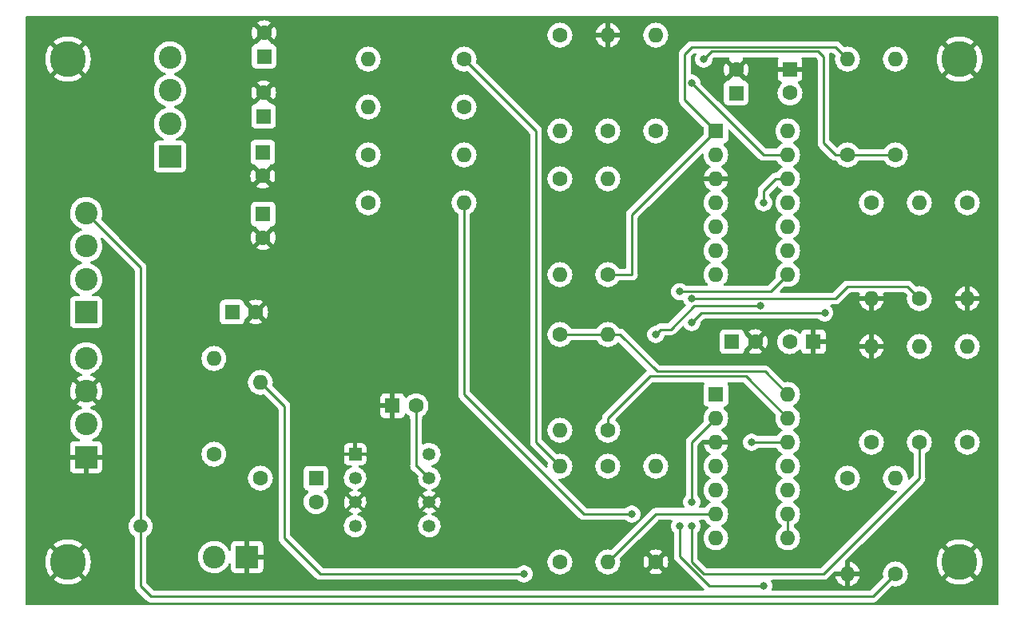
<source format=gbr>
%TF.GenerationSoftware,KiCad,Pcbnew,(6.0.2)*%
%TF.CreationDate,2022-03-03T16:36:36-08:00*%
%TF.ProjectId,PAMonitorV3,50414d6f-6e69-4746-9f72-56332e6b6963,rev?*%
%TF.SameCoordinates,Original*%
%TF.FileFunction,Copper,L2,Bot*%
%TF.FilePolarity,Positive*%
%FSLAX46Y46*%
G04 Gerber Fmt 4.6, Leading zero omitted, Abs format (unit mm)*
G04 Created by KiCad (PCBNEW (6.0.2)) date 2022-03-03 16:36:36*
%MOMM*%
%LPD*%
G01*
G04 APERTURE LIST*
%TA.AperFunction,ComponentPad*%
%ADD10R,1.600000X1.600000*%
%TD*%
%TA.AperFunction,ComponentPad*%
%ADD11C,1.600000*%
%TD*%
%TA.AperFunction,ComponentPad*%
%ADD12O,1.600000X1.600000*%
%TD*%
%TA.AperFunction,ComponentPad*%
%ADD13C,3.800000*%
%TD*%
%TA.AperFunction,SMDPad,CuDef*%
%ADD14C,1.500000*%
%TD*%
%TA.AperFunction,ComponentPad*%
%ADD15R,2.400000X2.400000*%
%TD*%
%TA.AperFunction,ComponentPad*%
%ADD16C,2.400000*%
%TD*%
%TA.AperFunction,ComponentPad*%
%ADD17R,1.350000X1.350000*%
%TD*%
%TA.AperFunction,ComponentPad*%
%ADD18C,1.350000*%
%TD*%
%TA.AperFunction,ViaPad*%
%ADD19C,0.800000*%
%TD*%
%TA.AperFunction,Conductor*%
%ADD20C,0.250000*%
%TD*%
G04 APERTURE END LIST*
D10*
%TO.P,C11,1*%
%TO.N,/ST_GND*%
X89713631Y-120810000D03*
D11*
%TO.P,C11,2*%
%TO.N,GND*%
X92213631Y-120810000D03*
%TD*%
%TO.P,C10,2*%
%TO.N,-5V*%
X148844000Y-97560888D03*
D10*
%TO.P,C10,1*%
%TO.N,GND*%
X148844000Y-95060888D03*
%TD*%
%TO.P,C9,1*%
%TO.N,+5V*%
X143129000Y-97598113D03*
D11*
%TO.P,C9,2*%
%TO.N,GND*%
X143129000Y-95098113D03*
%TD*%
D10*
%TO.P,C8,1*%
%TO.N,GND*%
X151319113Y-123952000D03*
D11*
%TO.P,C8,2*%
%TO.N,-5V*%
X148819113Y-123952000D03*
%TD*%
D10*
%TO.P,C7,1*%
%TO.N,+5V*%
X142685888Y-123952000D03*
D11*
%TO.P,C7,2*%
%TO.N,GND*%
X145185888Y-123952000D03*
%TD*%
D10*
%TO.P,C6,1*%
%TO.N,/PT100_OUT2*%
X93050000Y-100046369D03*
D11*
%TO.P,C6,2*%
%TO.N,GND*%
X93050000Y-97546369D03*
%TD*%
D10*
%TO.P,C5,1*%
%TO.N,/PT100_OUT1*%
X93100000Y-93686369D03*
D11*
%TO.P,C5,2*%
%TO.N,GND*%
X93100000Y-91186369D03*
%TD*%
D10*
%TO.P,C4,1*%
%TO.N,/IG_OUT*%
X92960000Y-103873631D03*
D11*
%TO.P,C4,2*%
%TO.N,GND*%
X92960000Y-106373631D03*
%TD*%
D10*
%TO.P,C3,1*%
%TO.N,/TC2_OUT*%
X93000000Y-110423631D03*
D11*
%TO.P,C3,2*%
%TO.N,GND*%
X93000000Y-112923631D03*
%TD*%
D10*
%TO.P,C2,1*%
%TO.N,GND*%
X106713631Y-130750000D03*
D11*
%TO.P,C2,2*%
%TO.N,-5V*%
X109213631Y-130750000D03*
%TD*%
D10*
%TO.P,C1,1*%
%TO.N,Net-(C1-Pad1)*%
X98610000Y-138433631D03*
D11*
%TO.P,C1,2*%
%TO.N,Net-(C1-Pad2)*%
X98610000Y-140933631D03*
%TD*%
%TO.P,R8,1*%
%TO.N,Net-(R3-Pad2)*%
X124460000Y-147320000D03*
D12*
%TO.P,R8,2*%
%TO.N,Net-(R7-Pad1)*%
X124460000Y-137160000D03*
%TD*%
D11*
%TO.P,R24,1*%
%TO.N,Net-(R23-Pad2)*%
X167640000Y-109220000D03*
D12*
%TO.P,R24,2*%
%TO.N,GND*%
X167640000Y-119380000D03*
%TD*%
D11*
%TO.P,R4,1*%
%TO.N,Net-(R4-Pad1)*%
X124460000Y-123190000D03*
D12*
%TO.P,R4,2*%
%TO.N,Net-(R4-Pad2)*%
X124460000Y-133350000D03*
%TD*%
D11*
%TO.P,R14,1*%
%TO.N,Net-(R10-Pad2)*%
X134620000Y-101600000D03*
D12*
%TO.P,R14,2*%
%TO.N,Net-(R13-Pad1)*%
X134620000Y-91440000D03*
%TD*%
D11*
%TO.P,R6,1*%
%TO.N,/PT100_IN1*%
X157480000Y-134620000D03*
D12*
%TO.P,R6,2*%
%TO.N,GND*%
X157480000Y-124460000D03*
%TD*%
D13*
%TO.P,H2,1,1*%
%TO.N,GND*%
X166814000Y-93980000D03*
%TD*%
D11*
%TO.P,R11,1*%
%TO.N,Net-(R10-Pad1)*%
X154940000Y-104140000D03*
D12*
%TO.P,R11,2*%
%TO.N,Net-(R11-Pad2)*%
X154940000Y-93980000D03*
%TD*%
D10*
%TO.P,U1,1*%
%TO.N,Net-(R2-Pad2)*%
X140980000Y-129535000D03*
D12*
%TO.P,U1,2,-*%
%TO.N,Net-(R1-Pad1)*%
X140980000Y-132075000D03*
%TO.P,U1,3,+*%
%TO.N,GND*%
X140980000Y-134615000D03*
%TO.P,U1,4,V+*%
%TO.N,+5V*%
X140980000Y-137155000D03*
%TO.P,U1,5,+*%
%TO.N,Net-(R4-Pad2)*%
X140980000Y-139695000D03*
%TO.P,U1,6,-*%
%TO.N,Net-(R3-Pad2)*%
X140980000Y-142235000D03*
%TO.P,U1,7*%
%TO.N,Net-(R7-Pad1)*%
X140980000Y-144775000D03*
%TO.P,U1,8*%
%TO.N,Net-(R21-Pad2)*%
X148600000Y-144775000D03*
%TO.P,U1,9,-*%
X148600000Y-142235000D03*
%TO.P,U1,10,+*%
%TO.N,Net-(R25-Pad2)*%
X148600000Y-139695000D03*
%TO.P,U1,11,V-*%
%TO.N,-5V*%
X148600000Y-137155000D03*
%TO.P,U1,12,+*%
%TO.N,/PT100_IN1*%
X148600000Y-134615000D03*
%TO.P,U1,13,-*%
%TO.N,Net-(R1-Pad2)*%
X148600000Y-132075000D03*
%TO.P,U1,14*%
%TO.N,Net-(R4-Pad1)*%
X148600000Y-129535000D03*
%TD*%
D13*
%TO.P,H3,1,1*%
%TO.N,GND*%
X72313800Y-147320000D03*
%TD*%
D14*
%TO.P,TP4,1,1*%
%TO.N,/TC2_IN*%
X80010000Y-143510000D03*
%TD*%
D15*
%TO.P,J1,1,Pin_1*%
%TO.N,/ST_GND*%
X74230000Y-120820000D03*
D16*
%TO.P,J1,2,Pin_2*%
%TO.N,/IG_IN*%
X74230000Y-117320000D03*
%TO.P,J1,3,Pin_3*%
%TO.N,/ST_GND*%
X74230000Y-113820000D03*
%TO.P,J1,4,Pin_4*%
%TO.N,/TC2_IN*%
X74230000Y-110320000D03*
%TD*%
D11*
%TO.P,R16,1*%
%TO.N,Net-(R12-Pad2)*%
X124460000Y-106680000D03*
D12*
%TO.P,R16,2*%
%TO.N,Net-(R16-Pad2)*%
X124460000Y-116840000D03*
%TD*%
D11*
%TO.P,R23,1*%
%TO.N,/IG_IN*%
X162560000Y-119380000D03*
D12*
%TO.P,R23,2*%
%TO.N,Net-(R23-Pad2)*%
X162560000Y-109220000D03*
%TD*%
D11*
%TO.P,R15,1*%
%TO.N,/PT100_IN2*%
X157480000Y-109220000D03*
D12*
%TO.P,R15,2*%
%TO.N,GND*%
X157480000Y-119380000D03*
%TD*%
D11*
%TO.P,R10,1*%
%TO.N,Net-(R10-Pad1)*%
X160020000Y-104140000D03*
D12*
%TO.P,R10,2*%
%TO.N,Net-(R10-Pad2)*%
X160020000Y-93980000D03*
%TD*%
D11*
%TO.P,R17,1*%
%TO.N,Net-(R13-Pad2)*%
X129540000Y-101600000D03*
D12*
%TO.P,R17,2*%
%TO.N,GND*%
X129540000Y-91440000D03*
%TD*%
D11*
%TO.P,R1,1*%
%TO.N,Net-(R1-Pad1)*%
X167640000Y-134620000D03*
D12*
%TO.P,R1,2*%
%TO.N,Net-(R1-Pad2)*%
X167640000Y-124460000D03*
%TD*%
D15*
%TO.P,J3,1,Pin_1*%
%TO.N,/TC2_OUT*%
X83120000Y-104310000D03*
D16*
%TO.P,J3,2,Pin_2*%
%TO.N,/IG_OUT*%
X83120000Y-100810000D03*
%TO.P,J3,3,Pin_3*%
%TO.N,/PT100_OUT2*%
X83120000Y-97310000D03*
%TO.P,J3,4,Pin_4*%
%TO.N,/PT100_OUT1*%
X83120000Y-93810000D03*
%TD*%
D17*
%TO.P,U3,1,FC*%
%TO.N,GND*%
X102745000Y-135890000D03*
D18*
%TO.P,U3,2,CAP+*%
%TO.N,Net-(C1-Pad1)*%
X102745000Y-138430000D03*
%TO.P,U3,3,GND*%
%TO.N,GND*%
X102745000Y-140970000D03*
%TO.P,U3,4,CAP-*%
%TO.N,Net-(C1-Pad2)*%
X102745000Y-143510000D03*
%TO.P,U3,5,OUT*%
%TO.N,-5V*%
X110615000Y-143510000D03*
%TO.P,U3,6,LV*%
%TO.N,GND*%
X110615000Y-140970000D03*
%TO.P,U3,7,OSC*%
%TO.N,-5V*%
X110615000Y-138430000D03*
%TO.P,U3,8,V+*%
%TO.N,+5V*%
X110615000Y-135890000D03*
%TD*%
D11*
%TO.P,R12,1*%
%TO.N,Net-(R11-Pad2)*%
X129540000Y-116840000D03*
D12*
%TO.P,R12,2*%
%TO.N,Net-(R12-Pad2)*%
X129540000Y-106680000D03*
%TD*%
D11*
%TO.P,R22,1*%
%TO.N,/IG_OUT*%
X104140000Y-104140000D03*
D12*
%TO.P,R22,2*%
%TO.N,Net-(R22-Pad2)*%
X114300000Y-104140000D03*
%TD*%
D11*
%TO.P,R5,1*%
%TO.N,Net-(R1-Pad2)*%
X129540000Y-133350000D03*
D12*
%TO.P,R5,2*%
%TO.N,Net-(R4-Pad1)*%
X129540000Y-123190000D03*
%TD*%
D11*
%TO.P,R26,1*%
%TO.N,Net-(R25-Pad2)*%
X154940000Y-138430000D03*
D12*
%TO.P,R26,2*%
%TO.N,GND*%
X154940000Y-148590000D03*
%TD*%
D10*
%TO.P,U2,1*%
%TO.N,Net-(R11-Pad2)*%
X140980000Y-101595000D03*
D12*
%TO.P,U2,2,-*%
%TO.N,Net-(R10-Pad1)*%
X140980000Y-104135000D03*
%TO.P,U2,3,+*%
%TO.N,GND*%
X140980000Y-106675000D03*
%TO.P,U2,4,V+*%
%TO.N,+5V*%
X140980000Y-109215000D03*
%TO.P,U2,5,+*%
%TO.N,Net-(R13-Pad2)*%
X140980000Y-111755000D03*
%TO.P,U2,6,-*%
%TO.N,Net-(R12-Pad2)*%
X140980000Y-114295000D03*
%TO.P,U2,7*%
%TO.N,Net-(R16-Pad2)*%
X140980000Y-116835000D03*
%TO.P,U2,8*%
%TO.N,Net-(R22-Pad2)*%
X148600000Y-116835000D03*
%TO.P,U2,9,-*%
X148600000Y-114295000D03*
%TO.P,U2,10,+*%
%TO.N,Net-(R23-Pad2)*%
X148600000Y-111755000D03*
%TO.P,U2,11,V-*%
%TO.N,-5V*%
X148600000Y-109215000D03*
%TO.P,U2,12,+*%
%TO.N,/PT100_IN2*%
X148600000Y-106675000D03*
%TO.P,U2,13,-*%
%TO.N,Net-(R10-Pad2)*%
X148600000Y-104135000D03*
%TO.P,U2,14*%
%TO.N,Net-(R13-Pad1)*%
X148600000Y-101595000D03*
%TD*%
D13*
%TO.P,H4,1,1*%
%TO.N,GND*%
X166814000Y-147320000D03*
%TD*%
D11*
%TO.P,R3,1*%
%TO.N,Net-(R2-Pad2)*%
X129540000Y-137160000D03*
D12*
%TO.P,R3,2*%
%TO.N,Net-(R3-Pad2)*%
X129540000Y-147320000D03*
%TD*%
D15*
%TO.P,J2,1,Pin_1*%
%TO.N,GND*%
X74230000Y-136212400D03*
D16*
%TO.P,J2,2,Pin_2*%
%TO.N,/PT100_IN1*%
X74230000Y-132712400D03*
%TO.P,J2,3,Pin_3*%
%TO.N,GND*%
X74230000Y-129212400D03*
%TO.P,J2,4,Pin_4*%
%TO.N,/PT100_IN2*%
X74230000Y-125712400D03*
%TD*%
D15*
%TO.P,J4,1,Pin_1*%
%TO.N,GND*%
X91300000Y-146800000D03*
D16*
%TO.P,J4,2,Pin_2*%
%TO.N,+5V*%
X87800000Y-146800000D03*
%TD*%
D11*
%TO.P,R20,1*%
%TO.N,+5V*%
X87782400Y-135890000D03*
D12*
%TO.P,R20,2*%
%TO.N,/PT100_IN2*%
X87782400Y-125730000D03*
%TD*%
D11*
%TO.P,R7,1*%
%TO.N,Net-(R7-Pad1)*%
X114300000Y-93980000D03*
D12*
%TO.P,R7,2*%
%TO.N,/PT100_OUT1*%
X104140000Y-93980000D03*
%TD*%
D13*
%TO.P,H1,1,1*%
%TO.N,GND*%
X72313800Y-93980000D03*
%TD*%
D11*
%TO.P,R25,1*%
%TO.N,/TC2_IN*%
X160020000Y-148590000D03*
D12*
%TO.P,R25,2*%
%TO.N,Net-(R25-Pad2)*%
X160020000Y-138430000D03*
%TD*%
D11*
%TO.P,R2,1*%
%TO.N,Net-(R1-Pad1)*%
X162560000Y-134620000D03*
D12*
%TO.P,R2,2*%
%TO.N,Net-(R2-Pad2)*%
X162560000Y-124460000D03*
%TD*%
D11*
%TO.P,R21,1*%
%TO.N,/TC2_OUT*%
X104140000Y-109220000D03*
D12*
%TO.P,R21,2*%
%TO.N,Net-(R21-Pad2)*%
X114300000Y-109220000D03*
%TD*%
D11*
%TO.P,R9,1*%
%TO.N,GND*%
X134620000Y-147320000D03*
D12*
%TO.P,R9,2*%
%TO.N,Net-(R4-Pad2)*%
X134620000Y-137160000D03*
%TD*%
D11*
%TO.P,R13,1*%
%TO.N,Net-(R13-Pad1)*%
X124460000Y-91440000D03*
D12*
%TO.P,R13,2*%
%TO.N,Net-(R13-Pad2)*%
X124460000Y-101600000D03*
%TD*%
D11*
%TO.P,R19,1*%
%TO.N,+5V*%
X92710000Y-138430000D03*
D12*
%TO.P,R19,2*%
%TO.N,/PT100_IN1*%
X92710000Y-128270000D03*
%TD*%
D11*
%TO.P,R18,1*%
%TO.N,Net-(R16-Pad2)*%
X114300000Y-99060000D03*
D12*
%TO.P,R18,2*%
%TO.N,/PT100_OUT2*%
X104140000Y-99060000D03*
%TD*%
D19*
%TO.N,/PT100_IN2*%
X145669000Y-120142000D03*
%TO.N,/IG_IN*%
X138430000Y-119380000D03*
%TO.N,/PT100_IN2*%
X134620000Y-123190000D03*
X146050000Y-109220000D03*
%TO.N,/PT100_IN1*%
X120650000Y-148590000D03*
X144780000Y-134620000D03*
%TO.N,Net-(R1-Pad1)*%
X138430000Y-140970000D03*
X138430000Y-143510000D03*
%TO.N,Net-(R2-Pad2)*%
X138430000Y-121920000D03*
X152527000Y-120904000D03*
%TO.N,Net-(R10-Pad1)*%
X139700000Y-93980000D03*
%TO.N,Net-(R10-Pad2)*%
X138430000Y-96520000D03*
%TO.N,Net-(R21-Pad2)*%
X146050000Y-149860000D03*
X137160000Y-143510000D03*
X132080000Y-142240000D03*
%TO.N,Net-(R22-Pad2)*%
X137160000Y-118655500D03*
%TD*%
D20*
%TO.N,Net-(R10-Pad1)*%
X152400000Y-102870000D02*
X153670000Y-104140000D01*
X152400000Y-93726000D02*
X152400000Y-102870000D01*
X151833520Y-93159520D02*
X152400000Y-93726000D01*
X139700000Y-93980000D02*
X140520480Y-93159520D01*
X140520480Y-93159520D02*
X151833520Y-93159520D01*
X153670000Y-104140000D02*
X154940000Y-104140000D01*
%TO.N,/PT100_IN2*%
X138692614Y-120142000D02*
X145669000Y-120142000D01*
X136190114Y-122644500D02*
X138692614Y-120142000D01*
X135165500Y-122644500D02*
X136190114Y-122644500D01*
X135165500Y-122644500D02*
X134620000Y-123190000D01*
%TO.N,Net-(R2-Pad2)*%
X139446000Y-120904000D02*
X138430000Y-121920000D01*
X152527000Y-120904000D02*
X139446000Y-120904000D01*
%TO.N,Net-(R4-Pad1)*%
X134747000Y-127127000D02*
X146192000Y-127127000D01*
X146192000Y-127127000D02*
X148600000Y-129535000D01*
X130810000Y-123190000D02*
X134747000Y-127127000D01*
X129540000Y-123190000D02*
X130810000Y-123190000D01*
%TO.N,Net-(R1-Pad2)*%
X144160000Y-127635000D02*
X148600000Y-132075000D01*
X133985000Y-127635000D02*
X144160000Y-127635000D01*
X129540000Y-132080000D02*
X133985000Y-127635000D01*
X129540000Y-133350000D02*
X129540000Y-132080000D01*
%TO.N,-5V*%
X109213631Y-132073631D02*
X109213631Y-130750000D01*
X109220000Y-132080000D02*
X109213631Y-132073631D01*
X109345000Y-137160000D02*
X110615000Y-138430000D01*
X109220000Y-137160000D02*
X109345000Y-137160000D01*
X109220000Y-137160000D02*
X109220000Y-132080000D01*
%TO.N,/TC2_IN*%
X80010000Y-149860000D02*
X80010000Y-143510000D01*
X160020000Y-148590000D02*
X157625489Y-150984511D01*
X81134511Y-150984511D02*
X80010000Y-149860000D01*
X157625489Y-150984511D02*
X81134511Y-150984511D01*
X80010000Y-116100000D02*
X74230000Y-110320000D01*
X80010000Y-143510000D02*
X80010000Y-116100000D01*
%TO.N,/IG_IN*%
X154940000Y-118110000D02*
X161290000Y-118110000D01*
X161290000Y-118110000D02*
X162560000Y-119380000D01*
X153670000Y-119380000D02*
X154940000Y-118110000D01*
X138430000Y-119380000D02*
X153670000Y-119380000D01*
%TO.N,/PT100_IN2*%
X146050000Y-109220000D02*
X146050000Y-107950000D01*
X146050000Y-107950000D02*
X147325000Y-106675000D01*
X147325000Y-106675000D02*
X148600000Y-106675000D01*
%TO.N,/PT100_IN1*%
X95250000Y-130810000D02*
X92710000Y-128270000D01*
X99060000Y-148590000D02*
X120650000Y-148590000D01*
X95250000Y-144780000D02*
X95250000Y-130810000D01*
X99060000Y-148590000D02*
X95250000Y-144780000D01*
X144780000Y-134620000D02*
X144785000Y-134615000D01*
X144785000Y-134615000D02*
X148600000Y-134615000D01*
%TO.N,Net-(R1-Pad1)*%
X138430000Y-134625000D02*
X138430000Y-140970000D01*
X139700000Y-148590000D02*
X152400000Y-148590000D01*
X162560000Y-138430000D02*
X162560000Y-134620000D01*
X152400000Y-148590000D02*
X162560000Y-138430000D01*
X138430000Y-143510000D02*
X138430000Y-147320000D01*
X140980000Y-132075000D02*
X138430000Y-134625000D01*
X138430000Y-147320000D02*
X139700000Y-148590000D01*
%TO.N,Net-(R3-Pad2)*%
X134625000Y-142235000D02*
X129540000Y-147320000D01*
X140980000Y-142235000D02*
X134625000Y-142235000D01*
%TO.N,Net-(R4-Pad1)*%
X124460000Y-123190000D02*
X129540000Y-123190000D01*
%TO.N,Net-(R7-Pad1)*%
X121920000Y-101600000D02*
X114300000Y-93980000D01*
X121920000Y-134620000D02*
X121920000Y-101600000D01*
X124460000Y-137160000D02*
X121920000Y-134620000D01*
%TO.N,Net-(R10-Pad1)*%
X160020000Y-104140000D02*
X154940000Y-104140000D01*
%TO.N,Net-(R10-Pad2)*%
X148600000Y-104135000D02*
X146045000Y-104135000D01*
X146045000Y-104135000D02*
X138430000Y-96520000D01*
%TO.N,Net-(R11-Pad2)*%
X153670000Y-92710000D02*
X154940000Y-93980000D01*
X132080000Y-116840000D02*
X129540000Y-116840000D01*
X140980000Y-101595000D02*
X137705489Y-98320489D01*
X137705489Y-93434511D02*
X138430000Y-92710000D01*
X133350000Y-109220000D02*
X132080000Y-110490000D01*
X140980000Y-101595000D02*
X133355000Y-109220000D01*
X132080000Y-110490000D02*
X132080000Y-116840000D01*
X137705489Y-98320489D02*
X137705489Y-93434511D01*
X138430000Y-92710000D02*
X153670000Y-92710000D01*
X133355000Y-109220000D02*
X133350000Y-109220000D01*
%TO.N,Net-(R21-Pad2)*%
X140334283Y-149860000D02*
X146050000Y-149860000D01*
X114300000Y-129540000D02*
X114300000Y-109220000D01*
X137160000Y-143510000D02*
X137160000Y-146685717D01*
X137160000Y-146685717D02*
X140334283Y-149860000D01*
X148600000Y-142230000D02*
X148600000Y-144775000D01*
X132080000Y-142240000D02*
X127000000Y-142240000D01*
X127000000Y-142240000D02*
X114300000Y-129540000D01*
%TO.N,Net-(R22-Pad2)*%
X137160000Y-118655500D02*
X146779500Y-118655500D01*
X146779500Y-118655500D02*
X148600000Y-116835000D01*
%TD*%
%TA.AperFunction,Conductor*%
%TO.N,GND*%
G36*
X170884121Y-89428002D02*
G01*
X170930614Y-89481658D01*
X170942000Y-89534000D01*
X170942000Y-151766000D01*
X170921998Y-151834121D01*
X170868342Y-151880614D01*
X170816000Y-151892000D01*
X67944000Y-151892000D01*
X67875879Y-151871998D01*
X67829386Y-151818342D01*
X67818000Y-151766000D01*
X67818000Y-149194394D01*
X70804114Y-149194394D01*
X70812943Y-149206014D01*
X71017770Y-149354830D01*
X71024450Y-149359070D01*
X71283034Y-149501228D01*
X71290169Y-149504585D01*
X71564546Y-149613219D01*
X71572037Y-149615653D01*
X71857859Y-149689039D01*
X71865630Y-149690521D01*
X72158370Y-149727503D01*
X72166260Y-149728000D01*
X72461340Y-149728000D01*
X72469230Y-149727503D01*
X72761970Y-149690521D01*
X72769741Y-149689039D01*
X73055563Y-149615653D01*
X73063054Y-149613219D01*
X73337431Y-149504585D01*
X73344566Y-149501228D01*
X73603150Y-149359070D01*
X73609830Y-149354830D01*
X73815030Y-149205744D01*
X73823453Y-149194821D01*
X73816549Y-149181960D01*
X72326610Y-147692020D01*
X72312669Y-147684408D01*
X72310834Y-147684539D01*
X72304220Y-147688790D01*
X70810727Y-149182284D01*
X70804114Y-149194394D01*
X67818000Y-149194394D01*
X67818000Y-147323958D01*
X69901288Y-147323958D01*
X69919815Y-147618436D01*
X69920808Y-147626297D01*
X69976096Y-147916128D01*
X69978067Y-147923805D01*
X70069246Y-148204424D01*
X70072161Y-148211787D01*
X70197793Y-148478770D01*
X70201605Y-148485703D01*
X70359709Y-148734835D01*
X70364363Y-148741241D01*
X70429321Y-148819761D01*
X70441840Y-148828217D01*
X70452578Y-148822011D01*
X71941780Y-147332810D01*
X71948157Y-147321131D01*
X72678208Y-147321131D01*
X72678339Y-147322966D01*
X72682590Y-147329580D01*
X74173919Y-148820908D01*
X74187181Y-148828150D01*
X74197285Y-148820962D01*
X74263237Y-148741241D01*
X74267891Y-148734835D01*
X74425995Y-148485703D01*
X74429807Y-148478770D01*
X74555439Y-148211787D01*
X74558354Y-148204424D01*
X74649533Y-147923805D01*
X74651504Y-147916128D01*
X74706792Y-147626297D01*
X74707785Y-147618436D01*
X74726312Y-147323958D01*
X74726312Y-147316042D01*
X74707785Y-147021564D01*
X74706792Y-147013703D01*
X74651504Y-146723872D01*
X74649533Y-146716195D01*
X74558354Y-146435576D01*
X74555439Y-146428213D01*
X74429807Y-146161230D01*
X74425995Y-146154297D01*
X74267891Y-145905165D01*
X74263237Y-145898759D01*
X74198279Y-145820239D01*
X74185760Y-145811783D01*
X74175022Y-145817989D01*
X72685820Y-147307190D01*
X72678208Y-147321131D01*
X71948157Y-147321131D01*
X71949392Y-147318869D01*
X71949261Y-147317034D01*
X71945010Y-147310420D01*
X70453681Y-145819092D01*
X70440419Y-145811850D01*
X70430315Y-145819038D01*
X70364363Y-145898759D01*
X70359709Y-145905165D01*
X70201605Y-146154297D01*
X70197793Y-146161230D01*
X70072161Y-146428213D01*
X70069246Y-146435576D01*
X69978067Y-146716195D01*
X69976096Y-146723872D01*
X69920808Y-147013703D01*
X69919815Y-147021564D01*
X69901288Y-147316042D01*
X69901288Y-147323958D01*
X67818000Y-147323958D01*
X67818000Y-145445179D01*
X70804147Y-145445179D01*
X70811051Y-145458040D01*
X72300990Y-146947980D01*
X72314931Y-146955592D01*
X72316766Y-146955461D01*
X72323380Y-146951210D01*
X73816873Y-145457716D01*
X73823486Y-145445606D01*
X73814657Y-145433986D01*
X73609830Y-145285170D01*
X73603150Y-145280930D01*
X73344566Y-145138772D01*
X73337431Y-145135415D01*
X73063054Y-145026781D01*
X73055563Y-145024347D01*
X72769741Y-144950961D01*
X72761970Y-144949479D01*
X72469230Y-144912497D01*
X72461340Y-144912000D01*
X72166260Y-144912000D01*
X72158370Y-144912497D01*
X71865630Y-144949479D01*
X71857859Y-144950961D01*
X71572037Y-145024347D01*
X71564546Y-145026781D01*
X71290169Y-145135415D01*
X71283034Y-145138772D01*
X71024450Y-145280930D01*
X71017770Y-145285170D01*
X70812570Y-145434256D01*
X70804147Y-145445179D01*
X67818000Y-145445179D01*
X67818000Y-137457069D01*
X72522001Y-137457069D01*
X72522371Y-137463890D01*
X72527895Y-137514752D01*
X72531521Y-137530004D01*
X72576676Y-137650454D01*
X72585214Y-137666049D01*
X72661715Y-137768124D01*
X72674276Y-137780685D01*
X72776351Y-137857186D01*
X72791946Y-137865724D01*
X72912394Y-137910878D01*
X72927649Y-137914505D01*
X72978514Y-137920031D01*
X72985328Y-137920400D01*
X73957885Y-137920400D01*
X73973124Y-137915925D01*
X73974329Y-137914535D01*
X73976000Y-137906852D01*
X73976000Y-137902284D01*
X74484000Y-137902284D01*
X74488475Y-137917523D01*
X74489865Y-137918728D01*
X74497548Y-137920399D01*
X75474669Y-137920399D01*
X75481490Y-137920029D01*
X75532352Y-137914505D01*
X75547604Y-137910879D01*
X75668054Y-137865724D01*
X75683649Y-137857186D01*
X75785724Y-137780685D01*
X75798285Y-137768124D01*
X75874786Y-137666049D01*
X75883324Y-137650454D01*
X75928478Y-137530006D01*
X75932105Y-137514751D01*
X75937631Y-137463886D01*
X75938000Y-137457072D01*
X75938000Y-136484515D01*
X75933525Y-136469276D01*
X75932135Y-136468071D01*
X75924452Y-136466400D01*
X74502115Y-136466400D01*
X74486876Y-136470875D01*
X74485671Y-136472265D01*
X74484000Y-136479948D01*
X74484000Y-137902284D01*
X73976000Y-137902284D01*
X73976000Y-136484515D01*
X73971525Y-136469276D01*
X73970135Y-136468071D01*
X73962452Y-136466400D01*
X72540116Y-136466400D01*
X72524877Y-136470875D01*
X72523672Y-136472265D01*
X72522001Y-136479948D01*
X72522001Y-137457069D01*
X67818000Y-137457069D01*
X67818000Y-132667551D01*
X72517296Y-132667551D01*
X72517520Y-132672217D01*
X72517520Y-132672222D01*
X72518770Y-132698238D01*
X72529480Y-132921198D01*
X72530393Y-132925786D01*
X72568348Y-133116598D01*
X72579021Y-133170257D01*
X72580600Y-133174655D01*
X72580602Y-133174662D01*
X72641760Y-133345000D01*
X72664831Y-133409258D01*
X72667048Y-133413384D01*
X72773039Y-133610643D01*
X72785025Y-133632951D01*
X72787820Y-133636694D01*
X72787822Y-133636697D01*
X72934171Y-133832682D01*
X72934176Y-133832688D01*
X72936963Y-133836420D01*
X72940272Y-133839700D01*
X72940277Y-133839706D01*
X73103754Y-134001762D01*
X73117307Y-134015197D01*
X73121069Y-134017955D01*
X73121072Y-134017958D01*
X73203161Y-134078148D01*
X73322094Y-134165353D01*
X73326229Y-134167529D01*
X73326233Y-134167531D01*
X73515089Y-134266893D01*
X73566061Y-134316312D01*
X73582224Y-134385445D01*
X73558445Y-134452341D01*
X73502274Y-134495761D01*
X73456421Y-134504401D01*
X72985331Y-134504401D01*
X72978510Y-134504771D01*
X72927648Y-134510295D01*
X72912396Y-134513921D01*
X72791946Y-134559076D01*
X72776351Y-134567614D01*
X72674276Y-134644115D01*
X72661715Y-134656676D01*
X72585214Y-134758751D01*
X72576676Y-134774346D01*
X72531522Y-134894794D01*
X72527895Y-134910049D01*
X72522369Y-134960914D01*
X72522000Y-134967728D01*
X72522000Y-135940285D01*
X72526475Y-135955524D01*
X72527865Y-135956729D01*
X72535548Y-135958400D01*
X75919884Y-135958400D01*
X75935123Y-135953925D01*
X75936328Y-135952535D01*
X75937999Y-135944852D01*
X75937999Y-134967731D01*
X75937629Y-134960910D01*
X75932105Y-134910048D01*
X75928479Y-134894796D01*
X75883324Y-134774346D01*
X75874786Y-134758751D01*
X75798285Y-134656676D01*
X75785724Y-134644115D01*
X75683649Y-134567614D01*
X75668054Y-134559076D01*
X75547606Y-134513922D01*
X75532351Y-134510295D01*
X75481486Y-134504769D01*
X75474672Y-134504400D01*
X74999799Y-134504400D01*
X74931678Y-134484398D01*
X74885185Y-134430742D01*
X74875081Y-134360468D01*
X74904575Y-134295888D01*
X74950061Y-134262633D01*
X75021110Y-134232108D01*
X75025090Y-134229645D01*
X75025094Y-134229643D01*
X75233064Y-134100947D01*
X75233066Y-134100945D01*
X75237047Y-134098482D01*
X75335428Y-134015197D01*
X75427289Y-133937431D01*
X75427291Y-133937429D01*
X75430862Y-133934406D01*
X75598295Y-133743484D01*
X75617986Y-133712872D01*
X75733141Y-133533842D01*
X75735669Y-133529912D01*
X75839967Y-133298380D01*
X75908896Y-133053975D01*
X75926603Y-132914789D01*
X75940545Y-132805198D01*
X75940545Y-132805192D01*
X75940943Y-132802067D01*
X75943291Y-132712400D01*
X75924472Y-132459159D01*
X75919415Y-132436808D01*
X75869459Y-132216039D01*
X75868428Y-132211482D01*
X75856083Y-132179737D01*
X75778084Y-131979162D01*
X75778083Y-131979160D01*
X75776391Y-131974809D01*
X75773296Y-131969394D01*
X75652702Y-131758397D01*
X75652700Y-131758395D01*
X75650383Y-131754340D01*
X75493171Y-131554917D01*
X75409625Y-131476325D01*
X75311610Y-131384122D01*
X75311608Y-131384120D01*
X75308209Y-131380923D01*
X75264483Y-131350589D01*
X75103393Y-131238837D01*
X75103390Y-131238835D01*
X75099561Y-131236179D01*
X75095384Y-131234119D01*
X75095377Y-131234115D01*
X74875996Y-131125928D01*
X74875992Y-131125927D01*
X74871810Y-131123864D01*
X74745148Y-131083319D01*
X74745014Y-131083276D01*
X74686234Y-131043458D01*
X74658312Y-130978183D01*
X74670113Y-130908174D01*
X74717891Y-130855659D01*
X74751349Y-130841426D01*
X74783101Y-130833067D01*
X74791926Y-130830028D01*
X75016584Y-130733507D01*
X75024856Y-130729200D01*
X75232777Y-130600535D01*
X75234620Y-130599196D01*
X75242038Y-130587941D01*
X75235974Y-130577584D01*
X74242812Y-129584422D01*
X74228868Y-129576808D01*
X74227035Y-129576939D01*
X74220420Y-129581190D01*
X73228044Y-130573566D01*
X73221386Y-130585759D01*
X73230099Y-130597279D01*
X73318586Y-130662160D01*
X73326505Y-130667108D01*
X73542877Y-130780947D01*
X73551451Y-130784675D01*
X73719608Y-130843398D01*
X73777326Y-130884740D01*
X73803529Y-130950724D01*
X73789900Y-131020400D01*
X73740764Y-131071647D01*
X73713324Y-131083319D01*
X73629993Y-131107608D01*
X73625740Y-131109568D01*
X73625739Y-131109569D01*
X73590254Y-131125928D01*
X73399380Y-131213922D01*
X73395471Y-131216485D01*
X73190928Y-131350589D01*
X73190923Y-131350593D01*
X73187015Y-131353155D01*
X72997562Y-131522248D01*
X72835183Y-131717487D01*
X72703447Y-131934582D01*
X72701638Y-131938896D01*
X72701637Y-131938898D01*
X72609439Y-132158767D01*
X72605246Y-132168765D01*
X72604095Y-132173297D01*
X72604094Y-132173300D01*
X72588724Y-132233819D01*
X72542738Y-132414890D01*
X72517296Y-132667551D01*
X67818000Y-132667551D01*
X67818000Y-129172235D01*
X72518022Y-129172235D01*
X72529754Y-129416464D01*
X72530891Y-129425724D01*
X72578593Y-129665543D01*
X72581082Y-129674518D01*
X72663708Y-129904650D01*
X72667505Y-129913178D01*
X72783234Y-130128560D01*
X72788245Y-130136427D01*
X72845173Y-130212663D01*
X72856431Y-130221112D01*
X72868850Y-130214340D01*
X73857978Y-129225212D01*
X73864356Y-129213532D01*
X74594408Y-129213532D01*
X74594539Y-129215365D01*
X74598790Y-129221980D01*
X75593732Y-130216922D01*
X75606112Y-130223682D01*
X75614453Y-130217438D01*
X75732700Y-130033602D01*
X75737147Y-130025411D01*
X75837572Y-129802476D01*
X75840767Y-129793698D01*
X75907135Y-129558373D01*
X75908993Y-129549244D01*
X75940044Y-129305170D01*
X75940525Y-129298883D01*
X75942706Y-129215560D01*
X75942555Y-129209251D01*
X75924321Y-128963886D01*
X75922944Y-128954680D01*
X75868979Y-128716186D01*
X75866255Y-128707275D01*
X75777633Y-128479383D01*
X75773619Y-128470967D01*
X75652284Y-128258676D01*
X75647074Y-128250953D01*
X75615787Y-128211265D01*
X75603863Y-128202795D01*
X75592328Y-128209282D01*
X74602022Y-129199588D01*
X74594408Y-129213532D01*
X73864356Y-129213532D01*
X73865592Y-129211268D01*
X73865461Y-129209435D01*
X73861210Y-129202820D01*
X72866828Y-128208438D01*
X72853520Y-128201171D01*
X72843481Y-128208293D01*
X72838581Y-128214184D01*
X72833168Y-128221773D01*
X72706322Y-128430809D01*
X72702084Y-128439126D01*
X72607529Y-128664614D01*
X72604572Y-128673452D01*
X72544384Y-128910442D01*
X72542763Y-128919632D01*
X72518267Y-129162910D01*
X72518022Y-129172235D01*
X67818000Y-129172235D01*
X67818000Y-125667551D01*
X72517296Y-125667551D01*
X72517520Y-125672217D01*
X72517520Y-125672222D01*
X72518580Y-125694284D01*
X72529480Y-125921198D01*
X72579021Y-126170257D01*
X72580600Y-126174655D01*
X72580602Y-126174662D01*
X72625022Y-126298380D01*
X72664831Y-126409258D01*
X72667048Y-126413384D01*
X72775832Y-126615841D01*
X72785025Y-126632951D01*
X72787820Y-126636694D01*
X72787822Y-126636697D01*
X72934171Y-126832682D01*
X72934176Y-126832688D01*
X72936963Y-126836420D01*
X72940272Y-126839700D01*
X72940277Y-126839706D01*
X73067383Y-126965707D01*
X73117307Y-127015197D01*
X73121069Y-127017955D01*
X73121072Y-127017958D01*
X73274503Y-127130458D01*
X73322094Y-127165353D01*
X73326229Y-127167529D01*
X73326233Y-127167531D01*
X73394776Y-127203593D01*
X73546827Y-127283591D01*
X73660868Y-127323416D01*
X73719594Y-127343924D01*
X73777312Y-127385266D01*
X73803515Y-127451250D01*
X73789886Y-127520926D01*
X73740750Y-127572173D01*
X73713311Y-127583846D01*
X73634655Y-127606771D01*
X73625915Y-127610039D01*
X73403869Y-127712404D01*
X73395714Y-127716924D01*
X73228468Y-127826575D01*
X73219330Y-127837317D01*
X73223903Y-127847093D01*
X74217188Y-128840378D01*
X74231132Y-128847992D01*
X74232965Y-128847861D01*
X74239580Y-128843610D01*
X75232488Y-127850702D01*
X75238872Y-127839012D01*
X75229460Y-127826902D01*
X75103144Y-127739273D01*
X75095116Y-127734545D01*
X74875810Y-127626395D01*
X74867180Y-127622908D01*
X74744999Y-127583797D01*
X74686220Y-127543979D01*
X74658298Y-127478703D01*
X74670100Y-127408694D01*
X74717877Y-127356179D01*
X74751334Y-127341947D01*
X74783270Y-127333539D01*
X74783272Y-127333538D01*
X74787793Y-127332348D01*
X74947340Y-127263802D01*
X75016807Y-127233957D01*
X75016810Y-127233955D01*
X75021110Y-127232108D01*
X75025090Y-127229645D01*
X75025094Y-127229643D01*
X75233064Y-127100947D01*
X75233066Y-127100945D01*
X75237047Y-127098482D01*
X75306600Y-127039601D01*
X75427289Y-126937431D01*
X75427291Y-126937429D01*
X75430862Y-126934406D01*
X75598295Y-126743484D01*
X75605489Y-126732301D01*
X75733141Y-126533842D01*
X75735669Y-126529912D01*
X75839967Y-126298380D01*
X75908896Y-126053975D01*
X75940943Y-125802067D01*
X75943291Y-125712400D01*
X75943057Y-125709251D01*
X75924818Y-125463811D01*
X75924817Y-125463807D01*
X75924472Y-125459159D01*
X75868428Y-125211482D01*
X75862713Y-125196786D01*
X75778084Y-124979162D01*
X75778083Y-124979160D01*
X75776391Y-124974809D01*
X75755866Y-124938898D01*
X75652702Y-124758397D01*
X75652700Y-124758395D01*
X75650383Y-124754340D01*
X75493171Y-124554917D01*
X75386451Y-124454525D01*
X75311610Y-124384122D01*
X75311608Y-124384120D01*
X75308209Y-124380923D01*
X75226682Y-124324366D01*
X75103393Y-124238837D01*
X75103390Y-124238835D01*
X75099561Y-124236179D01*
X75095384Y-124234119D01*
X75095377Y-124234115D01*
X74875996Y-124125928D01*
X74875992Y-124125927D01*
X74871810Y-124123864D01*
X74629960Y-124046447D01*
X74579302Y-124038197D01*
X74383935Y-124006380D01*
X74383934Y-124006380D01*
X74379323Y-124005629D01*
X74252364Y-124003967D01*
X74130083Y-124002366D01*
X74130080Y-124002366D01*
X74125406Y-124002305D01*
X73873787Y-124036549D01*
X73629993Y-124107608D01*
X73399380Y-124213922D01*
X73395471Y-124216485D01*
X73190928Y-124350589D01*
X73190923Y-124350593D01*
X73187015Y-124353155D01*
X73139279Y-124395761D01*
X73018570Y-124503498D01*
X72997562Y-124522248D01*
X72835183Y-124717487D01*
X72703447Y-124934582D01*
X72701638Y-124938896D01*
X72701637Y-124938898D01*
X72625168Y-125121257D01*
X72605246Y-125168765D01*
X72604095Y-125173297D01*
X72604094Y-125173300D01*
X72580679Y-125265498D01*
X72542738Y-125414890D01*
X72517296Y-125667551D01*
X67818000Y-125667551D01*
X67818000Y-117275151D01*
X72517296Y-117275151D01*
X72517520Y-117279817D01*
X72517520Y-117279822D01*
X72521472Y-117362092D01*
X72529480Y-117528798D01*
X72544729Y-117605458D01*
X72561023Y-117687373D01*
X72579021Y-117777857D01*
X72580600Y-117782255D01*
X72580602Y-117782262D01*
X72657654Y-117996868D01*
X72664831Y-118016858D01*
X72667048Y-118020984D01*
X72737993Y-118153019D01*
X72785025Y-118240551D01*
X72787820Y-118244294D01*
X72787822Y-118244297D01*
X72934171Y-118440282D01*
X72934176Y-118440288D01*
X72936963Y-118444020D01*
X72940272Y-118447300D01*
X72940277Y-118447306D01*
X73113990Y-118619509D01*
X73117307Y-118622797D01*
X73121069Y-118625555D01*
X73121072Y-118625558D01*
X73248161Y-118718743D01*
X73322094Y-118772953D01*
X73326229Y-118775129D01*
X73326233Y-118775131D01*
X73514137Y-118873992D01*
X73565109Y-118923411D01*
X73581272Y-118992544D01*
X73557493Y-119059440D01*
X73501322Y-119102860D01*
X73455469Y-119111500D01*
X72981866Y-119111500D01*
X72919684Y-119118255D01*
X72783295Y-119169385D01*
X72666739Y-119256739D01*
X72579385Y-119373295D01*
X72528255Y-119509684D01*
X72521500Y-119571866D01*
X72521500Y-122068134D01*
X72528255Y-122130316D01*
X72579385Y-122266705D01*
X72666739Y-122383261D01*
X72783295Y-122470615D01*
X72919684Y-122521745D01*
X72981866Y-122528500D01*
X75478134Y-122528500D01*
X75540316Y-122521745D01*
X75676705Y-122470615D01*
X75793261Y-122383261D01*
X75880615Y-122266705D01*
X75931745Y-122130316D01*
X75938500Y-122068134D01*
X75938500Y-119571866D01*
X75931745Y-119509684D01*
X75880615Y-119373295D01*
X75793261Y-119256739D01*
X75676705Y-119169385D01*
X75540316Y-119118255D01*
X75478134Y-119111500D01*
X75000964Y-119111500D01*
X74932843Y-119091498D01*
X74886350Y-119037842D01*
X74876246Y-118967568D01*
X74905740Y-118902988D01*
X74951225Y-118869733D01*
X75021110Y-118839708D01*
X75025090Y-118837245D01*
X75025094Y-118837243D01*
X75233064Y-118708547D01*
X75233066Y-118708545D01*
X75237047Y-118706082D01*
X75335428Y-118622797D01*
X75427289Y-118545031D01*
X75427291Y-118545029D01*
X75430862Y-118542006D01*
X75598295Y-118351084D01*
X75669650Y-118240151D01*
X75725386Y-118153498D01*
X75735669Y-118137512D01*
X75839967Y-117905980D01*
X75908896Y-117661575D01*
X75928180Y-117509989D01*
X75940545Y-117412798D01*
X75940545Y-117412792D01*
X75940943Y-117409667D01*
X75941129Y-117402585D01*
X75942264Y-117359233D01*
X75943291Y-117320000D01*
X75934996Y-117208375D01*
X75924818Y-117071411D01*
X75924817Y-117071407D01*
X75924472Y-117066759D01*
X75922402Y-117057607D01*
X75869459Y-116823639D01*
X75868428Y-116819082D01*
X75788051Y-116612393D01*
X75778084Y-116586762D01*
X75778083Y-116586760D01*
X75776391Y-116582409D01*
X75755866Y-116546498D01*
X75652702Y-116365997D01*
X75652700Y-116365995D01*
X75650383Y-116361940D01*
X75493171Y-116162517D01*
X75380179Y-116056225D01*
X75311610Y-115991722D01*
X75311608Y-115991720D01*
X75308209Y-115988523D01*
X75172779Y-115894572D01*
X75103393Y-115846437D01*
X75103390Y-115846435D01*
X75099561Y-115843779D01*
X75095384Y-115841719D01*
X75095377Y-115841715D01*
X74875996Y-115733528D01*
X74875992Y-115733527D01*
X74871810Y-115731464D01*
X74775497Y-115700634D01*
X74745901Y-115691160D01*
X74687121Y-115651342D01*
X74659199Y-115586067D01*
X74671000Y-115516058D01*
X74718778Y-115463543D01*
X74752234Y-115449310D01*
X74753929Y-115448864D01*
X74787793Y-115439948D01*
X74906353Y-115389011D01*
X75016807Y-115341557D01*
X75016810Y-115341555D01*
X75021110Y-115339708D01*
X75025090Y-115337245D01*
X75025094Y-115337243D01*
X75233064Y-115208547D01*
X75233066Y-115208545D01*
X75237047Y-115206082D01*
X75311330Y-115143197D01*
X75427289Y-115045031D01*
X75427291Y-115045029D01*
X75430862Y-115042006D01*
X75598295Y-114851084D01*
X75667018Y-114744243D01*
X75733141Y-114641442D01*
X75735669Y-114637512D01*
X75839967Y-114405980D01*
X75908896Y-114161575D01*
X75926382Y-114024126D01*
X75940545Y-113912798D01*
X75940545Y-113912792D01*
X75940943Y-113909667D01*
X75943291Y-113820000D01*
X75930297Y-113645138D01*
X75924818Y-113571411D01*
X75924817Y-113571407D01*
X75924472Y-113566759D01*
X75898211Y-113450700D01*
X75881688Y-113377684D01*
X75868428Y-113319082D01*
X75789866Y-113117060D01*
X75783819Y-113046322D01*
X75816975Y-112983543D01*
X75878809Y-112948656D01*
X75949688Y-112952737D01*
X75996394Y-112982298D01*
X79339595Y-116325499D01*
X79373621Y-116387811D01*
X79376500Y-116414594D01*
X79376500Y-142351646D01*
X79356498Y-142419767D01*
X79322772Y-142454858D01*
X79318846Y-142457607D01*
X79202473Y-142539092D01*
X79202470Y-142539094D01*
X79197962Y-142542251D01*
X79042251Y-142697962D01*
X79039094Y-142702470D01*
X79039092Y-142702473D01*
X78919338Y-142873500D01*
X78915944Y-142878347D01*
X78913621Y-142883329D01*
X78913618Y-142883334D01*
X78871781Y-142973056D01*
X78822880Y-143077924D01*
X78765885Y-143290629D01*
X78746693Y-143510000D01*
X78765885Y-143729371D01*
X78822880Y-143942076D01*
X78846829Y-143993435D01*
X78913618Y-144136666D01*
X78913621Y-144136671D01*
X78915944Y-144141653D01*
X78919100Y-144146160D01*
X78919101Y-144146162D01*
X78948158Y-144187659D01*
X79042251Y-144322038D01*
X79197962Y-144477749D01*
X79202470Y-144480906D01*
X79202473Y-144480908D01*
X79254868Y-144517595D01*
X79322772Y-144565142D01*
X79367099Y-144620598D01*
X79376500Y-144668354D01*
X79376500Y-149781233D01*
X79375973Y-149792416D01*
X79374298Y-149799909D01*
X79374547Y-149807835D01*
X79374547Y-149807836D01*
X79376438Y-149867986D01*
X79376500Y-149871945D01*
X79376500Y-149899856D01*
X79376997Y-149903790D01*
X79376997Y-149903791D01*
X79377005Y-149903856D01*
X79377938Y-149915693D01*
X79379327Y-149959889D01*
X79384978Y-149979339D01*
X79388987Y-149998700D01*
X79391526Y-150018797D01*
X79394445Y-150026168D01*
X79394445Y-150026170D01*
X79407804Y-150059912D01*
X79411649Y-150071142D01*
X79423982Y-150113593D01*
X79428015Y-150120412D01*
X79428017Y-150120417D01*
X79434293Y-150131028D01*
X79442988Y-150148776D01*
X79450448Y-150167617D01*
X79455110Y-150174033D01*
X79455110Y-150174034D01*
X79476436Y-150203387D01*
X79482952Y-150213307D01*
X79493745Y-150231556D01*
X79505458Y-150251362D01*
X79519779Y-150265683D01*
X79532619Y-150280716D01*
X79544528Y-150297107D01*
X79550634Y-150302158D01*
X79578605Y-150325298D01*
X79587384Y-150333288D01*
X80630854Y-151376758D01*
X80638398Y-151385048D01*
X80642511Y-151391529D01*
X80648288Y-151396954D01*
X80692178Y-151438169D01*
X80695020Y-151440924D01*
X80714742Y-151460646D01*
X80717884Y-151463083D01*
X80717944Y-151463130D01*
X80726956Y-151470828D01*
X80740389Y-151483442D01*
X80759190Y-151501097D01*
X80766133Y-151504914D01*
X80776942Y-151510856D01*
X80793464Y-151521709D01*
X80809470Y-151534125D01*
X80816748Y-151537275D01*
X80816749Y-151537275D01*
X80850048Y-151551685D01*
X80860698Y-151556902D01*
X80899451Y-151578206D01*
X80907126Y-151580177D01*
X80907127Y-151580177D01*
X80919073Y-151583244D01*
X80937778Y-151589648D01*
X80956366Y-151597692D01*
X80964189Y-151598931D01*
X80964199Y-151598934D01*
X81000035Y-151604610D01*
X81011655Y-151607016D01*
X81043470Y-151615184D01*
X81054481Y-151618011D01*
X81074735Y-151618011D01*
X81094445Y-151619562D01*
X81114454Y-151622731D01*
X81122346Y-151621985D01*
X81141091Y-151620213D01*
X81158473Y-151618570D01*
X81170330Y-151618011D01*
X157546722Y-151618011D01*
X157557905Y-151618538D01*
X157565398Y-151620213D01*
X157573324Y-151619964D01*
X157573325Y-151619964D01*
X157633475Y-151618073D01*
X157637434Y-151618011D01*
X157665345Y-151618011D01*
X157669280Y-151617514D01*
X157669345Y-151617506D01*
X157681182Y-151616573D01*
X157713440Y-151615559D01*
X157717459Y-151615433D01*
X157725378Y-151615184D01*
X157744832Y-151609532D01*
X157764189Y-151605524D01*
X157776419Y-151603979D01*
X157776420Y-151603979D01*
X157784286Y-151602985D01*
X157791657Y-151600066D01*
X157791659Y-151600066D01*
X157825401Y-151586707D01*
X157836631Y-151582862D01*
X157871472Y-151572740D01*
X157871473Y-151572740D01*
X157879082Y-151570529D01*
X157885901Y-151566496D01*
X157885906Y-151566494D01*
X157896517Y-151560218D01*
X157914265Y-151551523D01*
X157933106Y-151544063D01*
X157968876Y-151518075D01*
X157978796Y-151511559D01*
X158010024Y-151493091D01*
X158010027Y-151493089D01*
X158016851Y-151489053D01*
X158031172Y-151474732D01*
X158046206Y-151461891D01*
X158047920Y-151460646D01*
X158062596Y-151449983D01*
X158090787Y-151415906D01*
X158098777Y-151407127D01*
X159606752Y-149899152D01*
X159669064Y-149865126D01*
X159728459Y-149866541D01*
X159786591Y-149882118D01*
X159786602Y-149882120D01*
X159791913Y-149883543D01*
X160020000Y-149903498D01*
X160248087Y-149883543D01*
X160253400Y-149882119D01*
X160253402Y-149882119D01*
X160463933Y-149825707D01*
X160463935Y-149825706D01*
X160469243Y-149824284D01*
X160536133Y-149793093D01*
X160671762Y-149729849D01*
X160671767Y-149729846D01*
X160676749Y-149727523D01*
X160809601Y-149634499D01*
X160859789Y-149599357D01*
X160859792Y-149599355D01*
X160864300Y-149596198D01*
X161026198Y-149434300D01*
X161061557Y-149383803D01*
X161136752Y-149276413D01*
X161157523Y-149246749D01*
X161159846Y-149241767D01*
X161159849Y-149241762D01*
X161181937Y-149194394D01*
X165304314Y-149194394D01*
X165313143Y-149206014D01*
X165517970Y-149354830D01*
X165524650Y-149359070D01*
X165783234Y-149501228D01*
X165790369Y-149504585D01*
X166064746Y-149613219D01*
X166072237Y-149615653D01*
X166358059Y-149689039D01*
X166365830Y-149690521D01*
X166658570Y-149727503D01*
X166666460Y-149728000D01*
X166961540Y-149728000D01*
X166969430Y-149727503D01*
X167262170Y-149690521D01*
X167269941Y-149689039D01*
X167555763Y-149615653D01*
X167563254Y-149613219D01*
X167837631Y-149504585D01*
X167844766Y-149501228D01*
X168103350Y-149359070D01*
X168110030Y-149354830D01*
X168315230Y-149205744D01*
X168323653Y-149194821D01*
X168316749Y-149181960D01*
X166826810Y-147692020D01*
X166812869Y-147684408D01*
X166811034Y-147684539D01*
X166804420Y-147688790D01*
X165310927Y-149182284D01*
X165304314Y-149194394D01*
X161181937Y-149194394D01*
X161251961Y-149044225D01*
X161251961Y-149044224D01*
X161254284Y-149039243D01*
X161259067Y-149021395D01*
X161312119Y-148823402D01*
X161312119Y-148823400D01*
X161313543Y-148818087D01*
X161333498Y-148590000D01*
X161313543Y-148361913D01*
X161303244Y-148323478D01*
X161255707Y-148146067D01*
X161255706Y-148146065D01*
X161254284Y-148140757D01*
X161213389Y-148053056D01*
X161159849Y-147938238D01*
X161159846Y-147938233D01*
X161157523Y-147933251D01*
X161063437Y-147798882D01*
X161029357Y-147750211D01*
X161029355Y-147750208D01*
X161026198Y-147745700D01*
X160864300Y-147583802D01*
X160859792Y-147580645D01*
X160859789Y-147580643D01*
X160781611Y-147525902D01*
X160676749Y-147452477D01*
X160671767Y-147450154D01*
X160671762Y-147450151D01*
X160474225Y-147358039D01*
X160474224Y-147358039D01*
X160469243Y-147355716D01*
X160463935Y-147354294D01*
X160463933Y-147354293D01*
X160350722Y-147323958D01*
X164401488Y-147323958D01*
X164420015Y-147618436D01*
X164421008Y-147626297D01*
X164476296Y-147916128D01*
X164478267Y-147923805D01*
X164569446Y-148204424D01*
X164572361Y-148211787D01*
X164697993Y-148478770D01*
X164701805Y-148485703D01*
X164859909Y-148734835D01*
X164864563Y-148741241D01*
X164929521Y-148819761D01*
X164942040Y-148828217D01*
X164952778Y-148822011D01*
X166441980Y-147332810D01*
X166448357Y-147321131D01*
X167178408Y-147321131D01*
X167178539Y-147322966D01*
X167182790Y-147329580D01*
X168674119Y-148820908D01*
X168687381Y-148828150D01*
X168697485Y-148820962D01*
X168763437Y-148741241D01*
X168768091Y-148734835D01*
X168926195Y-148485703D01*
X168930007Y-148478770D01*
X169055639Y-148211787D01*
X169058554Y-148204424D01*
X169149733Y-147923805D01*
X169151704Y-147916128D01*
X169206992Y-147626297D01*
X169207985Y-147618436D01*
X169226512Y-147323958D01*
X169226512Y-147316042D01*
X169207985Y-147021564D01*
X169206992Y-147013703D01*
X169151704Y-146723872D01*
X169149733Y-146716195D01*
X169058554Y-146435576D01*
X169055639Y-146428213D01*
X168930007Y-146161230D01*
X168926195Y-146154297D01*
X168768091Y-145905165D01*
X168763437Y-145898759D01*
X168698479Y-145820239D01*
X168685960Y-145811783D01*
X168675222Y-145817989D01*
X167186020Y-147307190D01*
X167178408Y-147321131D01*
X166448357Y-147321131D01*
X166449592Y-147318869D01*
X166449461Y-147317034D01*
X166445210Y-147310420D01*
X164953881Y-145819092D01*
X164940619Y-145811850D01*
X164930515Y-145819038D01*
X164864563Y-145898759D01*
X164859909Y-145905165D01*
X164701805Y-146154297D01*
X164697993Y-146161230D01*
X164572361Y-146428213D01*
X164569446Y-146435576D01*
X164478267Y-146716195D01*
X164476296Y-146723872D01*
X164421008Y-147013703D01*
X164420015Y-147021564D01*
X164401488Y-147316042D01*
X164401488Y-147323958D01*
X160350722Y-147323958D01*
X160253402Y-147297881D01*
X160253400Y-147297881D01*
X160248087Y-147296457D01*
X160020000Y-147276502D01*
X159791913Y-147296457D01*
X159786600Y-147297881D01*
X159786598Y-147297881D01*
X159576067Y-147354293D01*
X159576065Y-147354294D01*
X159570757Y-147355716D01*
X159565776Y-147358039D01*
X159565775Y-147358039D01*
X159368238Y-147450151D01*
X159368233Y-147450154D01*
X159363251Y-147452477D01*
X159258389Y-147525902D01*
X159180211Y-147580643D01*
X159180208Y-147580645D01*
X159175700Y-147583802D01*
X159013802Y-147745700D01*
X159010645Y-147750208D01*
X159010643Y-147750211D01*
X158976563Y-147798882D01*
X158882477Y-147933251D01*
X158880154Y-147938233D01*
X158880151Y-147938238D01*
X158826611Y-148053056D01*
X158785716Y-148140757D01*
X158784294Y-148146065D01*
X158784293Y-148146067D01*
X158736756Y-148323478D01*
X158726457Y-148361913D01*
X158706502Y-148590000D01*
X158726457Y-148818087D01*
X158727880Y-148823398D01*
X158727882Y-148823409D01*
X158743459Y-148881541D01*
X158741770Y-148952517D01*
X158710848Y-149003248D01*
X157399989Y-150314106D01*
X157337677Y-150348132D01*
X157310894Y-150351011D01*
X147019138Y-150351011D01*
X146951017Y-150331009D01*
X146904524Y-150277353D01*
X146894420Y-150207079D01*
X146899305Y-150186075D01*
X146941502Y-150056206D01*
X146943542Y-150049928D01*
X146963504Y-149860000D01*
X146962814Y-149853435D01*
X146944232Y-149676635D01*
X146944232Y-149676633D01*
X146943542Y-149670072D01*
X146884527Y-149488444D01*
X146867409Y-149458794D01*
X146840681Y-149412500D01*
X146823943Y-149343504D01*
X146847164Y-149276413D01*
X146902971Y-149232526D01*
X146949800Y-149223500D01*
X152321233Y-149223500D01*
X152332416Y-149224027D01*
X152339909Y-149225702D01*
X152347835Y-149225453D01*
X152347836Y-149225453D01*
X152407986Y-149223562D01*
X152411945Y-149223500D01*
X152439856Y-149223500D01*
X152443791Y-149223003D01*
X152443856Y-149222995D01*
X152455693Y-149222062D01*
X152487951Y-149221048D01*
X152491970Y-149220922D01*
X152499889Y-149220673D01*
X152519343Y-149215021D01*
X152538700Y-149211013D01*
X152550930Y-149209468D01*
X152550931Y-149209468D01*
X152558797Y-149208474D01*
X152566168Y-149205555D01*
X152566170Y-149205555D01*
X152599912Y-149192196D01*
X152611142Y-149188351D01*
X152645983Y-149178229D01*
X152645984Y-149178229D01*
X152653593Y-149176018D01*
X152660412Y-149171985D01*
X152660417Y-149171983D01*
X152671028Y-149165707D01*
X152688776Y-149157012D01*
X152707617Y-149149552D01*
X152743387Y-149123564D01*
X152753307Y-149117048D01*
X152784535Y-149098580D01*
X152784538Y-149098578D01*
X152791362Y-149094542D01*
X152805683Y-149080221D01*
X152820717Y-149067380D01*
X152822431Y-149066135D01*
X152837107Y-149055472D01*
X152865298Y-149021395D01*
X152873288Y-149012616D01*
X153029382Y-148856522D01*
X153657273Y-148856522D01*
X153704764Y-149033761D01*
X153708510Y-149044053D01*
X153800586Y-149241511D01*
X153806069Y-149251007D01*
X153931028Y-149429467D01*
X153938084Y-149437875D01*
X154092125Y-149591916D01*
X154100533Y-149598972D01*
X154278993Y-149723931D01*
X154288489Y-149729414D01*
X154485947Y-149821490D01*
X154496239Y-149825236D01*
X154668503Y-149871394D01*
X154682599Y-149871058D01*
X154686000Y-149863116D01*
X154686000Y-149857967D01*
X155194000Y-149857967D01*
X155197973Y-149871498D01*
X155206522Y-149872727D01*
X155383761Y-149825236D01*
X155394053Y-149821490D01*
X155591511Y-149729414D01*
X155601007Y-149723931D01*
X155779467Y-149598972D01*
X155787875Y-149591916D01*
X155941916Y-149437875D01*
X155948972Y-149429467D01*
X156073931Y-149251007D01*
X156079414Y-149241511D01*
X156171490Y-149044053D01*
X156175236Y-149033761D01*
X156221394Y-148861497D01*
X156221058Y-148847401D01*
X156213116Y-148844000D01*
X155212115Y-148844000D01*
X155196876Y-148848475D01*
X155195671Y-148849865D01*
X155194000Y-148857548D01*
X155194000Y-149857967D01*
X154686000Y-149857967D01*
X154686000Y-148862115D01*
X154681525Y-148846876D01*
X154680135Y-148845671D01*
X154672452Y-148844000D01*
X153672033Y-148844000D01*
X153658502Y-148847973D01*
X153657273Y-148856522D01*
X153029382Y-148856522D01*
X153524676Y-148361228D01*
X153586988Y-148327202D01*
X153663370Y-148334496D01*
X153666882Y-148336000D01*
X154667885Y-148336000D01*
X154683124Y-148331525D01*
X154684329Y-148330135D01*
X154686000Y-148322452D01*
X154686000Y-148317885D01*
X155194000Y-148317885D01*
X155198475Y-148333124D01*
X155199865Y-148334329D01*
X155207548Y-148336000D01*
X156207967Y-148336000D01*
X156221498Y-148332027D01*
X156222727Y-148323478D01*
X156175236Y-148146239D01*
X156171490Y-148135947D01*
X156079414Y-147938489D01*
X156073931Y-147928993D01*
X155948972Y-147750533D01*
X155941916Y-147742125D01*
X155787875Y-147588084D01*
X155779467Y-147581028D01*
X155601007Y-147456069D01*
X155591511Y-147450586D01*
X155394053Y-147358510D01*
X155383761Y-147354764D01*
X155211497Y-147308606D01*
X155197401Y-147308942D01*
X155194000Y-147316884D01*
X155194000Y-148317885D01*
X154686000Y-148317885D01*
X154686000Y-147322035D01*
X154679341Y-147299357D01*
X154679341Y-147228361D01*
X154711142Y-147174763D01*
X156440726Y-145445179D01*
X165304347Y-145445179D01*
X165311251Y-145458040D01*
X166801190Y-146947980D01*
X166815131Y-146955592D01*
X166816966Y-146955461D01*
X166823580Y-146951210D01*
X168317073Y-145457716D01*
X168323686Y-145445606D01*
X168314857Y-145433986D01*
X168110030Y-145285170D01*
X168103350Y-145280930D01*
X167844766Y-145138772D01*
X167837631Y-145135415D01*
X167563254Y-145026781D01*
X167555763Y-145024347D01*
X167269941Y-144950961D01*
X167262170Y-144949479D01*
X166969430Y-144912497D01*
X166961540Y-144912000D01*
X166666460Y-144912000D01*
X166658570Y-144912497D01*
X166365830Y-144949479D01*
X166358059Y-144950961D01*
X166072237Y-145024347D01*
X166064746Y-145026781D01*
X165790369Y-145135415D01*
X165783234Y-145138772D01*
X165524650Y-145280930D01*
X165517970Y-145285170D01*
X165312770Y-145434256D01*
X165304347Y-145445179D01*
X156440726Y-145445179D01*
X162952253Y-138933652D01*
X162960539Y-138926112D01*
X162967018Y-138922000D01*
X163013644Y-138872348D01*
X163016398Y-138869507D01*
X163036135Y-138849770D01*
X163038615Y-138846573D01*
X163046320Y-138837551D01*
X163076586Y-138805321D01*
X163080405Y-138798375D01*
X163080407Y-138798372D01*
X163086348Y-138787566D01*
X163097199Y-138771047D01*
X163104758Y-138761301D01*
X163109614Y-138755041D01*
X163112759Y-138747772D01*
X163112762Y-138747768D01*
X163127174Y-138714463D01*
X163132391Y-138703813D01*
X163153695Y-138665060D01*
X163158733Y-138645437D01*
X163165137Y-138626734D01*
X163170033Y-138615420D01*
X163170033Y-138615419D01*
X163173181Y-138608145D01*
X163174420Y-138600322D01*
X163174423Y-138600312D01*
X163180099Y-138564476D01*
X163182505Y-138552856D01*
X163191528Y-138517711D01*
X163191528Y-138517710D01*
X163193500Y-138510030D01*
X163193500Y-138489776D01*
X163195051Y-138470065D01*
X163196980Y-138457886D01*
X163198220Y-138450057D01*
X163194059Y-138406038D01*
X163193500Y-138394181D01*
X163193500Y-135839394D01*
X163213502Y-135771273D01*
X163247229Y-135736181D01*
X163399789Y-135629357D01*
X163399792Y-135629355D01*
X163404300Y-135626198D01*
X163566198Y-135464300D01*
X163586172Y-135435775D01*
X163624098Y-135381611D01*
X163697523Y-135276749D01*
X163699846Y-135271767D01*
X163699849Y-135271762D01*
X163791961Y-135074225D01*
X163791961Y-135074224D01*
X163794284Y-135069243D01*
X163796183Y-135062158D01*
X163852119Y-134853402D01*
X163852119Y-134853400D01*
X163853543Y-134848087D01*
X163873498Y-134620000D01*
X166326502Y-134620000D01*
X166346457Y-134848087D01*
X166347881Y-134853400D01*
X166347881Y-134853402D01*
X166403818Y-135062158D01*
X166405716Y-135069243D01*
X166408039Y-135074224D01*
X166408039Y-135074225D01*
X166500151Y-135271762D01*
X166500154Y-135271767D01*
X166502477Y-135276749D01*
X166575902Y-135381611D01*
X166613829Y-135435775D01*
X166633802Y-135464300D01*
X166795700Y-135626198D01*
X166800208Y-135629355D01*
X166800211Y-135629357D01*
X166863111Y-135673400D01*
X166983251Y-135757523D01*
X166988233Y-135759846D01*
X166988238Y-135759849D01*
X167180034Y-135849284D01*
X167190757Y-135854284D01*
X167196065Y-135855706D01*
X167196067Y-135855707D01*
X167406598Y-135912119D01*
X167406600Y-135912119D01*
X167411913Y-135913543D01*
X167640000Y-135933498D01*
X167868087Y-135913543D01*
X167873400Y-135912119D01*
X167873402Y-135912119D01*
X168083933Y-135855707D01*
X168083935Y-135855706D01*
X168089243Y-135854284D01*
X168099966Y-135849284D01*
X168291762Y-135759849D01*
X168291767Y-135759846D01*
X168296749Y-135757523D01*
X168416889Y-135673400D01*
X168479789Y-135629357D01*
X168479792Y-135629355D01*
X168484300Y-135626198D01*
X168646198Y-135464300D01*
X168666172Y-135435775D01*
X168704098Y-135381611D01*
X168777523Y-135276749D01*
X168779846Y-135271767D01*
X168779849Y-135271762D01*
X168871961Y-135074225D01*
X168871961Y-135074224D01*
X168874284Y-135069243D01*
X168876183Y-135062158D01*
X168932119Y-134853402D01*
X168932119Y-134853400D01*
X168933543Y-134848087D01*
X168953498Y-134620000D01*
X168933543Y-134391913D01*
X168931810Y-134385445D01*
X168875707Y-134176067D01*
X168875706Y-134176065D01*
X168874284Y-134170757D01*
X168871961Y-134165775D01*
X168779849Y-133968238D01*
X168779846Y-133968233D01*
X168777523Y-133963251D01*
X168683437Y-133828882D01*
X168649357Y-133780211D01*
X168649355Y-133780208D01*
X168646198Y-133775700D01*
X168484300Y-133613802D01*
X168479792Y-133610645D01*
X168479789Y-133610643D01*
X168401611Y-133555902D01*
X168296749Y-133482477D01*
X168291767Y-133480154D01*
X168291762Y-133480151D01*
X168094225Y-133388039D01*
X168094224Y-133388039D01*
X168089243Y-133385716D01*
X168083935Y-133384294D01*
X168083933Y-133384293D01*
X167873402Y-133327881D01*
X167873400Y-133327881D01*
X167868087Y-133326457D01*
X167640000Y-133306502D01*
X167411913Y-133326457D01*
X167406600Y-133327881D01*
X167406598Y-133327881D01*
X167196067Y-133384293D01*
X167196065Y-133384294D01*
X167190757Y-133385716D01*
X167185776Y-133388039D01*
X167185775Y-133388039D01*
X166988238Y-133480151D01*
X166988233Y-133480154D01*
X166983251Y-133482477D01*
X166878389Y-133555902D01*
X166800211Y-133610643D01*
X166800208Y-133610645D01*
X166795700Y-133613802D01*
X166633802Y-133775700D01*
X166630645Y-133780208D01*
X166630643Y-133780211D01*
X166596563Y-133828882D01*
X166502477Y-133963251D01*
X166500154Y-133968233D01*
X166500151Y-133968238D01*
X166408039Y-134165775D01*
X166405716Y-134170757D01*
X166404294Y-134176065D01*
X166404293Y-134176067D01*
X166348190Y-134385445D01*
X166346457Y-134391913D01*
X166326502Y-134620000D01*
X163873498Y-134620000D01*
X163853543Y-134391913D01*
X163851810Y-134385445D01*
X163795707Y-134176067D01*
X163795706Y-134176065D01*
X163794284Y-134170757D01*
X163791961Y-134165775D01*
X163699849Y-133968238D01*
X163699846Y-133968233D01*
X163697523Y-133963251D01*
X163603437Y-133828882D01*
X163569357Y-133780211D01*
X163569355Y-133780208D01*
X163566198Y-133775700D01*
X163404300Y-133613802D01*
X163399792Y-133610645D01*
X163399789Y-133610643D01*
X163321611Y-133555902D01*
X163216749Y-133482477D01*
X163211767Y-133480154D01*
X163211762Y-133480151D01*
X163014225Y-133388039D01*
X163014224Y-133388039D01*
X163009243Y-133385716D01*
X163003935Y-133384294D01*
X163003933Y-133384293D01*
X162793402Y-133327881D01*
X162793400Y-133327881D01*
X162788087Y-133326457D01*
X162560000Y-133306502D01*
X162331913Y-133326457D01*
X162326600Y-133327881D01*
X162326598Y-133327881D01*
X162116067Y-133384293D01*
X162116065Y-133384294D01*
X162110757Y-133385716D01*
X162105776Y-133388039D01*
X162105775Y-133388039D01*
X161908238Y-133480151D01*
X161908233Y-133480154D01*
X161903251Y-133482477D01*
X161798389Y-133555902D01*
X161720211Y-133610643D01*
X161720208Y-133610645D01*
X161715700Y-133613802D01*
X161553802Y-133775700D01*
X161550645Y-133780208D01*
X161550643Y-133780211D01*
X161516563Y-133828882D01*
X161422477Y-133963251D01*
X161420154Y-133968233D01*
X161420151Y-133968238D01*
X161328039Y-134165775D01*
X161325716Y-134170757D01*
X161324294Y-134176065D01*
X161324293Y-134176067D01*
X161268190Y-134385445D01*
X161266457Y-134391913D01*
X161246502Y-134620000D01*
X161266457Y-134848087D01*
X161267881Y-134853400D01*
X161267881Y-134853402D01*
X161323818Y-135062158D01*
X161325716Y-135069243D01*
X161328039Y-135074224D01*
X161328039Y-135074225D01*
X161420151Y-135271762D01*
X161420154Y-135271767D01*
X161422477Y-135276749D01*
X161495902Y-135381611D01*
X161533829Y-135435775D01*
X161553802Y-135464300D01*
X161715700Y-135626198D01*
X161720208Y-135629355D01*
X161720211Y-135629357D01*
X161872771Y-135736181D01*
X161917099Y-135791638D01*
X161926500Y-135839394D01*
X161926500Y-138115406D01*
X161906498Y-138183527D01*
X161889595Y-138204501D01*
X161546589Y-138547507D01*
X161484277Y-138581533D01*
X161413462Y-138576468D01*
X161356626Y-138533921D01*
X161331815Y-138467401D01*
X161331974Y-138447430D01*
X161333019Y-138435486D01*
X161333019Y-138435475D01*
X161333498Y-138430000D01*
X161313543Y-138201913D01*
X161308871Y-138184476D01*
X161255707Y-137986067D01*
X161255706Y-137986065D01*
X161254284Y-137980757D01*
X161224053Y-137915925D01*
X161159849Y-137778238D01*
X161159846Y-137778233D01*
X161157523Y-137773251D01*
X161047676Y-137616373D01*
X161029357Y-137590211D01*
X161029355Y-137590208D01*
X161026198Y-137585700D01*
X160864300Y-137423802D01*
X160859792Y-137420645D01*
X160859789Y-137420643D01*
X160766348Y-137355215D01*
X160676749Y-137292477D01*
X160671767Y-137290154D01*
X160671762Y-137290151D01*
X160474225Y-137198039D01*
X160474224Y-137198039D01*
X160469243Y-137195716D01*
X160463935Y-137194294D01*
X160463933Y-137194293D01*
X160253402Y-137137881D01*
X160253400Y-137137881D01*
X160248087Y-137136457D01*
X160020000Y-137116502D01*
X159791913Y-137136457D01*
X159786600Y-137137881D01*
X159786598Y-137137881D01*
X159576067Y-137194293D01*
X159576065Y-137194294D01*
X159570757Y-137195716D01*
X159565776Y-137198039D01*
X159565775Y-137198039D01*
X159368238Y-137290151D01*
X159368233Y-137290154D01*
X159363251Y-137292477D01*
X159273652Y-137355215D01*
X159180211Y-137420643D01*
X159180208Y-137420645D01*
X159175700Y-137423802D01*
X159013802Y-137585700D01*
X159010645Y-137590208D01*
X159010643Y-137590211D01*
X158992324Y-137616373D01*
X158882477Y-137773251D01*
X158880154Y-137778233D01*
X158880151Y-137778238D01*
X158815947Y-137915925D01*
X158785716Y-137980757D01*
X158784294Y-137986065D01*
X158784293Y-137986067D01*
X158731129Y-138184476D01*
X158726457Y-138201913D01*
X158706502Y-138430000D01*
X158726457Y-138658087D01*
X158727881Y-138663400D01*
X158727881Y-138663402D01*
X158779277Y-138855211D01*
X158785716Y-138879243D01*
X158788039Y-138884224D01*
X158788039Y-138884225D01*
X158880151Y-139081762D01*
X158880154Y-139081767D01*
X158882477Y-139086749D01*
X159013802Y-139274300D01*
X159175700Y-139436198D01*
X159180208Y-139439355D01*
X159180211Y-139439357D01*
X159230452Y-139474536D01*
X159363251Y-139567523D01*
X159368233Y-139569846D01*
X159368238Y-139569849D01*
X159565775Y-139661961D01*
X159570757Y-139664284D01*
X159576065Y-139665706D01*
X159576067Y-139665707D01*
X159786598Y-139722119D01*
X159786600Y-139722119D01*
X159791913Y-139723543D01*
X160020000Y-139743498D01*
X160025475Y-139743019D01*
X160025486Y-139743019D01*
X160037430Y-139741974D01*
X160107035Y-139755962D01*
X160158027Y-139805361D01*
X160174218Y-139874487D01*
X160150466Y-139941393D01*
X160137507Y-139956589D01*
X156152019Y-143942076D01*
X152174500Y-147919595D01*
X152112188Y-147953621D01*
X152085405Y-147956500D01*
X140014595Y-147956500D01*
X139946474Y-147936498D01*
X139925500Y-147919595D01*
X139100405Y-147094500D01*
X139066379Y-147032188D01*
X139063500Y-147005405D01*
X139063500Y-144212524D01*
X139083502Y-144144403D01*
X139095858Y-144128221D01*
X139169040Y-144046944D01*
X139238404Y-143926803D01*
X139261223Y-143887279D01*
X139261224Y-143887278D01*
X139264527Y-143881556D01*
X139323542Y-143699928D01*
X139343504Y-143510000D01*
X139323542Y-143320072D01*
X139264527Y-143138444D01*
X139245859Y-143106109D01*
X139217794Y-143057500D01*
X139201056Y-142988505D01*
X139224276Y-142921413D01*
X139280084Y-142877526D01*
X139326913Y-142868500D01*
X139760606Y-142868500D01*
X139828727Y-142888502D01*
X139863819Y-142922229D01*
X139967706Y-143070594D01*
X139973802Y-143079300D01*
X140135700Y-143241198D01*
X140140208Y-143244355D01*
X140140211Y-143244357D01*
X140218389Y-143299098D01*
X140323251Y-143372523D01*
X140328233Y-143374846D01*
X140328238Y-143374849D01*
X140362457Y-143390805D01*
X140415742Y-143437722D01*
X140435203Y-143505999D01*
X140414661Y-143573959D01*
X140362457Y-143619195D01*
X140328238Y-143635151D01*
X140328233Y-143635154D01*
X140323251Y-143637477D01*
X140234062Y-143699928D01*
X140140211Y-143765643D01*
X140140208Y-143765645D01*
X140135700Y-143768802D01*
X139973802Y-143930700D01*
X139842477Y-144118251D01*
X139840154Y-144123233D01*
X139840151Y-144123238D01*
X139749554Y-144317527D01*
X139745716Y-144325757D01*
X139744294Y-144331065D01*
X139744293Y-144331067D01*
X139701075Y-144492358D01*
X139686457Y-144546913D01*
X139666502Y-144775000D01*
X139686457Y-145003087D01*
X139687881Y-145008400D01*
X139687881Y-145008402D01*
X139742086Y-145210694D01*
X139745716Y-145224243D01*
X139748039Y-145229224D01*
X139748039Y-145229225D01*
X139840151Y-145426762D01*
X139840154Y-145426767D01*
X139842477Y-145431749D01*
X139877939Y-145482394D01*
X139969704Y-145613447D01*
X139973802Y-145619300D01*
X140135700Y-145781198D01*
X140140208Y-145784355D01*
X140140211Y-145784357D01*
X140169817Y-145805087D01*
X140323251Y-145912523D01*
X140328233Y-145914846D01*
X140328238Y-145914849D01*
X140524791Y-146006502D01*
X140530757Y-146009284D01*
X140536065Y-146010706D01*
X140536067Y-146010707D01*
X140746598Y-146067119D01*
X140746600Y-146067119D01*
X140751913Y-146068543D01*
X140980000Y-146088498D01*
X141208087Y-146068543D01*
X141213400Y-146067119D01*
X141213402Y-146067119D01*
X141423933Y-146010707D01*
X141423935Y-146010706D01*
X141429243Y-146009284D01*
X141435209Y-146006502D01*
X141631762Y-145914849D01*
X141631767Y-145914846D01*
X141636749Y-145912523D01*
X141790183Y-145805087D01*
X141819789Y-145784357D01*
X141819792Y-145784355D01*
X141824300Y-145781198D01*
X141986198Y-145619300D01*
X141990297Y-145613447D01*
X142082061Y-145482394D01*
X142117523Y-145431749D01*
X142119846Y-145426767D01*
X142119849Y-145426762D01*
X142211961Y-145229225D01*
X142211961Y-145229224D01*
X142214284Y-145224243D01*
X142217915Y-145210694D01*
X142272119Y-145008402D01*
X142272119Y-145008400D01*
X142273543Y-145003087D01*
X142293498Y-144775000D01*
X142273543Y-144546913D01*
X142258925Y-144492358D01*
X142215707Y-144331067D01*
X142215706Y-144331065D01*
X142214284Y-144325757D01*
X142210446Y-144317527D01*
X142119849Y-144123238D01*
X142119846Y-144123233D01*
X142117523Y-144118251D01*
X141986198Y-143930700D01*
X141824300Y-143768802D01*
X141819792Y-143765645D01*
X141819789Y-143765643D01*
X141725938Y-143699928D01*
X141636749Y-143637477D01*
X141631767Y-143635154D01*
X141631762Y-143635151D01*
X141597543Y-143619195D01*
X141544258Y-143572278D01*
X141524797Y-143504001D01*
X141545339Y-143436041D01*
X141597543Y-143390805D01*
X141631762Y-143374849D01*
X141631767Y-143374846D01*
X141636749Y-143372523D01*
X141741611Y-143299098D01*
X141819789Y-143244357D01*
X141819792Y-143244355D01*
X141824300Y-143241198D01*
X141986198Y-143079300D01*
X142003106Y-143055154D01*
X142044098Y-142996611D01*
X142117523Y-142891749D01*
X142119846Y-142886767D01*
X142119849Y-142886762D01*
X142211961Y-142689225D01*
X142211961Y-142689224D01*
X142214284Y-142684243D01*
X142224259Y-142647018D01*
X142272119Y-142468402D01*
X142272119Y-142468400D01*
X142273543Y-142463087D01*
X142293498Y-142235000D01*
X142273543Y-142006913D01*
X142258813Y-141951940D01*
X142215707Y-141791067D01*
X142215706Y-141791065D01*
X142214284Y-141785757D01*
X142201164Y-141757620D01*
X142119849Y-141583238D01*
X142119846Y-141583233D01*
X142117523Y-141578251D01*
X141986198Y-141390700D01*
X141824300Y-141228802D01*
X141819792Y-141225645D01*
X141819789Y-141225643D01*
X141711885Y-141150088D01*
X141636749Y-141097477D01*
X141631767Y-141095154D01*
X141631762Y-141095151D01*
X141597543Y-141079195D01*
X141544258Y-141032278D01*
X141524797Y-140964001D01*
X141545339Y-140896041D01*
X141597543Y-140850805D01*
X141631762Y-140834849D01*
X141631767Y-140834846D01*
X141636749Y-140832523D01*
X141784989Y-140728724D01*
X141819789Y-140704357D01*
X141819792Y-140704355D01*
X141824300Y-140701198D01*
X141986198Y-140539300D01*
X142117523Y-140351749D01*
X142119846Y-140346767D01*
X142119849Y-140346762D01*
X142211961Y-140149225D01*
X142211961Y-140149224D01*
X142214284Y-140144243D01*
X142250033Y-140010829D01*
X142272119Y-139928402D01*
X142272119Y-139928400D01*
X142273543Y-139923087D01*
X142293498Y-139695000D01*
X142273543Y-139466913D01*
X142272119Y-139461598D01*
X142215707Y-139251067D01*
X142215706Y-139251065D01*
X142214284Y-139245757D01*
X142211961Y-139240775D01*
X142119849Y-139043238D01*
X142119846Y-139043233D01*
X142117523Y-139038251D01*
X141986198Y-138850700D01*
X141824300Y-138688802D01*
X141819792Y-138685645D01*
X141819789Y-138685643D01*
X141728232Y-138621534D01*
X141636749Y-138557477D01*
X141631767Y-138555154D01*
X141631762Y-138555151D01*
X141597543Y-138539195D01*
X141544258Y-138492278D01*
X141524797Y-138424001D01*
X141545339Y-138356041D01*
X141597543Y-138310805D01*
X141631762Y-138294849D01*
X141631767Y-138294846D01*
X141636749Y-138292523D01*
X141812648Y-138169357D01*
X141819789Y-138164357D01*
X141819792Y-138164355D01*
X141824300Y-138161198D01*
X141986198Y-137999300D01*
X142002671Y-137975775D01*
X142050931Y-137906852D01*
X142117523Y-137811749D01*
X142119846Y-137806767D01*
X142119849Y-137806762D01*
X142211961Y-137609225D01*
X142211961Y-137609224D01*
X142214284Y-137604243D01*
X142218392Y-137588914D01*
X142272119Y-137388402D01*
X142272119Y-137388400D01*
X142273543Y-137383087D01*
X142293498Y-137155000D01*
X142273543Y-136926913D01*
X142271885Y-136920724D01*
X142215707Y-136711067D01*
X142215706Y-136711065D01*
X142214284Y-136705757D01*
X142196375Y-136667351D01*
X142119849Y-136503238D01*
X142119846Y-136503233D01*
X142117523Y-136498251D01*
X141986198Y-136310700D01*
X141824300Y-136148802D01*
X141819792Y-136145645D01*
X141819789Y-136145643D01*
X141648398Y-136025634D01*
X141636749Y-136017477D01*
X141631767Y-136015154D01*
X141631762Y-136015151D01*
X141596951Y-135998919D01*
X141543666Y-135952002D01*
X141524205Y-135883725D01*
X141544747Y-135815765D01*
X141596951Y-135770529D01*
X141631511Y-135754414D01*
X141641007Y-135748931D01*
X141819467Y-135623972D01*
X141827875Y-135616916D01*
X141981916Y-135462875D01*
X141988972Y-135454467D01*
X142113931Y-135276007D01*
X142119414Y-135266511D01*
X142211490Y-135069053D01*
X142215236Y-135058761D01*
X142261394Y-134886497D01*
X142261058Y-134872401D01*
X142253116Y-134869000D01*
X139712033Y-134869000D01*
X139698502Y-134872973D01*
X139697273Y-134881522D01*
X139744764Y-135058761D01*
X139748510Y-135069053D01*
X139840586Y-135266511D01*
X139846069Y-135276007D01*
X139971028Y-135454467D01*
X139978084Y-135462875D01*
X140132125Y-135616916D01*
X140140533Y-135623972D01*
X140318993Y-135748931D01*
X140328489Y-135754414D01*
X140363049Y-135770529D01*
X140416334Y-135817446D01*
X140435795Y-135885723D01*
X140415253Y-135953683D01*
X140363049Y-135998919D01*
X140328238Y-136015151D01*
X140328233Y-136015154D01*
X140323251Y-136017477D01*
X140311602Y-136025634D01*
X140140211Y-136145643D01*
X140140208Y-136145645D01*
X140135700Y-136148802D01*
X139973802Y-136310700D01*
X139842477Y-136498251D01*
X139840154Y-136503233D01*
X139840151Y-136503238D01*
X139763625Y-136667351D01*
X139745716Y-136705757D01*
X139744294Y-136711065D01*
X139744293Y-136711067D01*
X139688115Y-136920724D01*
X139686457Y-136926913D01*
X139666502Y-137155000D01*
X139686457Y-137383087D01*
X139687881Y-137388400D01*
X139687881Y-137388402D01*
X139741609Y-137588914D01*
X139745716Y-137604243D01*
X139748039Y-137609224D01*
X139748039Y-137609225D01*
X139840151Y-137806762D01*
X139840154Y-137806767D01*
X139842477Y-137811749D01*
X139909069Y-137906852D01*
X139957330Y-137975775D01*
X139973802Y-137999300D01*
X140135700Y-138161198D01*
X140140208Y-138164355D01*
X140140211Y-138164357D01*
X140147352Y-138169357D01*
X140323251Y-138292523D01*
X140328233Y-138294846D01*
X140328238Y-138294849D01*
X140362457Y-138310805D01*
X140415742Y-138357722D01*
X140435203Y-138425999D01*
X140414661Y-138493959D01*
X140362457Y-138539195D01*
X140328238Y-138555151D01*
X140328233Y-138555154D01*
X140323251Y-138557477D01*
X140231768Y-138621534D01*
X140140211Y-138685643D01*
X140140208Y-138685645D01*
X140135700Y-138688802D01*
X139973802Y-138850700D01*
X139842477Y-139038251D01*
X139840154Y-139043233D01*
X139840151Y-139043238D01*
X139748039Y-139240775D01*
X139745716Y-139245757D01*
X139744294Y-139251065D01*
X139744293Y-139251067D01*
X139687881Y-139461598D01*
X139686457Y-139466913D01*
X139666502Y-139695000D01*
X139686457Y-139923087D01*
X139687881Y-139928400D01*
X139687881Y-139928402D01*
X139709968Y-140010829D01*
X139745716Y-140144243D01*
X139748039Y-140149224D01*
X139748039Y-140149225D01*
X139840151Y-140346762D01*
X139840154Y-140346767D01*
X139842477Y-140351749D01*
X139973802Y-140539300D01*
X140135700Y-140701198D01*
X140140208Y-140704355D01*
X140140211Y-140704357D01*
X140175011Y-140728724D01*
X140323251Y-140832523D01*
X140328233Y-140834846D01*
X140328238Y-140834849D01*
X140362457Y-140850805D01*
X140415742Y-140897722D01*
X140435203Y-140965999D01*
X140414661Y-141033959D01*
X140362457Y-141079195D01*
X140328238Y-141095151D01*
X140328233Y-141095154D01*
X140323251Y-141097477D01*
X140248115Y-141150088D01*
X140140211Y-141225643D01*
X140140208Y-141225645D01*
X140135700Y-141228802D01*
X139973802Y-141390700D01*
X139970645Y-141395208D01*
X139970643Y-141395211D01*
X139863819Y-141547771D01*
X139808362Y-141592099D01*
X139760606Y-141601500D01*
X139332686Y-141601500D01*
X139264565Y-141581498D01*
X139218072Y-141527842D01*
X139207968Y-141457568D01*
X139223566Y-141412503D01*
X139264527Y-141341556D01*
X139323542Y-141159928D01*
X139343504Y-140970000D01*
X139323542Y-140780072D01*
X139264527Y-140598444D01*
X139169040Y-140433056D01*
X139095863Y-140351785D01*
X139065147Y-140287779D01*
X139063500Y-140267476D01*
X139063500Y-134939594D01*
X139083502Y-134871473D01*
X139100405Y-134850499D01*
X139564676Y-134386228D01*
X139626988Y-134352202D01*
X139703370Y-134359496D01*
X139706882Y-134361000D01*
X142247967Y-134361000D01*
X142261498Y-134357027D01*
X142262727Y-134348478D01*
X142215236Y-134171239D01*
X142211490Y-134160947D01*
X142119414Y-133963489D01*
X142113931Y-133953993D01*
X141988972Y-133775533D01*
X141981916Y-133767125D01*
X141827875Y-133613084D01*
X141819467Y-133606028D01*
X141641007Y-133481069D01*
X141631511Y-133475586D01*
X141596951Y-133459471D01*
X141543666Y-133412554D01*
X141524205Y-133344277D01*
X141544747Y-133276317D01*
X141596951Y-133231081D01*
X141631762Y-133214849D01*
X141631767Y-133214846D01*
X141636749Y-133212523D01*
X141773744Y-133116598D01*
X141819789Y-133084357D01*
X141819792Y-133084355D01*
X141824300Y-133081198D01*
X141986198Y-132919300D01*
X142002671Y-132895775D01*
X142114366Y-132736257D01*
X142117523Y-132731749D01*
X142119846Y-132726767D01*
X142119849Y-132726762D01*
X142211961Y-132529225D01*
X142211961Y-132529224D01*
X142214284Y-132524243D01*
X142231724Y-132459159D01*
X142272119Y-132308402D01*
X142272119Y-132308400D01*
X142273543Y-132303087D01*
X142293498Y-132075000D01*
X142273543Y-131846913D01*
X142272117Y-131841591D01*
X142215707Y-131631067D01*
X142215706Y-131631065D01*
X142214284Y-131625757D01*
X142199788Y-131594669D01*
X142119849Y-131423238D01*
X142119846Y-131423233D01*
X142117523Y-131418251D01*
X141991896Y-131238837D01*
X141989357Y-131235211D01*
X141989355Y-131235208D01*
X141986198Y-131230700D01*
X141824300Y-131068802D01*
X141819789Y-131065643D01*
X141815576Y-131062108D01*
X141816527Y-131060974D01*
X141776529Y-131010929D01*
X141769224Y-130940310D01*
X141801258Y-130876951D01*
X141862462Y-130840970D01*
X141879517Y-130837918D01*
X141890316Y-130836745D01*
X142026705Y-130785615D01*
X142143261Y-130698261D01*
X142230615Y-130581705D01*
X142281745Y-130445316D01*
X142288500Y-130383134D01*
X142288500Y-128686866D01*
X142281745Y-128624684D01*
X142230615Y-128488295D01*
X142216953Y-128470066D01*
X142192104Y-128403560D01*
X142207156Y-128334178D01*
X142257330Y-128283947D01*
X142317778Y-128268500D01*
X143845406Y-128268500D01*
X143913527Y-128288502D01*
X143934501Y-128305405D01*
X147290848Y-131661752D01*
X147324874Y-131724064D01*
X147323459Y-131783459D01*
X147307882Y-131841591D01*
X147307881Y-131841598D01*
X147306457Y-131846913D01*
X147286502Y-132075000D01*
X147306457Y-132303087D01*
X147307881Y-132308400D01*
X147307881Y-132308402D01*
X147348277Y-132459159D01*
X147365716Y-132524243D01*
X147368039Y-132529224D01*
X147368039Y-132529225D01*
X147460151Y-132726762D01*
X147460154Y-132726767D01*
X147462477Y-132731749D01*
X147465634Y-132736257D01*
X147577330Y-132895775D01*
X147593802Y-132919300D01*
X147755700Y-133081198D01*
X147760208Y-133084355D01*
X147760211Y-133084357D01*
X147806256Y-133116598D01*
X147943251Y-133212523D01*
X147948233Y-133214846D01*
X147948238Y-133214849D01*
X147982457Y-133230805D01*
X148035742Y-133277722D01*
X148055203Y-133345999D01*
X148034661Y-133413959D01*
X147982457Y-133459195D01*
X147948238Y-133475151D01*
X147948233Y-133475154D01*
X147943251Y-133477477D01*
X147931602Y-133485634D01*
X147760211Y-133605643D01*
X147760208Y-133605645D01*
X147755700Y-133608802D01*
X147593802Y-133770700D01*
X147590645Y-133775208D01*
X147590643Y-133775211D01*
X147483819Y-133927771D01*
X147428362Y-133972099D01*
X147380606Y-133981500D01*
X145483420Y-133981500D01*
X145415299Y-133961498D01*
X145399112Y-133949138D01*
X145395667Y-133946036D01*
X145391253Y-133941134D01*
X145236752Y-133828882D01*
X145230724Y-133826198D01*
X145230722Y-133826197D01*
X145068319Y-133753891D01*
X145068318Y-133753891D01*
X145062288Y-133751206D01*
X144968888Y-133731353D01*
X144881944Y-133712872D01*
X144881939Y-133712872D01*
X144875487Y-133711500D01*
X144684513Y-133711500D01*
X144678061Y-133712872D01*
X144678056Y-133712872D01*
X144591112Y-133731353D01*
X144497712Y-133751206D01*
X144491682Y-133753891D01*
X144491681Y-133753891D01*
X144329278Y-133826197D01*
X144329276Y-133826198D01*
X144323248Y-133828882D01*
X144168747Y-133941134D01*
X144040960Y-134083056D01*
X143993202Y-134165775D01*
X143954905Y-134232108D01*
X143945473Y-134248444D01*
X143886458Y-134430072D01*
X143885768Y-134436633D01*
X143885768Y-134436635D01*
X143873528Y-134553093D01*
X143866496Y-134620000D01*
X143867186Y-134626565D01*
X143881387Y-134761676D01*
X143886458Y-134809928D01*
X143945473Y-134991556D01*
X143948776Y-134997278D01*
X143948777Y-134997279D01*
X143965176Y-135025683D01*
X144040960Y-135156944D01*
X144045378Y-135161851D01*
X144045379Y-135161852D01*
X144053011Y-135170328D01*
X144168747Y-135298866D01*
X144323248Y-135411118D01*
X144329276Y-135413802D01*
X144329278Y-135413803D01*
X144442147Y-135464055D01*
X144497712Y-135488794D01*
X144591112Y-135508647D01*
X144678056Y-135527128D01*
X144678061Y-135527128D01*
X144684513Y-135528500D01*
X144875487Y-135528500D01*
X144881939Y-135527128D01*
X144881944Y-135527128D01*
X144968888Y-135508647D01*
X145062288Y-135488794D01*
X145117853Y-135464055D01*
X145230722Y-135413803D01*
X145230724Y-135413802D01*
X145236752Y-135411118D01*
X145391253Y-135298866D01*
X145399066Y-135290188D01*
X145459513Y-135252950D01*
X145492702Y-135248500D01*
X147380606Y-135248500D01*
X147448727Y-135268502D01*
X147483819Y-135302229D01*
X147580818Y-135440757D01*
X147593802Y-135459300D01*
X147755700Y-135621198D01*
X147760208Y-135624355D01*
X147760211Y-135624357D01*
X147767352Y-135629357D01*
X147943251Y-135752523D01*
X147948233Y-135754846D01*
X147948238Y-135754849D01*
X147982457Y-135770805D01*
X148035742Y-135817722D01*
X148055203Y-135885999D01*
X148034661Y-135953959D01*
X147982457Y-135999195D01*
X147948238Y-136015151D01*
X147948233Y-136015154D01*
X147943251Y-136017477D01*
X147931602Y-136025634D01*
X147760211Y-136145643D01*
X147760208Y-136145645D01*
X147755700Y-136148802D01*
X147593802Y-136310700D01*
X147462477Y-136498251D01*
X147460154Y-136503233D01*
X147460151Y-136503238D01*
X147383625Y-136667351D01*
X147365716Y-136705757D01*
X147364294Y-136711065D01*
X147364293Y-136711067D01*
X147308115Y-136920724D01*
X147306457Y-136926913D01*
X147286502Y-137155000D01*
X147306457Y-137383087D01*
X147307881Y-137388400D01*
X147307881Y-137388402D01*
X147361609Y-137588914D01*
X147365716Y-137604243D01*
X147368039Y-137609224D01*
X147368039Y-137609225D01*
X147460151Y-137806762D01*
X147460154Y-137806767D01*
X147462477Y-137811749D01*
X147529069Y-137906852D01*
X147577330Y-137975775D01*
X147593802Y-137999300D01*
X147755700Y-138161198D01*
X147760208Y-138164355D01*
X147760211Y-138164357D01*
X147767352Y-138169357D01*
X147943251Y-138292523D01*
X147948233Y-138294846D01*
X147948238Y-138294849D01*
X147982457Y-138310805D01*
X148035742Y-138357722D01*
X148055203Y-138425999D01*
X148034661Y-138493959D01*
X147982457Y-138539195D01*
X147948238Y-138555151D01*
X147948233Y-138555154D01*
X147943251Y-138557477D01*
X147851768Y-138621534D01*
X147760211Y-138685643D01*
X147760208Y-138685645D01*
X147755700Y-138688802D01*
X147593802Y-138850700D01*
X147462477Y-139038251D01*
X147460154Y-139043233D01*
X147460151Y-139043238D01*
X147368039Y-139240775D01*
X147365716Y-139245757D01*
X147364294Y-139251065D01*
X147364293Y-139251067D01*
X147307881Y-139461598D01*
X147306457Y-139466913D01*
X147286502Y-139695000D01*
X147306457Y-139923087D01*
X147307881Y-139928400D01*
X147307881Y-139928402D01*
X147329968Y-140010829D01*
X147365716Y-140144243D01*
X147368039Y-140149224D01*
X147368039Y-140149225D01*
X147460151Y-140346762D01*
X147460154Y-140346767D01*
X147462477Y-140351749D01*
X147593802Y-140539300D01*
X147755700Y-140701198D01*
X147760208Y-140704355D01*
X147760211Y-140704357D01*
X147795011Y-140728724D01*
X147943251Y-140832523D01*
X147948233Y-140834846D01*
X147948238Y-140834849D01*
X147982457Y-140850805D01*
X148035742Y-140897722D01*
X148055203Y-140965999D01*
X148034661Y-141033959D01*
X147982457Y-141079195D01*
X147948238Y-141095151D01*
X147948233Y-141095154D01*
X147943251Y-141097477D01*
X147868115Y-141150088D01*
X147760211Y-141225643D01*
X147760208Y-141225645D01*
X147755700Y-141228802D01*
X147593802Y-141390700D01*
X147462477Y-141578251D01*
X147460154Y-141583233D01*
X147460151Y-141583238D01*
X147378836Y-141757620D01*
X147365716Y-141785757D01*
X147364294Y-141791065D01*
X147364293Y-141791067D01*
X147321187Y-141951940D01*
X147306457Y-142006913D01*
X147286502Y-142235000D01*
X147306457Y-142463087D01*
X147307881Y-142468400D01*
X147307881Y-142468402D01*
X147355742Y-142647018D01*
X147365716Y-142684243D01*
X147368039Y-142689224D01*
X147368039Y-142689225D01*
X147460151Y-142886762D01*
X147460154Y-142886767D01*
X147462477Y-142891749D01*
X147535902Y-142996611D01*
X147576895Y-143055154D01*
X147593802Y-143079300D01*
X147755700Y-143241198D01*
X147760208Y-143244355D01*
X147760211Y-143244357D01*
X147912771Y-143351181D01*
X147957099Y-143406638D01*
X147966500Y-143454394D01*
X147966500Y-143555606D01*
X147946498Y-143623727D01*
X147912771Y-143658819D01*
X147760211Y-143765643D01*
X147760208Y-143765645D01*
X147755700Y-143768802D01*
X147593802Y-143930700D01*
X147462477Y-144118251D01*
X147460154Y-144123233D01*
X147460151Y-144123238D01*
X147369554Y-144317527D01*
X147365716Y-144325757D01*
X147364294Y-144331065D01*
X147364293Y-144331067D01*
X147321075Y-144492358D01*
X147306457Y-144546913D01*
X147286502Y-144775000D01*
X147306457Y-145003087D01*
X147307881Y-145008400D01*
X147307881Y-145008402D01*
X147362086Y-145210694D01*
X147365716Y-145224243D01*
X147368039Y-145229224D01*
X147368039Y-145229225D01*
X147460151Y-145426762D01*
X147460154Y-145426767D01*
X147462477Y-145431749D01*
X147497939Y-145482394D01*
X147589704Y-145613447D01*
X147593802Y-145619300D01*
X147755700Y-145781198D01*
X147760208Y-145784355D01*
X147760211Y-145784357D01*
X147789817Y-145805087D01*
X147943251Y-145912523D01*
X147948233Y-145914846D01*
X147948238Y-145914849D01*
X148144791Y-146006502D01*
X148150757Y-146009284D01*
X148156065Y-146010706D01*
X148156067Y-146010707D01*
X148366598Y-146067119D01*
X148366600Y-146067119D01*
X148371913Y-146068543D01*
X148600000Y-146088498D01*
X148828087Y-146068543D01*
X148833400Y-146067119D01*
X148833402Y-146067119D01*
X149043933Y-146010707D01*
X149043935Y-146010706D01*
X149049243Y-146009284D01*
X149055209Y-146006502D01*
X149251762Y-145914849D01*
X149251767Y-145914846D01*
X149256749Y-145912523D01*
X149410183Y-145805087D01*
X149439789Y-145784357D01*
X149439792Y-145784355D01*
X149444300Y-145781198D01*
X149606198Y-145619300D01*
X149610297Y-145613447D01*
X149702061Y-145482394D01*
X149737523Y-145431749D01*
X149739846Y-145426767D01*
X149739849Y-145426762D01*
X149831961Y-145229225D01*
X149831961Y-145229224D01*
X149834284Y-145224243D01*
X149837915Y-145210694D01*
X149892119Y-145008402D01*
X149892119Y-145008400D01*
X149893543Y-145003087D01*
X149913498Y-144775000D01*
X149893543Y-144546913D01*
X149878925Y-144492358D01*
X149835707Y-144331067D01*
X149835706Y-144331065D01*
X149834284Y-144325757D01*
X149830446Y-144317527D01*
X149739849Y-144123238D01*
X149739846Y-144123233D01*
X149737523Y-144118251D01*
X149606198Y-143930700D01*
X149444300Y-143768802D01*
X149439792Y-143765645D01*
X149439789Y-143765643D01*
X149287229Y-143658819D01*
X149242901Y-143603362D01*
X149233500Y-143555606D01*
X149233500Y-143454394D01*
X149253502Y-143386273D01*
X149287229Y-143351181D01*
X149439789Y-143244357D01*
X149439792Y-143244355D01*
X149444300Y-143241198D01*
X149606198Y-143079300D01*
X149623106Y-143055154D01*
X149664098Y-142996611D01*
X149737523Y-142891749D01*
X149739846Y-142886767D01*
X149739849Y-142886762D01*
X149831961Y-142689225D01*
X149831961Y-142689224D01*
X149834284Y-142684243D01*
X149844259Y-142647018D01*
X149892119Y-142468402D01*
X149892119Y-142468400D01*
X149893543Y-142463087D01*
X149913498Y-142235000D01*
X149893543Y-142006913D01*
X149878813Y-141951940D01*
X149835707Y-141791067D01*
X149835706Y-141791065D01*
X149834284Y-141785757D01*
X149821164Y-141757620D01*
X149739849Y-141583238D01*
X149739846Y-141583233D01*
X149737523Y-141578251D01*
X149606198Y-141390700D01*
X149444300Y-141228802D01*
X149439792Y-141225645D01*
X149439789Y-141225643D01*
X149331885Y-141150088D01*
X149256749Y-141097477D01*
X149251767Y-141095154D01*
X149251762Y-141095151D01*
X149217543Y-141079195D01*
X149164258Y-141032278D01*
X149144797Y-140964001D01*
X149165339Y-140896041D01*
X149217543Y-140850805D01*
X149251762Y-140834849D01*
X149251767Y-140834846D01*
X149256749Y-140832523D01*
X149404989Y-140728724D01*
X149439789Y-140704357D01*
X149439792Y-140704355D01*
X149444300Y-140701198D01*
X149606198Y-140539300D01*
X149737523Y-140351749D01*
X149739846Y-140346767D01*
X149739849Y-140346762D01*
X149831961Y-140149225D01*
X149831961Y-140149224D01*
X149834284Y-140144243D01*
X149870033Y-140010829D01*
X149892119Y-139928402D01*
X149892119Y-139928400D01*
X149893543Y-139923087D01*
X149913498Y-139695000D01*
X149893543Y-139466913D01*
X149892119Y-139461598D01*
X149835707Y-139251067D01*
X149835706Y-139251065D01*
X149834284Y-139245757D01*
X149831961Y-139240775D01*
X149739849Y-139043238D01*
X149739846Y-139043233D01*
X149737523Y-139038251D01*
X149606198Y-138850700D01*
X149444300Y-138688802D01*
X149439792Y-138685645D01*
X149439789Y-138685643D01*
X149348232Y-138621534D01*
X149256749Y-138557477D01*
X149251767Y-138555154D01*
X149251762Y-138555151D01*
X149217543Y-138539195D01*
X149164258Y-138492278D01*
X149146507Y-138430000D01*
X153626502Y-138430000D01*
X153646457Y-138658087D01*
X153647881Y-138663400D01*
X153647881Y-138663402D01*
X153699277Y-138855211D01*
X153705716Y-138879243D01*
X153708039Y-138884224D01*
X153708039Y-138884225D01*
X153800151Y-139081762D01*
X153800154Y-139081767D01*
X153802477Y-139086749D01*
X153933802Y-139274300D01*
X154095700Y-139436198D01*
X154100208Y-139439355D01*
X154100211Y-139439357D01*
X154150452Y-139474536D01*
X154283251Y-139567523D01*
X154288233Y-139569846D01*
X154288238Y-139569849D01*
X154485775Y-139661961D01*
X154490757Y-139664284D01*
X154496065Y-139665706D01*
X154496067Y-139665707D01*
X154706598Y-139722119D01*
X154706600Y-139722119D01*
X154711913Y-139723543D01*
X154940000Y-139743498D01*
X155168087Y-139723543D01*
X155173400Y-139722119D01*
X155173402Y-139722119D01*
X155383933Y-139665707D01*
X155383935Y-139665706D01*
X155389243Y-139664284D01*
X155394225Y-139661961D01*
X155591762Y-139569849D01*
X155591767Y-139569846D01*
X155596749Y-139567523D01*
X155729548Y-139474536D01*
X155779789Y-139439357D01*
X155779792Y-139439355D01*
X155784300Y-139436198D01*
X155946198Y-139274300D01*
X156077523Y-139086749D01*
X156079846Y-139081767D01*
X156079849Y-139081762D01*
X156171961Y-138884225D01*
X156171961Y-138884224D01*
X156174284Y-138879243D01*
X156180724Y-138855211D01*
X156232119Y-138663402D01*
X156232119Y-138663400D01*
X156233543Y-138658087D01*
X156253498Y-138430000D01*
X156233543Y-138201913D01*
X156228871Y-138184476D01*
X156175707Y-137986067D01*
X156175706Y-137986065D01*
X156174284Y-137980757D01*
X156144053Y-137915925D01*
X156079849Y-137778238D01*
X156079846Y-137778233D01*
X156077523Y-137773251D01*
X155967676Y-137616373D01*
X155949357Y-137590211D01*
X155949355Y-137590208D01*
X155946198Y-137585700D01*
X155784300Y-137423802D01*
X155779792Y-137420645D01*
X155779789Y-137420643D01*
X155686348Y-137355215D01*
X155596749Y-137292477D01*
X155591767Y-137290154D01*
X155591762Y-137290151D01*
X155394225Y-137198039D01*
X155394224Y-137198039D01*
X155389243Y-137195716D01*
X155383935Y-137194294D01*
X155383933Y-137194293D01*
X155173402Y-137137881D01*
X155173400Y-137137881D01*
X155168087Y-137136457D01*
X154940000Y-137116502D01*
X154711913Y-137136457D01*
X154706600Y-137137881D01*
X154706598Y-137137881D01*
X154496067Y-137194293D01*
X154496065Y-137194294D01*
X154490757Y-137195716D01*
X154485776Y-137198039D01*
X154485775Y-137198039D01*
X154288238Y-137290151D01*
X154288233Y-137290154D01*
X154283251Y-137292477D01*
X154193652Y-137355215D01*
X154100211Y-137420643D01*
X154100208Y-137420645D01*
X154095700Y-137423802D01*
X153933802Y-137585700D01*
X153930645Y-137590208D01*
X153930643Y-137590211D01*
X153912324Y-137616373D01*
X153802477Y-137773251D01*
X153800154Y-137778233D01*
X153800151Y-137778238D01*
X153735947Y-137915925D01*
X153705716Y-137980757D01*
X153704294Y-137986065D01*
X153704293Y-137986067D01*
X153651129Y-138184476D01*
X153646457Y-138201913D01*
X153626502Y-138430000D01*
X149146507Y-138430000D01*
X149144797Y-138424001D01*
X149165339Y-138356041D01*
X149217543Y-138310805D01*
X149251762Y-138294849D01*
X149251767Y-138294846D01*
X149256749Y-138292523D01*
X149432648Y-138169357D01*
X149439789Y-138164357D01*
X149439792Y-138164355D01*
X149444300Y-138161198D01*
X149606198Y-137999300D01*
X149622671Y-137975775D01*
X149670931Y-137906852D01*
X149737523Y-137811749D01*
X149739846Y-137806767D01*
X149739849Y-137806762D01*
X149831961Y-137609225D01*
X149831961Y-137609224D01*
X149834284Y-137604243D01*
X149838392Y-137588914D01*
X149892119Y-137388402D01*
X149892119Y-137388400D01*
X149893543Y-137383087D01*
X149913498Y-137155000D01*
X149893543Y-136926913D01*
X149891885Y-136920724D01*
X149835707Y-136711067D01*
X149835706Y-136711065D01*
X149834284Y-136705757D01*
X149816375Y-136667351D01*
X149739849Y-136503238D01*
X149739846Y-136503233D01*
X149737523Y-136498251D01*
X149606198Y-136310700D01*
X149444300Y-136148802D01*
X149439792Y-136145645D01*
X149439789Y-136145643D01*
X149268398Y-136025634D01*
X149256749Y-136017477D01*
X149251767Y-136015154D01*
X149251762Y-136015151D01*
X149217543Y-135999195D01*
X149164258Y-135952278D01*
X149144797Y-135884001D01*
X149165339Y-135816041D01*
X149217543Y-135770805D01*
X149251762Y-135754849D01*
X149251767Y-135754846D01*
X149256749Y-135752523D01*
X149432648Y-135629357D01*
X149439789Y-135624357D01*
X149439792Y-135624355D01*
X149444300Y-135621198D01*
X149606198Y-135459300D01*
X149622671Y-135435775D01*
X149664098Y-135376611D01*
X149737523Y-135271749D01*
X149739846Y-135266767D01*
X149739849Y-135266762D01*
X149831961Y-135069225D01*
X149831961Y-135069224D01*
X149834284Y-135064243D01*
X149837915Y-135050694D01*
X149892119Y-134848402D01*
X149892119Y-134848400D01*
X149893543Y-134843087D01*
X149913061Y-134620000D01*
X156166502Y-134620000D01*
X156186457Y-134848087D01*
X156187881Y-134853400D01*
X156187881Y-134853402D01*
X156243818Y-135062158D01*
X156245716Y-135069243D01*
X156248039Y-135074224D01*
X156248039Y-135074225D01*
X156340151Y-135271762D01*
X156340154Y-135271767D01*
X156342477Y-135276749D01*
X156415902Y-135381611D01*
X156453829Y-135435775D01*
X156473802Y-135464300D01*
X156635700Y-135626198D01*
X156640208Y-135629355D01*
X156640211Y-135629357D01*
X156703111Y-135673400D01*
X156823251Y-135757523D01*
X156828233Y-135759846D01*
X156828238Y-135759849D01*
X157020034Y-135849284D01*
X157030757Y-135854284D01*
X157036065Y-135855706D01*
X157036067Y-135855707D01*
X157246598Y-135912119D01*
X157246600Y-135912119D01*
X157251913Y-135913543D01*
X157480000Y-135933498D01*
X157708087Y-135913543D01*
X157713400Y-135912119D01*
X157713402Y-135912119D01*
X157923933Y-135855707D01*
X157923935Y-135855706D01*
X157929243Y-135854284D01*
X157939966Y-135849284D01*
X158131762Y-135759849D01*
X158131767Y-135759846D01*
X158136749Y-135757523D01*
X158256889Y-135673400D01*
X158319789Y-135629357D01*
X158319792Y-135629355D01*
X158324300Y-135626198D01*
X158486198Y-135464300D01*
X158506172Y-135435775D01*
X158544098Y-135381611D01*
X158617523Y-135276749D01*
X158619846Y-135271767D01*
X158619849Y-135271762D01*
X158711961Y-135074225D01*
X158711961Y-135074224D01*
X158714284Y-135069243D01*
X158716183Y-135062158D01*
X158772119Y-134853402D01*
X158772119Y-134853400D01*
X158773543Y-134848087D01*
X158793498Y-134620000D01*
X158773543Y-134391913D01*
X158771810Y-134385445D01*
X158715707Y-134176067D01*
X158715706Y-134176065D01*
X158714284Y-134170757D01*
X158711961Y-134165775D01*
X158619849Y-133968238D01*
X158619846Y-133968233D01*
X158617523Y-133963251D01*
X158523437Y-133828882D01*
X158489357Y-133780211D01*
X158489355Y-133780208D01*
X158486198Y-133775700D01*
X158324300Y-133613802D01*
X158319792Y-133610645D01*
X158319789Y-133610643D01*
X158241611Y-133555902D01*
X158136749Y-133482477D01*
X158131767Y-133480154D01*
X158131762Y-133480151D01*
X157934225Y-133388039D01*
X157934224Y-133388039D01*
X157929243Y-133385716D01*
X157923935Y-133384294D01*
X157923933Y-133384293D01*
X157713402Y-133327881D01*
X157713400Y-133327881D01*
X157708087Y-133326457D01*
X157480000Y-133306502D01*
X157251913Y-133326457D01*
X157246600Y-133327881D01*
X157246598Y-133327881D01*
X157036067Y-133384293D01*
X157036065Y-133384294D01*
X157030757Y-133385716D01*
X157025776Y-133388039D01*
X157025775Y-133388039D01*
X156828238Y-133480151D01*
X156828233Y-133480154D01*
X156823251Y-133482477D01*
X156718389Y-133555902D01*
X156640211Y-133610643D01*
X156640208Y-133610645D01*
X156635700Y-133613802D01*
X156473802Y-133775700D01*
X156470645Y-133780208D01*
X156470643Y-133780211D01*
X156436563Y-133828882D01*
X156342477Y-133963251D01*
X156340154Y-133968233D01*
X156340151Y-133968238D01*
X156248039Y-134165775D01*
X156245716Y-134170757D01*
X156244294Y-134176065D01*
X156244293Y-134176067D01*
X156188190Y-134385445D01*
X156186457Y-134391913D01*
X156166502Y-134620000D01*
X149913061Y-134620000D01*
X149913498Y-134615000D01*
X149893543Y-134386913D01*
X149886197Y-134359496D01*
X149835707Y-134171067D01*
X149835706Y-134171065D01*
X149834284Y-134165757D01*
X149804063Y-134100947D01*
X149739849Y-133963238D01*
X149739846Y-133963233D01*
X149737523Y-133958251D01*
X149606198Y-133770700D01*
X149444300Y-133608802D01*
X149439792Y-133605645D01*
X149439789Y-133605643D01*
X149268398Y-133485634D01*
X149256749Y-133477477D01*
X149251767Y-133475154D01*
X149251762Y-133475151D01*
X149217543Y-133459195D01*
X149164258Y-133412278D01*
X149144797Y-133344001D01*
X149165339Y-133276041D01*
X149217543Y-133230805D01*
X149251762Y-133214849D01*
X149251767Y-133214846D01*
X149256749Y-133212523D01*
X149393744Y-133116598D01*
X149439789Y-133084357D01*
X149439792Y-133084355D01*
X149444300Y-133081198D01*
X149606198Y-132919300D01*
X149622671Y-132895775D01*
X149734366Y-132736257D01*
X149737523Y-132731749D01*
X149739846Y-132726767D01*
X149739849Y-132726762D01*
X149831961Y-132529225D01*
X149831961Y-132529224D01*
X149834284Y-132524243D01*
X149851724Y-132459159D01*
X149892119Y-132308402D01*
X149892119Y-132308400D01*
X149893543Y-132303087D01*
X149913498Y-132075000D01*
X149893543Y-131846913D01*
X149892117Y-131841591D01*
X149835707Y-131631067D01*
X149835706Y-131631065D01*
X149834284Y-131625757D01*
X149819788Y-131594669D01*
X149739849Y-131423238D01*
X149739846Y-131423233D01*
X149737523Y-131418251D01*
X149611896Y-131238837D01*
X149609357Y-131235211D01*
X149609355Y-131235208D01*
X149606198Y-131230700D01*
X149444300Y-131068802D01*
X149439792Y-131065645D01*
X149439789Y-131065643D01*
X149349333Y-131002305D01*
X149256749Y-130937477D01*
X149251767Y-130935154D01*
X149251762Y-130935151D01*
X149217543Y-130919195D01*
X149164258Y-130872278D01*
X149144797Y-130804001D01*
X149165339Y-130736041D01*
X149217543Y-130690805D01*
X149251762Y-130674849D01*
X149251767Y-130674846D01*
X149256749Y-130672523D01*
X149377544Y-130587941D01*
X149439789Y-130544357D01*
X149439792Y-130544355D01*
X149444300Y-130541198D01*
X149606198Y-130379300D01*
X149610685Y-130372893D01*
X149715163Y-130223682D01*
X149737523Y-130191749D01*
X149739846Y-130186767D01*
X149739849Y-130186762D01*
X149831961Y-129989225D01*
X149831961Y-129989224D01*
X149834284Y-129984243D01*
X149837915Y-129970694D01*
X149892119Y-129768402D01*
X149892119Y-129768400D01*
X149893543Y-129763087D01*
X149913498Y-129535000D01*
X149893543Y-129306913D01*
X149892117Y-129301591D01*
X149835707Y-129091067D01*
X149835706Y-129091065D01*
X149834284Y-129085757D01*
X149777455Y-128963886D01*
X149739849Y-128883238D01*
X149739846Y-128883233D01*
X149737523Y-128878251D01*
X149606198Y-128690700D01*
X149444300Y-128528802D01*
X149439792Y-128525645D01*
X149439789Y-128525643D01*
X149360417Y-128470066D01*
X149256749Y-128397477D01*
X149251767Y-128395154D01*
X149251762Y-128395151D01*
X149054225Y-128303039D01*
X149054224Y-128303039D01*
X149049243Y-128300716D01*
X149043935Y-128299294D01*
X149043933Y-128299293D01*
X148833402Y-128242881D01*
X148833400Y-128242881D01*
X148828087Y-128241457D01*
X148600000Y-128221502D01*
X148371913Y-128241457D01*
X148308458Y-128258460D01*
X148237482Y-128256770D01*
X148186753Y-128225848D01*
X146695652Y-126734747D01*
X146688112Y-126726461D01*
X146684000Y-126719982D01*
X146634348Y-126673356D01*
X146631507Y-126670602D01*
X146611770Y-126650865D01*
X146608573Y-126648385D01*
X146599551Y-126640680D01*
X146595310Y-126636697D01*
X146567321Y-126610414D01*
X146560375Y-126606595D01*
X146560372Y-126606593D01*
X146549566Y-126600652D01*
X146533047Y-126589801D01*
X146532583Y-126589441D01*
X146517041Y-126577386D01*
X146509772Y-126574241D01*
X146509768Y-126574238D01*
X146476463Y-126559826D01*
X146465813Y-126554609D01*
X146427060Y-126533305D01*
X146407437Y-126528267D01*
X146388734Y-126521863D01*
X146377420Y-126516967D01*
X146377419Y-126516967D01*
X146370145Y-126513819D01*
X146362322Y-126512580D01*
X146362312Y-126512577D01*
X146326476Y-126506901D01*
X146314856Y-126504495D01*
X146279711Y-126495472D01*
X146279710Y-126495472D01*
X146272030Y-126493500D01*
X146251776Y-126493500D01*
X146232065Y-126491949D01*
X146219886Y-126490020D01*
X146212057Y-126488780D01*
X146204165Y-126489526D01*
X146168039Y-126492941D01*
X146156181Y-126493500D01*
X135061594Y-126493500D01*
X134993473Y-126473498D01*
X134972499Y-126456595D01*
X133316038Y-124800134D01*
X141377388Y-124800134D01*
X141384143Y-124862316D01*
X141435273Y-124998705D01*
X141522627Y-125115261D01*
X141639183Y-125202615D01*
X141775572Y-125253745D01*
X141837754Y-125260500D01*
X143534022Y-125260500D01*
X143596204Y-125253745D01*
X143732593Y-125202615D01*
X143849149Y-125115261D01*
X143907007Y-125038062D01*
X144464381Y-125038062D01*
X144473677Y-125050077D01*
X144524882Y-125085931D01*
X144534377Y-125091414D01*
X144731835Y-125183490D01*
X144742127Y-125187236D01*
X144952576Y-125243625D01*
X144963369Y-125245528D01*
X145180413Y-125264517D01*
X145191363Y-125264517D01*
X145408407Y-125245528D01*
X145419200Y-125243625D01*
X145629649Y-125187236D01*
X145639941Y-125183490D01*
X145837399Y-125091414D01*
X145846894Y-125085931D01*
X145898936Y-125049491D01*
X145907312Y-125039012D01*
X145900244Y-125025566D01*
X145198700Y-124324022D01*
X145184756Y-124316408D01*
X145182923Y-124316539D01*
X145176308Y-124320790D01*
X144470811Y-125026287D01*
X144464381Y-125038062D01*
X143907007Y-125038062D01*
X143936503Y-124998705D01*
X143987633Y-124862316D01*
X143992366Y-124818748D01*
X143994021Y-124803514D01*
X143994021Y-124803511D01*
X143994388Y-124800134D01*
X143994388Y-124796815D01*
X144018041Y-124729890D01*
X144064044Y-124694196D01*
X144063029Y-124692266D01*
X144073888Y-124686558D01*
X144074133Y-124686368D01*
X144074291Y-124686347D01*
X144112322Y-124666356D01*
X144813866Y-123964812D01*
X144820244Y-123953132D01*
X145550296Y-123953132D01*
X145550427Y-123954965D01*
X145554678Y-123961580D01*
X146260175Y-124667077D01*
X146271950Y-124673507D01*
X146283965Y-124664211D01*
X146319819Y-124613006D01*
X146325302Y-124603511D01*
X146417378Y-124406053D01*
X146421124Y-124395761D01*
X146477513Y-124185312D01*
X146479416Y-124174519D01*
X146498405Y-123957475D01*
X146498405Y-123952000D01*
X147505615Y-123952000D01*
X147525570Y-124180087D01*
X147526994Y-124185400D01*
X147526994Y-124185402D01*
X147565076Y-124327523D01*
X147584829Y-124401243D01*
X147587152Y-124406224D01*
X147587152Y-124406225D01*
X147679264Y-124603762D01*
X147679267Y-124603767D01*
X147681590Y-124608749D01*
X147684747Y-124613257D01*
X147800138Y-124778052D01*
X147812915Y-124796300D01*
X147974813Y-124958198D01*
X147979321Y-124961355D01*
X147979324Y-124961357D01*
X148020308Y-124990054D01*
X148162364Y-125089523D01*
X148167346Y-125091846D01*
X148167351Y-125091849D01*
X148363878Y-125183490D01*
X148369870Y-125186284D01*
X148375178Y-125187706D01*
X148375180Y-125187707D01*
X148585711Y-125244119D01*
X148585713Y-125244119D01*
X148591026Y-125245543D01*
X148819113Y-125265498D01*
X149047200Y-125245543D01*
X149052513Y-125244119D01*
X149052515Y-125244119D01*
X149263046Y-125187707D01*
X149263048Y-125187706D01*
X149268356Y-125186284D01*
X149274348Y-125183490D01*
X149470875Y-125091849D01*
X149470880Y-125091846D01*
X149475862Y-125089523D01*
X149617918Y-124990054D01*
X149658902Y-124961357D01*
X149658905Y-124961355D01*
X149663413Y-124958198D01*
X149809533Y-124812078D01*
X149871845Y-124778052D01*
X149942660Y-124783117D01*
X149999496Y-124825664D01*
X150016796Y-124862606D01*
X150017861Y-124862207D01*
X150065789Y-124990054D01*
X150074327Y-125005649D01*
X150150828Y-125107724D01*
X150163389Y-125120285D01*
X150265464Y-125196786D01*
X150281059Y-125205324D01*
X150401507Y-125250478D01*
X150416762Y-125254105D01*
X150467627Y-125259631D01*
X150474441Y-125260000D01*
X151046998Y-125260000D01*
X151062237Y-125255525D01*
X151063442Y-125254135D01*
X151065113Y-125246452D01*
X151065113Y-125241884D01*
X151573113Y-125241884D01*
X151577588Y-125257123D01*
X151578978Y-125258328D01*
X151586661Y-125259999D01*
X152163782Y-125259999D01*
X152170603Y-125259629D01*
X152221465Y-125254105D01*
X152236717Y-125250479D01*
X152357167Y-125205324D01*
X152372762Y-125196786D01*
X152474837Y-125120285D01*
X152487398Y-125107724D01*
X152563899Y-125005649D01*
X152572437Y-124990054D01*
X152617591Y-124869606D01*
X152621218Y-124854351D01*
X152626744Y-124803486D01*
X152627113Y-124796672D01*
X152627113Y-124726522D01*
X156197273Y-124726522D01*
X156244764Y-124903761D01*
X156248510Y-124914053D01*
X156340586Y-125111511D01*
X156346069Y-125121007D01*
X156471028Y-125299467D01*
X156478084Y-125307875D01*
X156632125Y-125461916D01*
X156640533Y-125468972D01*
X156818993Y-125593931D01*
X156828489Y-125599414D01*
X157025947Y-125691490D01*
X157036239Y-125695236D01*
X157208503Y-125741394D01*
X157222599Y-125741058D01*
X157226000Y-125733116D01*
X157226000Y-125727967D01*
X157734000Y-125727967D01*
X157737973Y-125741498D01*
X157746522Y-125742727D01*
X157923761Y-125695236D01*
X157934053Y-125691490D01*
X158131511Y-125599414D01*
X158141007Y-125593931D01*
X158319467Y-125468972D01*
X158327875Y-125461916D01*
X158481916Y-125307875D01*
X158488972Y-125299467D01*
X158613931Y-125121007D01*
X158619414Y-125111511D01*
X158711490Y-124914053D01*
X158715236Y-124903761D01*
X158761394Y-124731497D01*
X158761058Y-124717401D01*
X158753116Y-124714000D01*
X157752115Y-124714000D01*
X157736876Y-124718475D01*
X157735671Y-124719865D01*
X157734000Y-124727548D01*
X157734000Y-125727967D01*
X157226000Y-125727967D01*
X157226000Y-124732115D01*
X157221525Y-124716876D01*
X157220135Y-124715671D01*
X157212452Y-124714000D01*
X156212033Y-124714000D01*
X156198502Y-124717973D01*
X156197273Y-124726522D01*
X152627113Y-124726522D01*
X152627113Y-124460000D01*
X161246502Y-124460000D01*
X161266457Y-124688087D01*
X161267881Y-124693400D01*
X161267881Y-124693402D01*
X161319408Y-124885700D01*
X161325716Y-124909243D01*
X161328039Y-124914224D01*
X161328039Y-124914225D01*
X161420151Y-125111762D01*
X161420154Y-125111767D01*
X161422477Y-125116749D01*
X161478520Y-125196786D01*
X161533829Y-125275775D01*
X161553802Y-125304300D01*
X161715700Y-125466198D01*
X161720208Y-125469355D01*
X161720211Y-125469357D01*
X161766706Y-125501913D01*
X161903251Y-125597523D01*
X161908233Y-125599846D01*
X161908238Y-125599849D01*
X162104765Y-125691490D01*
X162110757Y-125694284D01*
X162116065Y-125695706D01*
X162116067Y-125695707D01*
X162326598Y-125752119D01*
X162326600Y-125752119D01*
X162331913Y-125753543D01*
X162560000Y-125773498D01*
X162788087Y-125753543D01*
X162793400Y-125752119D01*
X162793402Y-125752119D01*
X163003933Y-125695707D01*
X163003935Y-125695706D01*
X163009243Y-125694284D01*
X163015235Y-125691490D01*
X163211762Y-125599849D01*
X163211767Y-125599846D01*
X163216749Y-125597523D01*
X163353294Y-125501913D01*
X163399789Y-125469357D01*
X163399792Y-125469355D01*
X163404300Y-125466198D01*
X163566198Y-125304300D01*
X163586172Y-125275775D01*
X163641480Y-125196786D01*
X163697523Y-125116749D01*
X163699846Y-125111767D01*
X163699849Y-125111762D01*
X163791961Y-124914225D01*
X163791961Y-124914224D01*
X163794284Y-124909243D01*
X163800593Y-124885700D01*
X163852119Y-124693402D01*
X163852119Y-124693400D01*
X163853543Y-124688087D01*
X163873498Y-124460000D01*
X166326502Y-124460000D01*
X166346457Y-124688087D01*
X166347881Y-124693400D01*
X166347881Y-124693402D01*
X166399408Y-124885700D01*
X166405716Y-124909243D01*
X166408039Y-124914224D01*
X166408039Y-124914225D01*
X166500151Y-125111762D01*
X166500154Y-125111767D01*
X166502477Y-125116749D01*
X166558520Y-125196786D01*
X166613829Y-125275775D01*
X166633802Y-125304300D01*
X166795700Y-125466198D01*
X166800208Y-125469355D01*
X166800211Y-125469357D01*
X166846706Y-125501913D01*
X166983251Y-125597523D01*
X166988233Y-125599846D01*
X166988238Y-125599849D01*
X167184765Y-125691490D01*
X167190757Y-125694284D01*
X167196065Y-125695706D01*
X167196067Y-125695707D01*
X167406598Y-125752119D01*
X167406600Y-125752119D01*
X167411913Y-125753543D01*
X167640000Y-125773498D01*
X167868087Y-125753543D01*
X167873400Y-125752119D01*
X167873402Y-125752119D01*
X168083933Y-125695707D01*
X168083935Y-125695706D01*
X168089243Y-125694284D01*
X168095235Y-125691490D01*
X168291762Y-125599849D01*
X168291767Y-125599846D01*
X168296749Y-125597523D01*
X168433294Y-125501913D01*
X168479789Y-125469357D01*
X168479792Y-125469355D01*
X168484300Y-125466198D01*
X168646198Y-125304300D01*
X168666172Y-125275775D01*
X168721480Y-125196786D01*
X168777523Y-125116749D01*
X168779846Y-125111767D01*
X168779849Y-125111762D01*
X168871961Y-124914225D01*
X168871961Y-124914224D01*
X168874284Y-124909243D01*
X168880593Y-124885700D01*
X168932119Y-124693402D01*
X168932119Y-124693400D01*
X168933543Y-124688087D01*
X168953498Y-124460000D01*
X168933543Y-124231913D01*
X168923244Y-124193478D01*
X168875707Y-124016067D01*
X168875706Y-124016065D01*
X168874284Y-124010757D01*
X168870343Y-124002305D01*
X168779849Y-123808238D01*
X168779846Y-123808233D01*
X168777523Y-123803251D01*
X168691141Y-123679885D01*
X168649357Y-123620211D01*
X168649355Y-123620208D01*
X168646198Y-123615700D01*
X168484300Y-123453802D01*
X168479792Y-123450645D01*
X168479789Y-123450643D01*
X168369424Y-123373365D01*
X168296749Y-123322477D01*
X168291767Y-123320154D01*
X168291762Y-123320151D01*
X168094225Y-123228039D01*
X168094224Y-123228039D01*
X168089243Y-123225716D01*
X168083935Y-123224294D01*
X168083933Y-123224293D01*
X167873402Y-123167881D01*
X167873400Y-123167881D01*
X167868087Y-123166457D01*
X167640000Y-123146502D01*
X167411913Y-123166457D01*
X167406600Y-123167881D01*
X167406598Y-123167881D01*
X167196067Y-123224293D01*
X167196065Y-123224294D01*
X167190757Y-123225716D01*
X167185776Y-123228039D01*
X167185775Y-123228039D01*
X166988238Y-123320151D01*
X166988233Y-123320154D01*
X166983251Y-123322477D01*
X166910576Y-123373365D01*
X166800211Y-123450643D01*
X166800208Y-123450645D01*
X166795700Y-123453802D01*
X166633802Y-123615700D01*
X166630645Y-123620208D01*
X166630643Y-123620211D01*
X166588859Y-123679885D01*
X166502477Y-123803251D01*
X166500154Y-123808233D01*
X166500151Y-123808238D01*
X166409657Y-124002305D01*
X166405716Y-124010757D01*
X166404294Y-124016065D01*
X166404293Y-124016067D01*
X166356756Y-124193478D01*
X166346457Y-124231913D01*
X166326502Y-124460000D01*
X163873498Y-124460000D01*
X163853543Y-124231913D01*
X163843244Y-124193478D01*
X163795707Y-124016067D01*
X163795706Y-124016065D01*
X163794284Y-124010757D01*
X163790343Y-124002305D01*
X163699849Y-123808238D01*
X163699846Y-123808233D01*
X163697523Y-123803251D01*
X163611141Y-123679885D01*
X163569357Y-123620211D01*
X163569355Y-123620208D01*
X163566198Y-123615700D01*
X163404300Y-123453802D01*
X163399792Y-123450645D01*
X163399789Y-123450643D01*
X163289424Y-123373365D01*
X163216749Y-123322477D01*
X163211767Y-123320154D01*
X163211762Y-123320151D01*
X163014225Y-123228039D01*
X163014224Y-123228039D01*
X163009243Y-123225716D01*
X163003935Y-123224294D01*
X163003933Y-123224293D01*
X162793402Y-123167881D01*
X162793400Y-123167881D01*
X162788087Y-123166457D01*
X162560000Y-123146502D01*
X162331913Y-123166457D01*
X162326600Y-123167881D01*
X162326598Y-123167881D01*
X162116067Y-123224293D01*
X162116065Y-123224294D01*
X162110757Y-123225716D01*
X162105776Y-123228039D01*
X162105775Y-123228039D01*
X161908238Y-123320151D01*
X161908233Y-123320154D01*
X161903251Y-123322477D01*
X161830576Y-123373365D01*
X161720211Y-123450643D01*
X161720208Y-123450645D01*
X161715700Y-123453802D01*
X161553802Y-123615700D01*
X161550645Y-123620208D01*
X161550643Y-123620211D01*
X161508859Y-123679885D01*
X161422477Y-123803251D01*
X161420154Y-123808233D01*
X161420151Y-123808238D01*
X161329657Y-124002305D01*
X161325716Y-124010757D01*
X161324294Y-124016065D01*
X161324293Y-124016067D01*
X161276756Y-124193478D01*
X161266457Y-124231913D01*
X161246502Y-124460000D01*
X152627113Y-124460000D01*
X152627113Y-124224115D01*
X152622638Y-124208876D01*
X152621248Y-124207671D01*
X152613565Y-124206000D01*
X151591228Y-124206000D01*
X151575989Y-124210475D01*
X151574784Y-124211865D01*
X151573113Y-124219548D01*
X151573113Y-125241884D01*
X151065113Y-125241884D01*
X151065113Y-124188503D01*
X156198606Y-124188503D01*
X156198942Y-124202599D01*
X156206884Y-124206000D01*
X157207885Y-124206000D01*
X157223124Y-124201525D01*
X157224329Y-124200135D01*
X157226000Y-124192452D01*
X157226000Y-124187885D01*
X157734000Y-124187885D01*
X157738475Y-124203124D01*
X157739865Y-124204329D01*
X157747548Y-124206000D01*
X158747967Y-124206000D01*
X158761498Y-124202027D01*
X158762727Y-124193478D01*
X158715236Y-124016239D01*
X158711490Y-124005947D01*
X158619414Y-123808489D01*
X158613931Y-123798993D01*
X158488972Y-123620533D01*
X158481916Y-123612125D01*
X158327875Y-123458084D01*
X158319467Y-123451028D01*
X158141007Y-123326069D01*
X158131511Y-123320586D01*
X157934053Y-123228510D01*
X157923761Y-123224764D01*
X157751497Y-123178606D01*
X157737401Y-123178942D01*
X157734000Y-123186884D01*
X157734000Y-124187885D01*
X157226000Y-124187885D01*
X157226000Y-123192033D01*
X157222027Y-123178502D01*
X157213478Y-123177273D01*
X157036239Y-123224764D01*
X157025947Y-123228510D01*
X156828489Y-123320586D01*
X156818993Y-123326069D01*
X156640533Y-123451028D01*
X156632125Y-123458084D01*
X156478084Y-123612125D01*
X156471028Y-123620533D01*
X156346069Y-123798993D01*
X156340586Y-123808489D01*
X156248510Y-124005947D01*
X156244764Y-124016239D01*
X156198606Y-124188503D01*
X151065113Y-124188503D01*
X151065113Y-123679885D01*
X151573113Y-123679885D01*
X151577588Y-123695124D01*
X151578978Y-123696329D01*
X151586661Y-123698000D01*
X152608997Y-123698000D01*
X152624236Y-123693525D01*
X152625441Y-123692135D01*
X152627112Y-123684452D01*
X152627112Y-123107331D01*
X152626742Y-123100510D01*
X152621218Y-123049648D01*
X152617592Y-123034396D01*
X152572437Y-122913946D01*
X152563899Y-122898351D01*
X152487398Y-122796276D01*
X152474837Y-122783715D01*
X152372762Y-122707214D01*
X152357167Y-122698676D01*
X152236719Y-122653522D01*
X152221464Y-122649895D01*
X152170599Y-122644369D01*
X152163785Y-122644000D01*
X151591228Y-122644000D01*
X151575989Y-122648475D01*
X151574784Y-122649865D01*
X151573113Y-122657548D01*
X151573113Y-123679885D01*
X151065113Y-123679885D01*
X151065113Y-122662116D01*
X151060638Y-122646877D01*
X151059248Y-122645672D01*
X151051565Y-122644001D01*
X150474444Y-122644001D01*
X150467623Y-122644371D01*
X150416761Y-122649895D01*
X150401509Y-122653521D01*
X150281059Y-122698676D01*
X150265464Y-122707214D01*
X150163389Y-122783715D01*
X150150828Y-122796276D01*
X150074327Y-122898351D01*
X150065789Y-122913946D01*
X150017861Y-123041793D01*
X150016001Y-123041096D01*
X149985982Y-123093628D01*
X149923023Y-123126442D01*
X149852319Y-123120008D01*
X149809532Y-123091921D01*
X149663413Y-122945802D01*
X149658905Y-122942645D01*
X149658902Y-122942643D01*
X149533033Y-122854509D01*
X149475862Y-122814477D01*
X149470880Y-122812154D01*
X149470875Y-122812151D01*
X149273338Y-122720039D01*
X149273337Y-122720039D01*
X149268356Y-122717716D01*
X149263048Y-122716294D01*
X149263046Y-122716293D01*
X149052515Y-122659881D01*
X149052513Y-122659881D01*
X149047200Y-122658457D01*
X148819113Y-122638502D01*
X148591026Y-122658457D01*
X148585713Y-122659881D01*
X148585711Y-122659881D01*
X148375180Y-122716293D01*
X148375178Y-122716294D01*
X148369870Y-122717716D01*
X148364889Y-122720039D01*
X148364888Y-122720039D01*
X148167351Y-122812151D01*
X148167346Y-122812154D01*
X148162364Y-122814477D01*
X148105193Y-122854509D01*
X147979324Y-122942643D01*
X147979321Y-122942645D01*
X147974813Y-122945802D01*
X147812915Y-123107700D01*
X147809758Y-123112208D01*
X147809756Y-123112211D01*
X147787896Y-123143431D01*
X147681590Y-123295251D01*
X147679267Y-123300233D01*
X147679264Y-123300238D01*
X147609130Y-123450643D01*
X147584829Y-123502757D01*
X147583407Y-123508065D01*
X147583406Y-123508067D01*
X147534085Y-123692135D01*
X147525570Y-123723913D01*
X147505615Y-123952000D01*
X146498405Y-123952000D01*
X146498405Y-123946525D01*
X146479416Y-123729481D01*
X146477513Y-123718688D01*
X146421124Y-123508239D01*
X146417378Y-123497947D01*
X146325302Y-123300489D01*
X146319819Y-123290994D01*
X146283379Y-123238952D01*
X146272900Y-123230576D01*
X146259454Y-123237644D01*
X145557910Y-123939188D01*
X145550296Y-123953132D01*
X144820244Y-123953132D01*
X144821480Y-123950868D01*
X144821349Y-123949035D01*
X144817098Y-123942420D01*
X144111601Y-123236923D01*
X144069859Y-123214129D01*
X144059859Y-123211953D01*
X144009661Y-123161747D01*
X143994437Y-123108186D01*
X143994388Y-123107281D01*
X143994388Y-123103866D01*
X143987633Y-123041684D01*
X143936503Y-122905295D01*
X143906295Y-122864988D01*
X144464464Y-122864988D01*
X144471532Y-122878434D01*
X145173076Y-123579978D01*
X145187020Y-123587592D01*
X145188853Y-123587461D01*
X145195468Y-123583210D01*
X145900965Y-122877713D01*
X145907395Y-122865938D01*
X145898099Y-122853923D01*
X145846894Y-122818069D01*
X145837399Y-122812586D01*
X145639941Y-122720510D01*
X145629649Y-122716764D01*
X145419200Y-122660375D01*
X145408407Y-122658472D01*
X145191363Y-122639483D01*
X145180413Y-122639483D01*
X144963369Y-122658472D01*
X144952576Y-122660375D01*
X144742127Y-122716764D01*
X144731835Y-122720510D01*
X144534377Y-122812586D01*
X144524882Y-122818069D01*
X144472840Y-122854509D01*
X144464464Y-122864988D01*
X143906295Y-122864988D01*
X143849149Y-122788739D01*
X143732593Y-122701385D01*
X143596204Y-122650255D01*
X143534022Y-122643500D01*
X141837754Y-122643500D01*
X141775572Y-122650255D01*
X141639183Y-122701385D01*
X141522627Y-122788739D01*
X141435273Y-122905295D01*
X141384143Y-123041684D01*
X141377388Y-123103866D01*
X141377388Y-124800134D01*
X133316038Y-124800134D01*
X131313652Y-122797747D01*
X131306112Y-122789461D01*
X131302000Y-122782982D01*
X131252348Y-122736356D01*
X131249507Y-122733602D01*
X131229770Y-122713865D01*
X131226573Y-122711385D01*
X131217551Y-122703680D01*
X131191100Y-122678841D01*
X131185321Y-122673414D01*
X131178375Y-122669595D01*
X131178372Y-122669593D01*
X131167566Y-122663652D01*
X131151047Y-122652801D01*
X131150583Y-122652441D01*
X131135041Y-122640386D01*
X131127772Y-122637241D01*
X131127768Y-122637238D01*
X131094463Y-122622826D01*
X131083813Y-122617609D01*
X131045060Y-122596305D01*
X131035908Y-122593955D01*
X131025438Y-122591267D01*
X131006734Y-122584863D01*
X130995420Y-122579967D01*
X130995419Y-122579967D01*
X130988145Y-122576819D01*
X130980322Y-122575580D01*
X130980312Y-122575577D01*
X130944476Y-122569901D01*
X130932856Y-122567495D01*
X130897711Y-122558472D01*
X130897710Y-122558472D01*
X130890030Y-122556500D01*
X130869776Y-122556500D01*
X130850065Y-122554949D01*
X130837886Y-122553020D01*
X130830057Y-122551780D01*
X130822165Y-122552526D01*
X130786039Y-122555941D01*
X130774181Y-122556500D01*
X130759394Y-122556500D01*
X130691273Y-122536498D01*
X130656181Y-122502771D01*
X130549357Y-122350211D01*
X130549355Y-122350208D01*
X130546198Y-122345700D01*
X130384300Y-122183802D01*
X130379792Y-122180645D01*
X130379789Y-122180643D01*
X130290512Y-122118131D01*
X130196749Y-122052477D01*
X130191767Y-122050154D01*
X130191762Y-122050151D01*
X129994225Y-121958039D01*
X129994224Y-121958039D01*
X129989243Y-121955716D01*
X129983935Y-121954294D01*
X129983933Y-121954293D01*
X129773402Y-121897881D01*
X129773400Y-121897881D01*
X129768087Y-121896457D01*
X129540000Y-121876502D01*
X129311913Y-121896457D01*
X129306600Y-121897881D01*
X129306598Y-121897881D01*
X129096067Y-121954293D01*
X129096065Y-121954294D01*
X129090757Y-121955716D01*
X129085776Y-121958039D01*
X129085775Y-121958039D01*
X128888238Y-122050151D01*
X128888233Y-122050154D01*
X128883251Y-122052477D01*
X128789488Y-122118131D01*
X128700211Y-122180643D01*
X128700208Y-122180645D01*
X128695700Y-122183802D01*
X128533802Y-122345700D01*
X128530645Y-122350208D01*
X128530643Y-122350211D01*
X128423819Y-122502771D01*
X128368362Y-122547099D01*
X128320606Y-122556500D01*
X125679394Y-122556500D01*
X125611273Y-122536498D01*
X125576181Y-122502771D01*
X125469357Y-122350211D01*
X125469355Y-122350208D01*
X125466198Y-122345700D01*
X125304300Y-122183802D01*
X125299792Y-122180645D01*
X125299789Y-122180643D01*
X125210512Y-122118131D01*
X125116749Y-122052477D01*
X125111767Y-122050154D01*
X125111762Y-122050151D01*
X124914225Y-121958039D01*
X124914224Y-121958039D01*
X124909243Y-121955716D01*
X124903935Y-121954294D01*
X124903933Y-121954293D01*
X124693402Y-121897881D01*
X124693400Y-121897881D01*
X124688087Y-121896457D01*
X124460000Y-121876502D01*
X124231913Y-121896457D01*
X124226600Y-121897881D01*
X124226598Y-121897881D01*
X124016067Y-121954293D01*
X124016065Y-121954294D01*
X124010757Y-121955716D01*
X124005776Y-121958039D01*
X124005775Y-121958039D01*
X123808238Y-122050151D01*
X123808233Y-122050154D01*
X123803251Y-122052477D01*
X123709488Y-122118131D01*
X123620211Y-122180643D01*
X123620208Y-122180645D01*
X123615700Y-122183802D01*
X123453802Y-122345700D01*
X123450645Y-122350208D01*
X123450643Y-122350211D01*
X123416563Y-122398882D01*
X123322477Y-122533251D01*
X123320154Y-122538233D01*
X123320151Y-122538238D01*
X123239537Y-122711118D01*
X123225716Y-122740757D01*
X123224294Y-122746065D01*
X123224293Y-122746067D01*
X123181628Y-122905295D01*
X123166457Y-122961913D01*
X123146502Y-123190000D01*
X123166457Y-123418087D01*
X123167881Y-123423400D01*
X123167881Y-123423402D01*
X123220703Y-123620533D01*
X123225716Y-123639243D01*
X123228039Y-123644224D01*
X123228039Y-123644225D01*
X123320151Y-123841762D01*
X123320154Y-123841767D01*
X123322477Y-123846749D01*
X123366411Y-123909493D01*
X123441156Y-124016239D01*
X123453802Y-124034300D01*
X123615700Y-124196198D01*
X123620208Y-124199355D01*
X123620211Y-124199357D01*
X123698389Y-124254098D01*
X123803251Y-124327523D01*
X123808233Y-124329846D01*
X123808238Y-124329849D01*
X124005775Y-124421961D01*
X124010757Y-124424284D01*
X124016065Y-124425706D01*
X124016067Y-124425707D01*
X124226598Y-124482119D01*
X124226600Y-124482119D01*
X124231913Y-124483543D01*
X124460000Y-124503498D01*
X124688087Y-124483543D01*
X124693400Y-124482119D01*
X124693402Y-124482119D01*
X124903933Y-124425707D01*
X124903935Y-124425706D01*
X124909243Y-124424284D01*
X124914225Y-124421961D01*
X125111762Y-124329849D01*
X125111767Y-124329846D01*
X125116749Y-124327523D01*
X125221611Y-124254098D01*
X125299789Y-124199357D01*
X125299792Y-124199355D01*
X125304300Y-124196198D01*
X125466198Y-124034300D01*
X125472307Y-124025576D01*
X125576181Y-123877229D01*
X125631638Y-123832901D01*
X125679394Y-123823500D01*
X128320606Y-123823500D01*
X128388727Y-123843502D01*
X128423819Y-123877229D01*
X128527693Y-124025576D01*
X128533802Y-124034300D01*
X128695700Y-124196198D01*
X128700208Y-124199355D01*
X128700211Y-124199357D01*
X128778389Y-124254098D01*
X128883251Y-124327523D01*
X128888233Y-124329846D01*
X128888238Y-124329849D01*
X129085775Y-124421961D01*
X129090757Y-124424284D01*
X129096065Y-124425706D01*
X129096067Y-124425707D01*
X129306598Y-124482119D01*
X129306600Y-124482119D01*
X129311913Y-124483543D01*
X129540000Y-124503498D01*
X129768087Y-124483543D01*
X129773400Y-124482119D01*
X129773402Y-124482119D01*
X129983933Y-124425707D01*
X129983935Y-124425706D01*
X129989243Y-124424284D01*
X129994225Y-124421961D01*
X130191762Y-124329849D01*
X130191767Y-124329846D01*
X130196749Y-124327523D01*
X130301611Y-124254098D01*
X130379789Y-124199357D01*
X130379792Y-124199355D01*
X130384300Y-124196198D01*
X130546198Y-124034300D01*
X130549357Y-124029789D01*
X130552892Y-124025576D01*
X130554463Y-124026894D01*
X130602941Y-123988159D01*
X130673562Y-123980864D01*
X130739769Y-124015673D01*
X133642730Y-126918635D01*
X133676756Y-126980947D01*
X133671691Y-127051763D01*
X133629144Y-127108598D01*
X133617777Y-127116182D01*
X133593637Y-127130458D01*
X133579313Y-127144782D01*
X133564281Y-127157621D01*
X133547893Y-127169528D01*
X133519712Y-127203593D01*
X133511722Y-127212373D01*
X129147747Y-131576348D01*
X129139461Y-131583888D01*
X129132982Y-131588000D01*
X129127557Y-131593777D01*
X129086357Y-131637651D01*
X129083602Y-131640493D01*
X129063865Y-131660230D01*
X129061385Y-131663427D01*
X129053682Y-131672447D01*
X129023414Y-131704679D01*
X129019595Y-131711625D01*
X129019593Y-131711628D01*
X129013652Y-131722434D01*
X129002801Y-131738953D01*
X128990386Y-131754959D01*
X128987241Y-131762228D01*
X128987238Y-131762232D01*
X128972826Y-131795537D01*
X128967609Y-131806187D01*
X128946305Y-131844940D01*
X128944334Y-131852615D01*
X128944334Y-131852616D01*
X128941267Y-131864562D01*
X128934863Y-131883266D01*
X128926819Y-131901855D01*
X128925580Y-131909678D01*
X128925577Y-131909688D01*
X128919901Y-131945524D01*
X128917495Y-131957144D01*
X128906500Y-131999970D01*
X128906500Y-132020224D01*
X128904949Y-132039934D01*
X128901780Y-132059943D01*
X128902526Y-132067835D01*
X128905941Y-132103961D01*
X128906500Y-132115819D01*
X128906500Y-132130606D01*
X128886498Y-132198727D01*
X128852771Y-132233819D01*
X128700211Y-132340643D01*
X128700208Y-132340645D01*
X128695700Y-132343802D01*
X128533802Y-132505700D01*
X128530645Y-132510208D01*
X128530643Y-132510211D01*
X128475902Y-132588389D01*
X128402477Y-132693251D01*
X128400154Y-132698233D01*
X128400151Y-132698238D01*
X128308039Y-132895775D01*
X128305716Y-132900757D01*
X128304294Y-132906065D01*
X128304293Y-132906067D01*
X128256520Y-133084357D01*
X128246457Y-133121913D01*
X128226502Y-133350000D01*
X128246457Y-133578087D01*
X128247881Y-133583400D01*
X128247881Y-133583402D01*
X128299408Y-133775700D01*
X128305716Y-133799243D01*
X128308039Y-133804224D01*
X128308039Y-133804225D01*
X128400151Y-134001762D01*
X128400154Y-134001767D01*
X128402477Y-134006749D01*
X128410326Y-134017958D01*
X128513829Y-134165775D01*
X128533802Y-134194300D01*
X128695700Y-134356198D01*
X128700208Y-134359355D01*
X128700211Y-134359357D01*
X128750401Y-134394500D01*
X128883251Y-134487523D01*
X128888233Y-134489846D01*
X128888238Y-134489849D01*
X129085775Y-134581961D01*
X129090757Y-134584284D01*
X129096065Y-134585706D01*
X129096067Y-134585707D01*
X129306598Y-134642119D01*
X129306600Y-134642119D01*
X129311913Y-134643543D01*
X129540000Y-134663498D01*
X129768087Y-134643543D01*
X129773400Y-134642119D01*
X129773402Y-134642119D01*
X129983933Y-134585707D01*
X129983935Y-134585706D01*
X129989243Y-134584284D01*
X129994225Y-134581961D01*
X130191762Y-134489849D01*
X130191767Y-134489846D01*
X130196749Y-134487523D01*
X130329599Y-134394500D01*
X130379789Y-134359357D01*
X130379792Y-134359355D01*
X130384300Y-134356198D01*
X130546198Y-134194300D01*
X130566172Y-134165775D01*
X130669674Y-134017958D01*
X130677523Y-134006749D01*
X130679846Y-134001767D01*
X130679849Y-134001762D01*
X130771961Y-133804225D01*
X130771961Y-133804224D01*
X130774284Y-133799243D01*
X130780593Y-133775700D01*
X130832119Y-133583402D01*
X130832119Y-133583400D01*
X130833543Y-133578087D01*
X130853498Y-133350000D01*
X130833543Y-133121913D01*
X130823480Y-133084357D01*
X130775707Y-132906067D01*
X130775706Y-132906065D01*
X130774284Y-132900757D01*
X130771961Y-132895775D01*
X130679849Y-132698238D01*
X130679846Y-132698233D01*
X130677523Y-132693251D01*
X130604098Y-132588389D01*
X130549357Y-132510211D01*
X130549355Y-132510208D01*
X130546198Y-132505700D01*
X130384300Y-132343802D01*
X130379789Y-132340643D01*
X130375576Y-132337108D01*
X130376894Y-132335537D01*
X130338159Y-132287059D01*
X130330864Y-132216438D01*
X130365673Y-132150231D01*
X134210499Y-128305405D01*
X134272811Y-128271379D01*
X134299594Y-128268500D01*
X139642222Y-128268500D01*
X139710343Y-128288502D01*
X139756836Y-128342158D01*
X139766940Y-128412432D01*
X139743047Y-128470066D01*
X139729385Y-128488295D01*
X139678255Y-128624684D01*
X139671500Y-128686866D01*
X139671500Y-130383134D01*
X139678255Y-130445316D01*
X139729385Y-130581705D01*
X139816739Y-130698261D01*
X139933295Y-130785615D01*
X140069684Y-130836745D01*
X140080474Y-130837917D01*
X140082606Y-130838803D01*
X140085222Y-130839425D01*
X140085121Y-130839848D01*
X140146035Y-130865155D01*
X140186463Y-130923517D01*
X140188922Y-130994471D01*
X140152629Y-131055490D01*
X140143969Y-131062489D01*
X140140207Y-131065646D01*
X140135700Y-131068802D01*
X139973802Y-131230700D01*
X139970645Y-131235208D01*
X139970643Y-131235211D01*
X139968104Y-131238837D01*
X139842477Y-131418251D01*
X139840154Y-131423233D01*
X139840151Y-131423238D01*
X139760212Y-131594669D01*
X139745716Y-131625757D01*
X139744294Y-131631065D01*
X139744293Y-131631067D01*
X139687883Y-131841591D01*
X139686457Y-131846913D01*
X139666502Y-132075000D01*
X139686457Y-132303087D01*
X139687880Y-132308398D01*
X139687882Y-132308409D01*
X139703459Y-132366541D01*
X139701770Y-132437517D01*
X139670848Y-132488248D01*
X138852593Y-133306502D01*
X138037747Y-134121348D01*
X138029461Y-134128888D01*
X138022982Y-134133000D01*
X138017557Y-134138777D01*
X137976357Y-134182651D01*
X137973602Y-134185493D01*
X137953865Y-134205230D01*
X137951385Y-134208427D01*
X137943682Y-134217447D01*
X137913414Y-134249679D01*
X137909595Y-134256625D01*
X137909593Y-134256628D01*
X137903652Y-134267434D01*
X137892801Y-134283953D01*
X137880386Y-134299959D01*
X137877241Y-134307228D01*
X137877238Y-134307232D01*
X137862826Y-134340537D01*
X137857609Y-134351187D01*
X137836305Y-134389940D01*
X137834334Y-134397615D01*
X137834334Y-134397616D01*
X137831267Y-134409562D01*
X137824863Y-134428266D01*
X137821242Y-134436635D01*
X137816819Y-134446855D01*
X137815580Y-134454678D01*
X137815577Y-134454688D01*
X137809901Y-134490524D01*
X137807495Y-134502144D01*
X137804471Y-134513922D01*
X137796500Y-134544970D01*
X137796500Y-134565224D01*
X137794949Y-134584934D01*
X137791780Y-134604943D01*
X137792526Y-134612835D01*
X137795941Y-134648961D01*
X137796500Y-134660819D01*
X137796500Y-140267476D01*
X137776498Y-140335597D01*
X137764142Y-140351779D01*
X137690960Y-140433056D01*
X137595473Y-140598444D01*
X137536458Y-140780072D01*
X137516496Y-140970000D01*
X137536458Y-141159928D01*
X137595473Y-141341556D01*
X137636434Y-141412502D01*
X137653171Y-141481495D01*
X137629951Y-141548587D01*
X137574144Y-141592474D01*
X137527314Y-141601500D01*
X134703767Y-141601500D01*
X134692584Y-141600973D01*
X134685091Y-141599298D01*
X134677165Y-141599547D01*
X134677164Y-141599547D01*
X134617001Y-141601438D01*
X134613043Y-141601500D01*
X134585144Y-141601500D01*
X134581154Y-141602004D01*
X134569320Y-141602936D01*
X134525111Y-141604326D01*
X134517497Y-141606538D01*
X134517492Y-141606539D01*
X134505659Y-141609977D01*
X134486296Y-141613988D01*
X134466203Y-141616526D01*
X134458836Y-141619443D01*
X134458831Y-141619444D01*
X134425092Y-141632802D01*
X134413865Y-141636646D01*
X134371407Y-141648982D01*
X134364581Y-141653019D01*
X134353972Y-141659293D01*
X134336224Y-141667988D01*
X134317383Y-141675448D01*
X134310967Y-141680110D01*
X134310966Y-141680110D01*
X134281613Y-141701436D01*
X134271693Y-141707952D01*
X134240465Y-141726420D01*
X134240462Y-141726422D01*
X134233638Y-141730458D01*
X134219317Y-141744779D01*
X134204284Y-141757619D01*
X134187893Y-141769528D01*
X134159702Y-141803605D01*
X134151712Y-141812384D01*
X132893502Y-143070594D01*
X132870148Y-143083346D01*
X132864326Y-143098301D01*
X132853641Y-143110455D01*
X129953248Y-146010848D01*
X129890936Y-146044874D01*
X129831541Y-146043459D01*
X129773409Y-146027882D01*
X129773398Y-146027880D01*
X129768087Y-146026457D01*
X129540000Y-146006502D01*
X129311913Y-146026457D01*
X129306600Y-146027881D01*
X129306598Y-146027881D01*
X129096067Y-146084293D01*
X129096065Y-146084294D01*
X129090757Y-146085716D01*
X129085776Y-146088039D01*
X129085775Y-146088039D01*
X128888238Y-146180151D01*
X128888233Y-146180154D01*
X128883251Y-146182477D01*
X128826080Y-146222509D01*
X128700211Y-146310643D01*
X128700208Y-146310645D01*
X128695700Y-146313802D01*
X128533802Y-146475700D01*
X128530645Y-146480208D01*
X128530643Y-146480211D01*
X128494064Y-146532452D01*
X128402477Y-146663251D01*
X128400154Y-146668233D01*
X128400151Y-146668238D01*
X128317953Y-146844514D01*
X128305716Y-146870757D01*
X128304294Y-146876065D01*
X128304293Y-146876067D01*
X128252261Y-147070252D01*
X128246457Y-147091913D01*
X128226502Y-147320000D01*
X128246457Y-147548087D01*
X128247881Y-147553400D01*
X128247881Y-147553402D01*
X128300703Y-147750533D01*
X128305716Y-147769243D01*
X128308039Y-147774224D01*
X128308039Y-147774225D01*
X128400151Y-147971762D01*
X128400154Y-147971767D01*
X128402477Y-147976749D01*
X128452471Y-148048148D01*
X128521156Y-148146239D01*
X128533802Y-148164300D01*
X128695700Y-148326198D01*
X128700208Y-148329355D01*
X128700211Y-148329357D01*
X128745728Y-148361228D01*
X128883251Y-148457523D01*
X128888233Y-148459846D01*
X128888238Y-148459849D01*
X129084765Y-148551490D01*
X129090757Y-148554284D01*
X129096065Y-148555706D01*
X129096067Y-148555707D01*
X129306598Y-148612119D01*
X129306600Y-148612119D01*
X129311913Y-148613543D01*
X129540000Y-148633498D01*
X129768087Y-148613543D01*
X129773400Y-148612119D01*
X129773402Y-148612119D01*
X129983933Y-148555707D01*
X129983935Y-148555706D01*
X129989243Y-148554284D01*
X129995235Y-148551490D01*
X130191762Y-148459849D01*
X130191767Y-148459846D01*
X130196749Y-148457523D01*
X130270243Y-148406062D01*
X133898493Y-148406062D01*
X133907789Y-148418077D01*
X133958994Y-148453931D01*
X133968489Y-148459414D01*
X134165947Y-148551490D01*
X134176239Y-148555236D01*
X134386688Y-148611625D01*
X134397481Y-148613528D01*
X134614525Y-148632517D01*
X134625475Y-148632517D01*
X134842519Y-148613528D01*
X134853312Y-148611625D01*
X135063761Y-148555236D01*
X135074053Y-148551490D01*
X135271511Y-148459414D01*
X135281006Y-148453931D01*
X135333048Y-148417491D01*
X135341424Y-148407012D01*
X135334356Y-148393566D01*
X134632812Y-147692022D01*
X134618868Y-147684408D01*
X134617035Y-147684539D01*
X134610420Y-147688790D01*
X133904923Y-148394287D01*
X133898493Y-148406062D01*
X130270243Y-148406062D01*
X130334272Y-148361228D01*
X130379789Y-148329357D01*
X130379792Y-148329355D01*
X130384300Y-148326198D01*
X130546198Y-148164300D01*
X130558845Y-148146239D01*
X130627529Y-148048148D01*
X130677523Y-147976749D01*
X130679846Y-147971767D01*
X130679849Y-147971762D01*
X130771961Y-147774225D01*
X130771961Y-147774224D01*
X130774284Y-147769243D01*
X130779298Y-147750533D01*
X130832119Y-147553402D01*
X130832119Y-147553400D01*
X130833543Y-147548087D01*
X130853019Y-147325475D01*
X133307483Y-147325475D01*
X133326472Y-147542519D01*
X133328375Y-147553312D01*
X133384764Y-147763761D01*
X133388510Y-147774053D01*
X133480586Y-147971511D01*
X133486069Y-147981006D01*
X133522509Y-148033048D01*
X133532988Y-148041424D01*
X133546434Y-148034356D01*
X134247978Y-147332812D01*
X134254356Y-147321132D01*
X134984408Y-147321132D01*
X134984539Y-147322965D01*
X134988790Y-147329580D01*
X135694287Y-148035077D01*
X135706062Y-148041507D01*
X135718077Y-148032211D01*
X135753931Y-147981006D01*
X135759414Y-147971511D01*
X135851490Y-147774053D01*
X135855236Y-147763761D01*
X135911625Y-147553312D01*
X135913528Y-147542519D01*
X135932517Y-147325475D01*
X135932517Y-147314525D01*
X135913528Y-147097481D01*
X135911625Y-147086688D01*
X135855236Y-146876239D01*
X135851490Y-146865947D01*
X135759414Y-146668489D01*
X135753931Y-146658994D01*
X135717491Y-146606952D01*
X135707012Y-146598576D01*
X135693566Y-146605644D01*
X134992022Y-147307188D01*
X134984408Y-147321132D01*
X134254356Y-147321132D01*
X134255592Y-147318868D01*
X134255461Y-147317035D01*
X134251210Y-147310420D01*
X133545713Y-146604923D01*
X133533938Y-146598493D01*
X133521923Y-146607789D01*
X133486069Y-146658994D01*
X133480586Y-146668489D01*
X133388510Y-146865947D01*
X133384764Y-146876239D01*
X133328375Y-147086688D01*
X133326472Y-147097481D01*
X133307483Y-147314525D01*
X133307483Y-147325475D01*
X130853019Y-147325475D01*
X130853498Y-147320000D01*
X130833543Y-147091913D01*
X130832119Y-147086598D01*
X130832118Y-147086591D01*
X130816541Y-147028459D01*
X130818230Y-146957483D01*
X130849152Y-146906752D01*
X131522916Y-146232988D01*
X133898576Y-146232988D01*
X133905644Y-146246434D01*
X134607188Y-146947978D01*
X134621132Y-146955592D01*
X134622965Y-146955461D01*
X134629580Y-146951210D01*
X135335077Y-146245713D01*
X135341507Y-146233938D01*
X135332211Y-146221923D01*
X135281006Y-146186069D01*
X135271511Y-146180586D01*
X135074053Y-146088510D01*
X135063761Y-146084764D01*
X134853312Y-146028375D01*
X134842519Y-146026472D01*
X134625475Y-146007483D01*
X134614525Y-146007483D01*
X134397481Y-146026472D01*
X134386688Y-146028375D01*
X134176239Y-146084764D01*
X134165947Y-146088510D01*
X133968489Y-146180586D01*
X133958994Y-146186069D01*
X133906952Y-146222509D01*
X133898576Y-146232988D01*
X131522916Y-146232988D01*
X132843408Y-144912497D01*
X134850500Y-142905405D01*
X134912812Y-142871379D01*
X134939595Y-142868500D01*
X136263087Y-142868500D01*
X136331208Y-142888502D01*
X136377701Y-142942158D01*
X136387805Y-143012432D01*
X136372206Y-143057500D01*
X136344142Y-143106109D01*
X136325473Y-143138444D01*
X136266458Y-143320072D01*
X136246496Y-143510000D01*
X136266458Y-143699928D01*
X136325473Y-143881556D01*
X136328776Y-143887278D01*
X136328777Y-143887279D01*
X136351596Y-143926803D01*
X136420960Y-144046944D01*
X136494137Y-144128215D01*
X136524853Y-144192221D01*
X136526500Y-144212524D01*
X136526500Y-146606950D01*
X136525973Y-146618133D01*
X136524298Y-146625626D01*
X136524547Y-146633552D01*
X136524547Y-146633553D01*
X136526438Y-146693703D01*
X136526500Y-146697662D01*
X136526500Y-146725573D01*
X136526997Y-146729507D01*
X136526997Y-146729508D01*
X136527005Y-146729573D01*
X136527938Y-146741410D01*
X136529327Y-146785606D01*
X136533509Y-146800000D01*
X136534978Y-146805056D01*
X136538987Y-146824417D01*
X136541526Y-146844514D01*
X136544445Y-146851885D01*
X136544445Y-146851887D01*
X136557804Y-146885629D01*
X136561649Y-146896859D01*
X136573982Y-146939310D01*
X136578015Y-146946129D01*
X136578017Y-146946134D01*
X136584293Y-146956745D01*
X136592988Y-146974493D01*
X136600448Y-146993334D01*
X136605110Y-146999750D01*
X136605110Y-146999751D01*
X136626436Y-147029104D01*
X136632952Y-147039024D01*
X136645278Y-147059865D01*
X136655458Y-147077079D01*
X136669779Y-147091400D01*
X136682619Y-147106433D01*
X136694528Y-147122824D01*
X136700634Y-147127875D01*
X136728605Y-147151015D01*
X136737384Y-147159005D01*
X139714294Y-150135916D01*
X139748320Y-150198228D01*
X139743255Y-150269044D01*
X139700708Y-150325879D01*
X139634188Y-150350690D01*
X139625199Y-150351011D01*
X81449106Y-150351011D01*
X81380985Y-150331009D01*
X81360010Y-150314106D01*
X80680404Y-149634499D01*
X80646379Y-149572187D01*
X80643500Y-149545404D01*
X80643500Y-146755151D01*
X86087296Y-146755151D01*
X86087520Y-146759817D01*
X86087520Y-146759822D01*
X86091943Y-146851887D01*
X86099480Y-147008798D01*
X86114973Y-147086688D01*
X86132493Y-147174763D01*
X86149021Y-147257857D01*
X86150600Y-147262255D01*
X86150602Y-147262262D01*
X86183645Y-147354293D01*
X86234831Y-147496858D01*
X86355025Y-147720551D01*
X86357820Y-147724294D01*
X86357822Y-147724297D01*
X86504171Y-147920282D01*
X86504176Y-147920288D01*
X86506963Y-147924020D01*
X86510272Y-147927300D01*
X86510277Y-147927306D01*
X86632179Y-148048148D01*
X86687307Y-148102797D01*
X86691069Y-148105555D01*
X86691072Y-148105558D01*
X86837224Y-148212721D01*
X86892094Y-148252953D01*
X86896229Y-148255129D01*
X86896233Y-148255131D01*
X87014289Y-148317243D01*
X87116827Y-148371191D01*
X87219403Y-148407012D01*
X87352021Y-148453324D01*
X87356568Y-148454912D01*
X87606050Y-148502278D01*
X87726532Y-148507011D01*
X87855125Y-148512064D01*
X87855130Y-148512064D01*
X87859793Y-148512247D01*
X87958774Y-148501407D01*
X88107569Y-148485112D01*
X88107575Y-148485111D01*
X88112222Y-148484602D01*
X88134374Y-148478770D01*
X88353273Y-148421138D01*
X88357793Y-148419948D01*
X88494469Y-148361228D01*
X88586807Y-148321557D01*
X88586810Y-148321555D01*
X88591110Y-148319708D01*
X88595090Y-148317245D01*
X88595094Y-148317243D01*
X88803064Y-148188547D01*
X88803066Y-148188545D01*
X88807047Y-148186082D01*
X88866472Y-148135775D01*
X88997289Y-148025031D01*
X88997291Y-148025029D01*
X89000862Y-148022006D01*
X89168295Y-147831084D01*
X89208073Y-147769243D01*
X89303141Y-147621442D01*
X89305669Y-147617512D01*
X89307586Y-147613257D01*
X89307589Y-147613251D01*
X89351119Y-147516618D01*
X89397335Y-147462723D01*
X89465352Y-147442371D01*
X89533575Y-147462022D01*
X89580343Y-147515437D01*
X89592001Y-147568369D01*
X89592001Y-148044669D01*
X89592371Y-148051490D01*
X89597895Y-148102352D01*
X89601521Y-148117604D01*
X89646676Y-148238054D01*
X89655214Y-148253649D01*
X89731715Y-148355724D01*
X89744276Y-148368285D01*
X89846351Y-148444786D01*
X89861946Y-148453324D01*
X89982394Y-148498478D01*
X89997649Y-148502105D01*
X90048514Y-148507631D01*
X90055328Y-148508000D01*
X91027885Y-148508000D01*
X91043124Y-148503525D01*
X91044329Y-148502135D01*
X91046000Y-148494452D01*
X91046000Y-148489884D01*
X91554000Y-148489884D01*
X91558475Y-148505123D01*
X91559865Y-148506328D01*
X91567548Y-148507999D01*
X92544669Y-148507999D01*
X92551490Y-148507629D01*
X92602352Y-148502105D01*
X92617604Y-148498479D01*
X92738054Y-148453324D01*
X92753649Y-148444786D01*
X92855724Y-148368285D01*
X92868285Y-148355724D01*
X92944786Y-148253649D01*
X92953324Y-148238054D01*
X92998478Y-148117606D01*
X93002105Y-148102351D01*
X93007631Y-148051486D01*
X93008000Y-148044672D01*
X93008000Y-147072115D01*
X93003525Y-147056876D01*
X93002135Y-147055671D01*
X92994452Y-147054000D01*
X91572115Y-147054000D01*
X91556876Y-147058475D01*
X91555671Y-147059865D01*
X91554000Y-147067548D01*
X91554000Y-148489884D01*
X91046000Y-148489884D01*
X91046000Y-146527885D01*
X91554000Y-146527885D01*
X91558475Y-146543124D01*
X91559865Y-146544329D01*
X91567548Y-146546000D01*
X92989884Y-146546000D01*
X93005123Y-146541525D01*
X93006328Y-146540135D01*
X93007999Y-146532452D01*
X93007999Y-145555331D01*
X93007629Y-145548510D01*
X93002105Y-145497648D01*
X92998479Y-145482396D01*
X92953324Y-145361946D01*
X92944786Y-145346351D01*
X92868285Y-145244276D01*
X92855724Y-145231715D01*
X92753649Y-145155214D01*
X92738054Y-145146676D01*
X92617606Y-145101522D01*
X92602351Y-145097895D01*
X92551486Y-145092369D01*
X92544672Y-145092000D01*
X91572115Y-145092000D01*
X91556876Y-145096475D01*
X91555671Y-145097865D01*
X91554000Y-145105548D01*
X91554000Y-146527885D01*
X91046000Y-146527885D01*
X91046000Y-145110116D01*
X91041525Y-145094877D01*
X91040135Y-145093672D01*
X91032452Y-145092001D01*
X90055331Y-145092001D01*
X90048510Y-145092371D01*
X89997648Y-145097895D01*
X89982396Y-145101521D01*
X89861946Y-145146676D01*
X89846351Y-145155214D01*
X89744276Y-145231715D01*
X89731715Y-145244276D01*
X89655214Y-145346351D01*
X89646676Y-145361946D01*
X89601522Y-145482394D01*
X89597895Y-145497649D01*
X89592369Y-145548514D01*
X89592000Y-145555328D01*
X89592000Y-146022338D01*
X89571998Y-146090459D01*
X89518342Y-146136952D01*
X89448068Y-146147056D01*
X89383488Y-146117562D01*
X89350526Y-146070783D01*
X89350099Y-146070987D01*
X89348904Y-146068482D01*
X89348566Y-146068002D01*
X89348557Y-146067978D01*
X89346391Y-146062409D01*
X89325866Y-146026498D01*
X89222702Y-145845997D01*
X89222700Y-145845995D01*
X89220383Y-145841940D01*
X89063171Y-145642517D01*
X88892957Y-145482396D01*
X88881610Y-145471722D01*
X88881608Y-145471720D01*
X88878209Y-145468523D01*
X88724579Y-145361946D01*
X88673393Y-145326437D01*
X88673390Y-145326435D01*
X88669561Y-145323779D01*
X88665384Y-145321719D01*
X88665377Y-145321715D01*
X88445996Y-145213528D01*
X88445992Y-145213527D01*
X88441810Y-145211464D01*
X88199960Y-145134047D01*
X88195355Y-145133297D01*
X87953935Y-145093980D01*
X87953934Y-145093980D01*
X87949323Y-145093229D01*
X87822365Y-145091567D01*
X87700083Y-145089966D01*
X87700080Y-145089966D01*
X87695406Y-145089905D01*
X87443787Y-145124149D01*
X87199993Y-145195208D01*
X86969380Y-145301522D01*
X86965471Y-145304085D01*
X86760928Y-145438189D01*
X86760923Y-145438193D01*
X86757015Y-145440755D01*
X86710360Y-145482396D01*
X86628647Y-145555328D01*
X86567562Y-145609848D01*
X86405183Y-145805087D01*
X86273447Y-146022182D01*
X86271638Y-146026496D01*
X86271637Y-146026498D01*
X86179713Y-146245713D01*
X86175246Y-146256365D01*
X86112738Y-146502490D01*
X86087296Y-146755151D01*
X80643500Y-146755151D01*
X80643500Y-144668354D01*
X80663502Y-144600233D01*
X80697228Y-144565142D01*
X80765132Y-144517595D01*
X80817527Y-144480908D01*
X80817530Y-144480906D01*
X80822038Y-144477749D01*
X80977749Y-144322038D01*
X81071843Y-144187659D01*
X81100899Y-144146162D01*
X81100900Y-144146160D01*
X81104056Y-144141653D01*
X81106379Y-144136671D01*
X81106382Y-144136666D01*
X81173171Y-143993435D01*
X81197120Y-143942076D01*
X81254115Y-143729371D01*
X81273307Y-143510000D01*
X81254115Y-143290629D01*
X81197120Y-143077924D01*
X81148219Y-142973056D01*
X81106382Y-142883334D01*
X81106379Y-142883329D01*
X81104056Y-142878347D01*
X81100662Y-142873500D01*
X80980908Y-142702473D01*
X80980906Y-142702470D01*
X80977749Y-142697962D01*
X80822038Y-142542251D01*
X80817530Y-142539094D01*
X80817527Y-142539092D01*
X80701154Y-142457607D01*
X80697228Y-142454858D01*
X80652901Y-142399402D01*
X80643500Y-142351646D01*
X80643500Y-138430000D01*
X91396502Y-138430000D01*
X91416457Y-138658087D01*
X91417881Y-138663400D01*
X91417881Y-138663402D01*
X91469277Y-138855211D01*
X91475716Y-138879243D01*
X91478039Y-138884224D01*
X91478039Y-138884225D01*
X91570151Y-139081762D01*
X91570154Y-139081767D01*
X91572477Y-139086749D01*
X91703802Y-139274300D01*
X91865700Y-139436198D01*
X91870208Y-139439355D01*
X91870211Y-139439357D01*
X91920452Y-139474536D01*
X92053251Y-139567523D01*
X92058233Y-139569846D01*
X92058238Y-139569849D01*
X92255775Y-139661961D01*
X92260757Y-139664284D01*
X92266065Y-139665706D01*
X92266067Y-139665707D01*
X92476598Y-139722119D01*
X92476600Y-139722119D01*
X92481913Y-139723543D01*
X92710000Y-139743498D01*
X92938087Y-139723543D01*
X92943400Y-139722119D01*
X92943402Y-139722119D01*
X93153933Y-139665707D01*
X93153935Y-139665706D01*
X93159243Y-139664284D01*
X93164225Y-139661961D01*
X93361762Y-139569849D01*
X93361767Y-139569846D01*
X93366749Y-139567523D01*
X93499548Y-139474536D01*
X93549789Y-139439357D01*
X93549792Y-139439355D01*
X93554300Y-139436198D01*
X93716198Y-139274300D01*
X93847523Y-139086749D01*
X93849846Y-139081767D01*
X93849849Y-139081762D01*
X93941961Y-138884225D01*
X93941961Y-138884224D01*
X93944284Y-138879243D01*
X93950724Y-138855211D01*
X94002119Y-138663402D01*
X94002119Y-138663400D01*
X94003543Y-138658087D01*
X94023498Y-138430000D01*
X94003543Y-138201913D01*
X93998871Y-138184476D01*
X93945707Y-137986067D01*
X93945706Y-137986065D01*
X93944284Y-137980757D01*
X93914053Y-137915925D01*
X93849849Y-137778238D01*
X93849846Y-137778233D01*
X93847523Y-137773251D01*
X93737676Y-137616373D01*
X93719357Y-137590211D01*
X93719355Y-137590208D01*
X93716198Y-137585700D01*
X93554300Y-137423802D01*
X93549792Y-137420645D01*
X93549789Y-137420643D01*
X93456348Y-137355215D01*
X93366749Y-137292477D01*
X93361767Y-137290154D01*
X93361762Y-137290151D01*
X93164225Y-137198039D01*
X93164224Y-137198039D01*
X93159243Y-137195716D01*
X93153935Y-137194294D01*
X93153933Y-137194293D01*
X92943402Y-137137881D01*
X92943400Y-137137881D01*
X92938087Y-137136457D01*
X92710000Y-137116502D01*
X92481913Y-137136457D01*
X92476600Y-137137881D01*
X92476598Y-137137881D01*
X92266067Y-137194293D01*
X92266065Y-137194294D01*
X92260757Y-137195716D01*
X92255776Y-137198039D01*
X92255775Y-137198039D01*
X92058238Y-137290151D01*
X92058233Y-137290154D01*
X92053251Y-137292477D01*
X91963652Y-137355215D01*
X91870211Y-137420643D01*
X91870208Y-137420645D01*
X91865700Y-137423802D01*
X91703802Y-137585700D01*
X91700645Y-137590208D01*
X91700643Y-137590211D01*
X91682324Y-137616373D01*
X91572477Y-137773251D01*
X91570154Y-137778233D01*
X91570151Y-137778238D01*
X91505947Y-137915925D01*
X91475716Y-137980757D01*
X91474294Y-137986065D01*
X91474293Y-137986067D01*
X91421129Y-138184476D01*
X91416457Y-138201913D01*
X91396502Y-138430000D01*
X80643500Y-138430000D01*
X80643500Y-135890000D01*
X86468902Y-135890000D01*
X86488857Y-136118087D01*
X86490281Y-136123400D01*
X86490281Y-136123402D01*
X86541808Y-136315700D01*
X86548116Y-136339243D01*
X86550439Y-136344224D01*
X86550439Y-136344225D01*
X86642551Y-136541762D01*
X86642554Y-136541767D01*
X86644877Y-136546749D01*
X86688934Y-136609669D01*
X86756229Y-136705775D01*
X86776202Y-136734300D01*
X86938100Y-136896198D01*
X86942608Y-136899355D01*
X86942611Y-136899357D01*
X86996932Y-136937393D01*
X87125651Y-137027523D01*
X87130633Y-137029846D01*
X87130638Y-137029849D01*
X87321158Y-137118689D01*
X87333157Y-137124284D01*
X87338465Y-137125706D01*
X87338467Y-137125707D01*
X87548998Y-137182119D01*
X87549000Y-137182119D01*
X87554313Y-137183543D01*
X87782400Y-137203498D01*
X88010487Y-137183543D01*
X88015800Y-137182119D01*
X88015802Y-137182119D01*
X88226333Y-137125707D01*
X88226335Y-137125706D01*
X88231643Y-137124284D01*
X88243642Y-137118689D01*
X88434162Y-137029849D01*
X88434167Y-137029846D01*
X88439149Y-137027523D01*
X88567868Y-136937393D01*
X88622189Y-136899357D01*
X88622192Y-136899355D01*
X88626700Y-136896198D01*
X88788598Y-136734300D01*
X88808572Y-136705775D01*
X88875866Y-136609669D01*
X88919923Y-136546749D01*
X88922246Y-136541767D01*
X88922249Y-136541762D01*
X89014361Y-136344225D01*
X89014361Y-136344224D01*
X89016684Y-136339243D01*
X89022993Y-136315700D01*
X89074519Y-136123402D01*
X89074519Y-136123400D01*
X89075943Y-136118087D01*
X89095898Y-135890000D01*
X89075943Y-135661913D01*
X89065329Y-135622301D01*
X89018107Y-135446067D01*
X89018106Y-135446065D01*
X89016684Y-135440757D01*
X89002863Y-135411118D01*
X88922249Y-135238238D01*
X88922246Y-135238233D01*
X88919923Y-135233251D01*
X88816325Y-135085298D01*
X88791757Y-135050211D01*
X88791755Y-135050208D01*
X88788598Y-135045700D01*
X88626700Y-134883802D01*
X88622192Y-134880645D01*
X88622189Y-134880643D01*
X88487267Y-134786170D01*
X88439149Y-134752477D01*
X88434167Y-134750154D01*
X88434162Y-134750151D01*
X88236625Y-134658039D01*
X88236624Y-134658039D01*
X88231643Y-134655716D01*
X88226335Y-134654294D01*
X88226333Y-134654293D01*
X88015802Y-134597881D01*
X88015800Y-134597881D01*
X88010487Y-134596457D01*
X87782400Y-134576502D01*
X87554313Y-134596457D01*
X87549000Y-134597881D01*
X87548998Y-134597881D01*
X87338467Y-134654293D01*
X87338465Y-134654294D01*
X87333157Y-134655716D01*
X87328176Y-134658039D01*
X87328175Y-134658039D01*
X87130638Y-134750151D01*
X87130633Y-134750154D01*
X87125651Y-134752477D01*
X87077533Y-134786170D01*
X86942611Y-134880643D01*
X86942608Y-134880645D01*
X86938100Y-134883802D01*
X86776202Y-135045700D01*
X86773045Y-135050208D01*
X86773043Y-135050211D01*
X86748475Y-135085298D01*
X86644877Y-135233251D01*
X86642554Y-135238233D01*
X86642551Y-135238238D01*
X86561937Y-135411118D01*
X86548116Y-135440757D01*
X86546694Y-135446065D01*
X86546693Y-135446067D01*
X86499471Y-135622301D01*
X86488857Y-135661913D01*
X86468902Y-135890000D01*
X80643500Y-135890000D01*
X80643500Y-128270000D01*
X91396502Y-128270000D01*
X91416457Y-128498087D01*
X91417880Y-128503398D01*
X91417881Y-128503402D01*
X91469277Y-128695211D01*
X91475716Y-128719243D01*
X91478039Y-128724224D01*
X91478039Y-128724225D01*
X91570151Y-128921762D01*
X91570154Y-128921767D01*
X91572477Y-128926749D01*
X91703802Y-129114300D01*
X91865700Y-129276198D01*
X91870208Y-129279355D01*
X91870211Y-129279357D01*
X91920401Y-129314500D01*
X92053251Y-129407523D01*
X92058233Y-129409846D01*
X92058238Y-129409849D01*
X92193867Y-129473093D01*
X92260757Y-129504284D01*
X92266065Y-129505706D01*
X92266067Y-129505707D01*
X92476598Y-129562119D01*
X92476600Y-129562119D01*
X92481913Y-129563543D01*
X92710000Y-129583498D01*
X92938087Y-129563543D01*
X92943398Y-129562120D01*
X92943409Y-129562118D01*
X93001541Y-129546541D01*
X93072517Y-129548230D01*
X93123248Y-129579152D01*
X94579595Y-131035499D01*
X94613621Y-131097811D01*
X94616500Y-131124594D01*
X94616500Y-144701233D01*
X94615973Y-144712416D01*
X94614298Y-144719909D01*
X94614547Y-144727835D01*
X94614547Y-144727836D01*
X94616438Y-144787986D01*
X94616500Y-144791945D01*
X94616500Y-144819856D01*
X94616997Y-144823790D01*
X94616997Y-144823791D01*
X94617005Y-144823856D01*
X94617938Y-144835693D01*
X94619327Y-144879889D01*
X94624978Y-144899339D01*
X94628987Y-144918700D01*
X94631526Y-144938797D01*
X94634445Y-144946168D01*
X94634445Y-144946170D01*
X94647804Y-144979912D01*
X94651649Y-144991142D01*
X94661296Y-145024347D01*
X94663982Y-145033593D01*
X94668015Y-145040412D01*
X94668017Y-145040417D01*
X94674293Y-145051028D01*
X94682988Y-145068776D01*
X94690448Y-145087617D01*
X94695110Y-145094033D01*
X94695110Y-145094034D01*
X94716436Y-145123387D01*
X94722952Y-145133307D01*
X94730859Y-145146676D01*
X94745458Y-145171362D01*
X94759779Y-145185683D01*
X94772619Y-145200716D01*
X94784528Y-145217107D01*
X94790634Y-145222158D01*
X94818605Y-145245298D01*
X94827384Y-145253288D01*
X98556343Y-148982247D01*
X98563887Y-148990537D01*
X98568000Y-148997018D01*
X98573777Y-149002443D01*
X98617667Y-149043658D01*
X98620509Y-149046413D01*
X98640231Y-149066135D01*
X98643355Y-149068558D01*
X98643359Y-149068562D01*
X98643424Y-149068612D01*
X98652445Y-149076317D01*
X98684679Y-149106586D01*
X98691627Y-149110405D01*
X98691629Y-149110407D01*
X98702432Y-149116346D01*
X98718959Y-149127202D01*
X98728698Y-149134757D01*
X98728700Y-149134758D01*
X98734960Y-149139614D01*
X98775540Y-149157174D01*
X98786188Y-149162391D01*
X98810976Y-149176018D01*
X98824940Y-149183695D01*
X98832616Y-149185666D01*
X98832619Y-149185667D01*
X98844562Y-149188733D01*
X98863267Y-149195137D01*
X98881855Y-149203181D01*
X98889678Y-149204420D01*
X98889688Y-149204423D01*
X98925524Y-149210099D01*
X98937144Y-149212505D01*
X98968959Y-149220673D01*
X98979970Y-149223500D01*
X99000224Y-149223500D01*
X99019934Y-149225051D01*
X99039943Y-149228220D01*
X99047835Y-149227474D01*
X99066580Y-149225702D01*
X99083962Y-149224059D01*
X99095819Y-149223500D01*
X119941800Y-149223500D01*
X120009921Y-149243502D01*
X120029147Y-149259843D01*
X120029420Y-149259540D01*
X120034332Y-149263963D01*
X120038747Y-149268866D01*
X120049135Y-149276413D01*
X120162902Y-149359070D01*
X120193248Y-149381118D01*
X120199276Y-149383802D01*
X120199278Y-149383803D01*
X120321450Y-149438197D01*
X120367712Y-149458794D01*
X120461113Y-149478647D01*
X120548056Y-149497128D01*
X120548061Y-149497128D01*
X120554513Y-149498500D01*
X120745487Y-149498500D01*
X120751939Y-149497128D01*
X120751944Y-149497128D01*
X120838887Y-149478647D01*
X120932288Y-149458794D01*
X120978550Y-149438197D01*
X121100722Y-149383803D01*
X121100724Y-149383802D01*
X121106752Y-149381118D01*
X121261253Y-149268866D01*
X121297851Y-149228220D01*
X121384621Y-149131852D01*
X121384622Y-149131851D01*
X121389040Y-149126944D01*
X121464053Y-148997018D01*
X121481223Y-148967279D01*
X121481224Y-148967278D01*
X121484527Y-148961556D01*
X121543542Y-148779928D01*
X121548282Y-148734835D01*
X121562814Y-148596565D01*
X121563504Y-148590000D01*
X121559506Y-148551961D01*
X121544232Y-148406635D01*
X121544232Y-148406633D01*
X121543542Y-148400072D01*
X121484527Y-148218444D01*
X121389040Y-148053056D01*
X121372203Y-148034356D01*
X121265675Y-147916045D01*
X121265674Y-147916044D01*
X121261253Y-147911134D01*
X121106752Y-147798882D01*
X121100724Y-147796198D01*
X121100722Y-147796197D01*
X120938319Y-147723891D01*
X120938318Y-147723891D01*
X120932288Y-147721206D01*
X120838888Y-147701353D01*
X120751944Y-147682872D01*
X120751939Y-147682872D01*
X120745487Y-147681500D01*
X120554513Y-147681500D01*
X120548061Y-147682872D01*
X120548056Y-147682872D01*
X120461112Y-147701353D01*
X120367712Y-147721206D01*
X120361682Y-147723891D01*
X120361681Y-147723891D01*
X120199278Y-147796197D01*
X120199276Y-147796198D01*
X120193248Y-147798882D01*
X120038747Y-147911134D01*
X120034332Y-147916037D01*
X120029420Y-147920460D01*
X120028295Y-147919211D01*
X119974986Y-147952051D01*
X119941800Y-147956500D01*
X99374594Y-147956500D01*
X99306473Y-147936498D01*
X99285499Y-147919595D01*
X98685904Y-147320000D01*
X123146502Y-147320000D01*
X123166457Y-147548087D01*
X123167881Y-147553400D01*
X123167881Y-147553402D01*
X123220703Y-147750533D01*
X123225716Y-147769243D01*
X123228039Y-147774224D01*
X123228039Y-147774225D01*
X123320151Y-147971762D01*
X123320154Y-147971767D01*
X123322477Y-147976749D01*
X123372471Y-148048148D01*
X123441156Y-148146239D01*
X123453802Y-148164300D01*
X123615700Y-148326198D01*
X123620208Y-148329355D01*
X123620211Y-148329357D01*
X123665728Y-148361228D01*
X123803251Y-148457523D01*
X123808233Y-148459846D01*
X123808238Y-148459849D01*
X124004765Y-148551490D01*
X124010757Y-148554284D01*
X124016065Y-148555706D01*
X124016067Y-148555707D01*
X124226598Y-148612119D01*
X124226600Y-148612119D01*
X124231913Y-148613543D01*
X124460000Y-148633498D01*
X124688087Y-148613543D01*
X124693400Y-148612119D01*
X124693402Y-148612119D01*
X124903933Y-148555707D01*
X124903935Y-148555706D01*
X124909243Y-148554284D01*
X124915235Y-148551490D01*
X125111762Y-148459849D01*
X125111767Y-148459846D01*
X125116749Y-148457523D01*
X125254272Y-148361228D01*
X125299789Y-148329357D01*
X125299792Y-148329355D01*
X125304300Y-148326198D01*
X125466198Y-148164300D01*
X125478845Y-148146239D01*
X125547529Y-148048148D01*
X125597523Y-147976749D01*
X125599846Y-147971767D01*
X125599849Y-147971762D01*
X125691961Y-147774225D01*
X125691961Y-147774224D01*
X125694284Y-147769243D01*
X125699298Y-147750533D01*
X125752119Y-147553402D01*
X125752119Y-147553400D01*
X125753543Y-147548087D01*
X125773498Y-147320000D01*
X125753543Y-147091913D01*
X125747739Y-147070252D01*
X125695707Y-146876067D01*
X125695706Y-146876065D01*
X125694284Y-146870757D01*
X125682047Y-146844514D01*
X125599849Y-146668238D01*
X125599846Y-146668233D01*
X125597523Y-146663251D01*
X125505936Y-146532452D01*
X125469357Y-146480211D01*
X125469355Y-146480208D01*
X125466198Y-146475700D01*
X125304300Y-146313802D01*
X125299792Y-146310645D01*
X125299789Y-146310643D01*
X125173920Y-146222509D01*
X125116749Y-146182477D01*
X125111767Y-146180154D01*
X125111762Y-146180151D01*
X124914225Y-146088039D01*
X124914224Y-146088039D01*
X124909243Y-146085716D01*
X124903935Y-146084294D01*
X124903933Y-146084293D01*
X124693402Y-146027881D01*
X124693400Y-146027881D01*
X124688087Y-146026457D01*
X124460000Y-146006502D01*
X124231913Y-146026457D01*
X124226600Y-146027881D01*
X124226598Y-146027881D01*
X124016067Y-146084293D01*
X124016065Y-146084294D01*
X124010757Y-146085716D01*
X124005776Y-146088039D01*
X124005775Y-146088039D01*
X123808238Y-146180151D01*
X123808233Y-146180154D01*
X123803251Y-146182477D01*
X123746080Y-146222509D01*
X123620211Y-146310643D01*
X123620208Y-146310645D01*
X123615700Y-146313802D01*
X123453802Y-146475700D01*
X123450645Y-146480208D01*
X123450643Y-146480211D01*
X123414064Y-146532452D01*
X123322477Y-146663251D01*
X123320154Y-146668233D01*
X123320151Y-146668238D01*
X123237953Y-146844514D01*
X123225716Y-146870757D01*
X123224294Y-146876065D01*
X123224293Y-146876067D01*
X123172261Y-147070252D01*
X123166457Y-147091913D01*
X123146502Y-147320000D01*
X98685904Y-147320000D01*
X95920405Y-144554500D01*
X95886379Y-144492188D01*
X95883500Y-144465405D01*
X95883500Y-143478887D01*
X101556837Y-143478887D01*
X101571063Y-143695933D01*
X101572484Y-143701529D01*
X101572485Y-143701534D01*
X101618206Y-143881556D01*
X101624605Y-143906753D01*
X101715668Y-144104285D01*
X101841204Y-144281914D01*
X101997009Y-144433692D01*
X102177863Y-144554536D01*
X102183171Y-144556817D01*
X102183172Y-144556817D01*
X102372409Y-144638119D01*
X102372412Y-144638120D01*
X102377712Y-144640397D01*
X102383342Y-144641671D01*
X102481464Y-144663874D01*
X102589860Y-144688402D01*
X102595631Y-144688629D01*
X102595633Y-144688629D01*
X102668620Y-144691496D01*
X102807205Y-144696941D01*
X103022466Y-144665730D01*
X103027930Y-144663875D01*
X103027935Y-144663874D01*
X103222963Y-144597671D01*
X103222968Y-144597669D01*
X103228435Y-144595813D01*
X103418213Y-144489532D01*
X103585446Y-144350446D01*
X103724532Y-144183213D01*
X103830813Y-143993435D01*
X103832669Y-143987968D01*
X103832671Y-143987963D01*
X103898874Y-143792935D01*
X103898875Y-143792930D01*
X103900730Y-143787466D01*
X103931941Y-143572205D01*
X103933570Y-143510000D01*
X103930711Y-143478887D01*
X109426837Y-143478887D01*
X109441063Y-143695933D01*
X109442484Y-143701529D01*
X109442485Y-143701534D01*
X109488206Y-143881556D01*
X109494605Y-143906753D01*
X109585668Y-144104285D01*
X109711204Y-144281914D01*
X109867009Y-144433692D01*
X110047863Y-144554536D01*
X110053171Y-144556817D01*
X110053172Y-144556817D01*
X110242409Y-144638119D01*
X110242412Y-144638120D01*
X110247712Y-144640397D01*
X110253342Y-144641671D01*
X110351464Y-144663874D01*
X110459860Y-144688402D01*
X110465631Y-144688629D01*
X110465633Y-144688629D01*
X110538620Y-144691496D01*
X110677205Y-144696941D01*
X110892466Y-144665730D01*
X110897930Y-144663875D01*
X110897935Y-144663874D01*
X111092963Y-144597671D01*
X111092968Y-144597669D01*
X111098435Y-144595813D01*
X111288213Y-144489532D01*
X111455446Y-144350446D01*
X111594532Y-144183213D01*
X111700813Y-143993435D01*
X111702669Y-143987968D01*
X111702671Y-143987963D01*
X111768874Y-143792935D01*
X111768875Y-143792930D01*
X111770730Y-143787466D01*
X111801941Y-143572205D01*
X111803570Y-143510000D01*
X111783667Y-143293400D01*
X111724626Y-143084055D01*
X111645077Y-142922745D01*
X111630978Y-142894155D01*
X111628423Y-142888974D01*
X111624212Y-142883334D01*
X111501733Y-142719315D01*
X111501732Y-142719314D01*
X111498280Y-142714691D01*
X111478464Y-142696373D01*
X111342796Y-142570963D01*
X111342793Y-142570961D01*
X111338556Y-142567044D01*
X111154599Y-142450976D01*
X110952572Y-142370376D01*
X110920473Y-142363991D01*
X110857564Y-142331083D01*
X110822432Y-142269388D01*
X110826232Y-142198493D01*
X110867758Y-142140907D01*
X110904554Y-142121099D01*
X111092760Y-142057212D01*
X111103272Y-142052531D01*
X111282890Y-141951940D01*
X111287758Y-141948594D01*
X111295198Y-141937517D01*
X111289024Y-141926867D01*
X110627812Y-141265655D01*
X110613868Y-141258041D01*
X110612035Y-141258172D01*
X110605420Y-141262423D01*
X109944408Y-141923435D01*
X109938212Y-141934781D01*
X109948094Y-141947270D01*
X110043299Y-142010884D01*
X110053409Y-142016374D01*
X110242560Y-142097640D01*
X110253501Y-142101195D01*
X110313865Y-142114854D01*
X110375891Y-142149397D01*
X110409395Y-142211991D01*
X110403741Y-142282762D01*
X110360722Y-142339241D01*
X110318010Y-142357070D01*
X110318649Y-142359456D01*
X110313066Y-142360952D01*
X110307375Y-142361930D01*
X110103307Y-142437214D01*
X110074997Y-142454057D01*
X109932067Y-142539092D01*
X109916376Y-142548427D01*
X109752842Y-142691842D01*
X109749270Y-142696373D01*
X109628134Y-142850033D01*
X109618181Y-142862658D01*
X109615493Y-142867767D01*
X109586568Y-142922745D01*
X109516905Y-143055154D01*
X109515192Y-143060671D01*
X109492820Y-143132721D01*
X109452403Y-143262882D01*
X109426837Y-143478887D01*
X103930711Y-143478887D01*
X103913667Y-143293400D01*
X103854626Y-143084055D01*
X103775077Y-142922745D01*
X103760978Y-142894155D01*
X103758423Y-142888974D01*
X103754212Y-142883334D01*
X103631733Y-142719315D01*
X103631732Y-142719314D01*
X103628280Y-142714691D01*
X103608464Y-142696373D01*
X103472796Y-142570963D01*
X103472793Y-142570961D01*
X103468556Y-142567044D01*
X103284599Y-142450976D01*
X103082572Y-142370376D01*
X103050473Y-142363991D01*
X102987564Y-142331083D01*
X102952432Y-142269388D01*
X102956232Y-142198493D01*
X102997758Y-142140907D01*
X103034554Y-142121099D01*
X103222760Y-142057212D01*
X103233272Y-142052531D01*
X103412890Y-141951940D01*
X103417758Y-141948594D01*
X103425198Y-141937517D01*
X103419024Y-141926867D01*
X102757812Y-141265655D01*
X102743868Y-141258041D01*
X102742035Y-141258172D01*
X102735420Y-141262423D01*
X102074408Y-141923435D01*
X102068212Y-141934781D01*
X102078094Y-141947270D01*
X102173299Y-142010884D01*
X102183409Y-142016374D01*
X102372560Y-142097640D01*
X102383501Y-142101195D01*
X102443865Y-142114854D01*
X102505891Y-142149397D01*
X102539395Y-142211991D01*
X102533741Y-142282762D01*
X102490722Y-142339241D01*
X102448010Y-142357070D01*
X102448649Y-142359456D01*
X102443066Y-142360952D01*
X102437375Y-142361930D01*
X102233307Y-142437214D01*
X102204997Y-142454057D01*
X102062067Y-142539092D01*
X102046376Y-142548427D01*
X101882842Y-142691842D01*
X101879270Y-142696373D01*
X101758134Y-142850033D01*
X101748181Y-142862658D01*
X101745493Y-142867767D01*
X101716568Y-142922745D01*
X101646905Y-143055154D01*
X101645192Y-143060671D01*
X101622820Y-143132721D01*
X101582403Y-143262882D01*
X101556837Y-143478887D01*
X95883500Y-143478887D01*
X95883500Y-140933631D01*
X97296502Y-140933631D01*
X97316457Y-141161718D01*
X97317881Y-141167031D01*
X97317881Y-141167033D01*
X97372590Y-141371206D01*
X97375716Y-141382874D01*
X97378039Y-141387855D01*
X97378039Y-141387856D01*
X97470151Y-141585393D01*
X97470154Y-141585398D01*
X97472477Y-141590380D01*
X97535307Y-141680110D01*
X97580589Y-141744779D01*
X97603802Y-141777931D01*
X97765700Y-141939829D01*
X97770208Y-141942986D01*
X97770211Y-141942988D01*
X97782996Y-141951940D01*
X97953251Y-142071154D01*
X97958233Y-142073477D01*
X97958238Y-142073480D01*
X98155775Y-142165592D01*
X98160757Y-142167915D01*
X98166065Y-142169337D01*
X98166067Y-142169338D01*
X98376598Y-142225750D01*
X98376600Y-142225750D01*
X98381913Y-142227174D01*
X98610000Y-142247129D01*
X98838087Y-142227174D01*
X98843400Y-142225750D01*
X98843402Y-142225750D01*
X99053933Y-142169338D01*
X99053935Y-142169337D01*
X99059243Y-142167915D01*
X99064225Y-142165592D01*
X99261762Y-142073480D01*
X99261767Y-142073477D01*
X99266749Y-142071154D01*
X99437004Y-141951940D01*
X99449789Y-141942988D01*
X99449792Y-141942986D01*
X99454300Y-141939829D01*
X99616198Y-141777931D01*
X99639412Y-141744779D01*
X99684693Y-141680110D01*
X99747523Y-141590380D01*
X99749846Y-141585398D01*
X99749849Y-141585393D01*
X99841961Y-141387856D01*
X99841961Y-141387855D01*
X99844284Y-141382874D01*
X99847411Y-141371206D01*
X99902119Y-141167033D01*
X99902119Y-141167031D01*
X99903543Y-141161718D01*
X99922533Y-140944666D01*
X101557717Y-140944666D01*
X101571181Y-141150088D01*
X101572981Y-141161456D01*
X101623657Y-141360990D01*
X101627495Y-141371828D01*
X101713685Y-141558789D01*
X101719436Y-141568750D01*
X101768596Y-141638311D01*
X101779186Y-141646699D01*
X101792486Y-141639671D01*
X102449345Y-140982812D01*
X102455723Y-140971132D01*
X103033041Y-140971132D01*
X103033172Y-140972965D01*
X103037423Y-140979580D01*
X103700706Y-141642863D01*
X103714014Y-141650130D01*
X103722824Y-141643880D01*
X103726940Y-141637890D01*
X103827531Y-141458272D01*
X103832210Y-141447763D01*
X103898384Y-141252823D01*
X103901072Y-141241627D01*
X103930907Y-141035853D01*
X103931537Y-141028470D01*
X103932971Y-140973704D01*
X103932728Y-140966305D01*
X103930740Y-140944666D01*
X109427717Y-140944666D01*
X109441181Y-141150088D01*
X109442981Y-141161456D01*
X109493657Y-141360990D01*
X109497495Y-141371828D01*
X109583685Y-141558789D01*
X109589436Y-141568750D01*
X109638596Y-141638311D01*
X109649186Y-141646699D01*
X109662486Y-141639671D01*
X110319345Y-140982812D01*
X110325723Y-140971132D01*
X110903041Y-140971132D01*
X110903172Y-140972965D01*
X110907423Y-140979580D01*
X111570706Y-141642863D01*
X111584014Y-141650130D01*
X111592824Y-141643880D01*
X111596940Y-141637890D01*
X111697531Y-141458272D01*
X111702210Y-141447763D01*
X111768384Y-141252823D01*
X111771072Y-141241627D01*
X111800907Y-141035853D01*
X111801537Y-141028470D01*
X111802971Y-140973704D01*
X111802728Y-140966305D01*
X111783703Y-140759246D01*
X111781606Y-140747932D01*
X111725725Y-140549794D01*
X111721603Y-140539055D01*
X111630550Y-140354420D01*
X111624535Y-140344603D01*
X111592071Y-140301129D01*
X111580811Y-140292679D01*
X111568393Y-140299450D01*
X110910655Y-140957188D01*
X110903041Y-140971132D01*
X110325723Y-140971132D01*
X110326959Y-140968868D01*
X110326828Y-140967035D01*
X110322577Y-140960420D01*
X109660723Y-140298566D01*
X109647882Y-140291554D01*
X109637193Y-140299349D01*
X109622180Y-140318394D01*
X109615909Y-140328050D01*
X109520060Y-140510229D01*
X109515655Y-140520863D01*
X109454607Y-140717470D01*
X109452215Y-140728724D01*
X109428018Y-140933165D01*
X109427717Y-140944666D01*
X103930740Y-140944666D01*
X103913703Y-140759246D01*
X103911606Y-140747932D01*
X103855725Y-140549794D01*
X103851603Y-140539055D01*
X103760550Y-140354420D01*
X103754535Y-140344603D01*
X103722071Y-140301129D01*
X103710811Y-140292679D01*
X103698393Y-140299450D01*
X103040655Y-140957188D01*
X103033041Y-140971132D01*
X102455723Y-140971132D01*
X102456959Y-140968868D01*
X102456828Y-140967035D01*
X102452577Y-140960420D01*
X101790723Y-140298566D01*
X101777882Y-140291554D01*
X101767193Y-140299349D01*
X101752180Y-140318394D01*
X101745909Y-140328050D01*
X101650060Y-140510229D01*
X101645655Y-140520863D01*
X101584607Y-140717470D01*
X101582215Y-140728724D01*
X101558018Y-140933165D01*
X101557717Y-140944666D01*
X99922533Y-140944666D01*
X99923498Y-140933631D01*
X99903543Y-140705544D01*
X99901334Y-140697301D01*
X99845707Y-140489698D01*
X99845706Y-140489696D01*
X99844284Y-140484388D01*
X99820348Y-140433056D01*
X99749849Y-140281869D01*
X99749846Y-140281864D01*
X99747523Y-140276882D01*
X99616198Y-140089331D01*
X99470498Y-139943631D01*
X99436472Y-139881319D01*
X99441537Y-139810504D01*
X99484084Y-139753668D01*
X99520737Y-139736499D01*
X99520316Y-139735376D01*
X99648297Y-139687398D01*
X99656705Y-139684246D01*
X99773261Y-139596892D01*
X99860615Y-139480336D01*
X99911745Y-139343947D01*
X99918500Y-139281765D01*
X99918500Y-138398887D01*
X101556837Y-138398887D01*
X101571063Y-138615933D01*
X101572484Y-138621529D01*
X101572485Y-138621534D01*
X101604545Y-138747768D01*
X101624605Y-138826753D01*
X101715668Y-139024285D01*
X101841204Y-139201914D01*
X101997009Y-139353692D01*
X102177863Y-139474536D01*
X102183171Y-139476817D01*
X102183172Y-139476817D01*
X102372409Y-139558119D01*
X102372412Y-139558120D01*
X102377712Y-139560397D01*
X102443875Y-139575368D01*
X102505901Y-139609911D01*
X102539405Y-139672504D01*
X102533751Y-139743275D01*
X102490732Y-139799755D01*
X102448677Y-139819968D01*
X102432082Y-139824415D01*
X102238940Y-139895669D01*
X102228562Y-139900619D01*
X102074784Y-139992108D01*
X102065186Y-140002441D01*
X102068672Y-140010829D01*
X102732188Y-140674345D01*
X102746132Y-140681959D01*
X102747965Y-140681828D01*
X102754580Y-140677577D01*
X103416482Y-140015675D01*
X103423242Y-140003295D01*
X103417212Y-139995240D01*
X103289255Y-139914505D01*
X103279008Y-139909284D01*
X103087799Y-139832999D01*
X103076762Y-139829730D01*
X103050507Y-139824507D01*
X102987598Y-139791599D01*
X102952466Y-139729904D01*
X102956266Y-139659009D01*
X102997792Y-139601423D01*
X103034588Y-139581615D01*
X103222963Y-139517671D01*
X103222968Y-139517669D01*
X103228435Y-139515813D01*
X103418213Y-139409532D01*
X103585446Y-139270446D01*
X103724532Y-139103213D01*
X103823965Y-138925663D01*
X103827989Y-138918478D01*
X103827990Y-138918476D01*
X103830813Y-138913435D01*
X103832669Y-138907968D01*
X103832671Y-138907963D01*
X103898874Y-138712935D01*
X103898875Y-138712930D01*
X103900730Y-138707466D01*
X103931941Y-138492205D01*
X103933570Y-138430000D01*
X103913667Y-138213400D01*
X103910428Y-138201913D01*
X103856195Y-138009619D01*
X103854626Y-138004055D01*
X103758423Y-137808974D01*
X103735472Y-137778238D01*
X103631733Y-137639315D01*
X103631732Y-137639314D01*
X103628280Y-137634691D01*
X103603562Y-137611842D01*
X103472796Y-137490963D01*
X103472793Y-137490961D01*
X103468556Y-137487044D01*
X103284599Y-137370976D01*
X103250104Y-137357214D01*
X103146873Y-137316029D01*
X103091014Y-137272208D01*
X103067713Y-137205144D01*
X103084369Y-137136129D01*
X103135693Y-137087075D01*
X103193563Y-137072999D01*
X103464669Y-137072999D01*
X103471490Y-137072629D01*
X103522352Y-137067105D01*
X103537604Y-137063479D01*
X103658054Y-137018324D01*
X103673649Y-137009786D01*
X103775724Y-136933285D01*
X103788285Y-136920724D01*
X103864786Y-136818649D01*
X103873324Y-136803054D01*
X103918478Y-136682606D01*
X103922105Y-136667351D01*
X103927631Y-136616486D01*
X103928000Y-136609672D01*
X103928000Y-136108115D01*
X103923525Y-136092876D01*
X103922135Y-136091671D01*
X103914452Y-136090000D01*
X101580116Y-136090000D01*
X101564877Y-136094475D01*
X101563672Y-136095865D01*
X101562001Y-136103548D01*
X101562001Y-136609669D01*
X101562371Y-136616490D01*
X101567895Y-136667352D01*
X101571521Y-136682604D01*
X101616676Y-136803054D01*
X101625214Y-136818649D01*
X101701715Y-136920724D01*
X101714276Y-136933285D01*
X101816351Y-137009786D01*
X101831946Y-137018324D01*
X101952394Y-137063478D01*
X101967649Y-137067105D01*
X102018514Y-137072631D01*
X102025328Y-137073000D01*
X102298129Y-137073000D01*
X102366250Y-137093002D01*
X102412743Y-137146658D01*
X102422847Y-137216932D01*
X102393353Y-137281512D01*
X102341740Y-137317211D01*
X102233307Y-137357214D01*
X102046376Y-137468427D01*
X101882842Y-137611842D01*
X101879270Y-137616373D01*
X101759151Y-137768743D01*
X101748181Y-137782658D01*
X101646905Y-137975154D01*
X101645192Y-137980671D01*
X101586603Y-138169357D01*
X101582403Y-138182882D01*
X101556837Y-138398887D01*
X99918500Y-138398887D01*
X99918500Y-137585497D01*
X99911745Y-137523315D01*
X99860615Y-137386926D01*
X99773261Y-137270370D01*
X99656705Y-137183016D01*
X99520316Y-137131886D01*
X99458134Y-137125131D01*
X97761866Y-137125131D01*
X97699684Y-137131886D01*
X97563295Y-137183016D01*
X97446739Y-137270370D01*
X97359385Y-137386926D01*
X97308255Y-137523315D01*
X97301500Y-137585497D01*
X97301500Y-139281765D01*
X97308255Y-139343947D01*
X97359385Y-139480336D01*
X97446739Y-139596892D01*
X97563295Y-139684246D01*
X97571703Y-139687398D01*
X97699684Y-139735376D01*
X97698954Y-139737322D01*
X97751205Y-139767176D01*
X97784021Y-139830134D01*
X97777591Y-139900838D01*
X97749502Y-139943631D01*
X97603802Y-140089331D01*
X97472477Y-140276882D01*
X97470154Y-140281864D01*
X97470151Y-140281869D01*
X97399652Y-140433056D01*
X97375716Y-140484388D01*
X97374294Y-140489696D01*
X97374293Y-140489698D01*
X97318666Y-140697301D01*
X97316457Y-140705544D01*
X97296502Y-140933631D01*
X95883500Y-140933631D01*
X95883500Y-135671885D01*
X101562000Y-135671885D01*
X101566475Y-135687124D01*
X101567865Y-135688329D01*
X101575548Y-135690000D01*
X102526885Y-135690000D01*
X102542124Y-135685525D01*
X102543329Y-135684135D01*
X102545000Y-135676452D01*
X102545000Y-135671885D01*
X102945000Y-135671885D01*
X102949475Y-135687124D01*
X102950865Y-135688329D01*
X102958548Y-135690000D01*
X103909884Y-135690000D01*
X103925123Y-135685525D01*
X103926328Y-135684135D01*
X103927999Y-135676452D01*
X103927999Y-135170331D01*
X103927629Y-135163510D01*
X103922105Y-135112648D01*
X103918479Y-135097396D01*
X103873324Y-134976946D01*
X103864786Y-134961351D01*
X103788285Y-134859276D01*
X103775724Y-134846715D01*
X103673649Y-134770214D01*
X103658054Y-134761676D01*
X103537606Y-134716522D01*
X103522351Y-134712895D01*
X103471486Y-134707369D01*
X103464672Y-134707000D01*
X102963115Y-134707000D01*
X102947876Y-134711475D01*
X102946671Y-134712865D01*
X102945000Y-134720548D01*
X102945000Y-135671885D01*
X102545000Y-135671885D01*
X102545000Y-134725116D01*
X102540525Y-134709877D01*
X102539135Y-134708672D01*
X102531452Y-134707001D01*
X102025331Y-134707001D01*
X102018510Y-134707371D01*
X101967648Y-134712895D01*
X101952396Y-134716521D01*
X101831946Y-134761676D01*
X101816351Y-134770214D01*
X101714276Y-134846715D01*
X101701715Y-134859276D01*
X101625214Y-134961351D01*
X101616676Y-134976946D01*
X101571522Y-135097394D01*
X101567895Y-135112649D01*
X101562369Y-135163514D01*
X101562000Y-135170328D01*
X101562000Y-135671885D01*
X95883500Y-135671885D01*
X95883500Y-131594669D01*
X105405632Y-131594669D01*
X105406002Y-131601490D01*
X105411526Y-131652352D01*
X105415152Y-131667604D01*
X105460307Y-131788054D01*
X105468845Y-131803649D01*
X105545346Y-131905724D01*
X105557907Y-131918285D01*
X105659982Y-131994786D01*
X105675577Y-132003324D01*
X105796025Y-132048478D01*
X105811280Y-132052105D01*
X105862145Y-132057631D01*
X105868959Y-132058000D01*
X106441516Y-132058000D01*
X106456755Y-132053525D01*
X106457960Y-132052135D01*
X106459631Y-132044452D01*
X106459631Y-132039884D01*
X106967631Y-132039884D01*
X106972106Y-132055123D01*
X106973496Y-132056328D01*
X106981179Y-132057999D01*
X107558300Y-132057999D01*
X107565121Y-132057629D01*
X107615983Y-132052105D01*
X107631235Y-132048479D01*
X107751685Y-132003324D01*
X107767280Y-131994786D01*
X107869355Y-131918285D01*
X107881916Y-131905724D01*
X107958417Y-131803649D01*
X107966955Y-131788054D01*
X108014883Y-131660207D01*
X108016743Y-131660904D01*
X108046762Y-131608372D01*
X108109721Y-131575558D01*
X108180425Y-131581992D01*
X108223212Y-131610079D01*
X108369331Y-131756198D01*
X108373839Y-131759355D01*
X108373842Y-131759357D01*
X108526402Y-131866181D01*
X108570730Y-131921638D01*
X108580131Y-131969394D01*
X108580131Y-131994864D01*
X108579604Y-132006047D01*
X108577929Y-132013540D01*
X108578178Y-132021466D01*
X108578178Y-132021467D01*
X108580069Y-132081617D01*
X108580131Y-132085576D01*
X108580131Y-132113487D01*
X108580628Y-132117421D01*
X108580628Y-132117422D01*
X108580636Y-132117487D01*
X108581569Y-132129324D01*
X108582958Y-132173520D01*
X108585016Y-132180605D01*
X108586500Y-132199449D01*
X108586500Y-137088207D01*
X108584268Y-137111816D01*
X108582725Y-137119906D01*
X108585277Y-137160475D01*
X108586251Y-137175951D01*
X108586500Y-137183862D01*
X108586500Y-137199856D01*
X108588506Y-137215730D01*
X108589248Y-137223590D01*
X108592775Y-137279650D01*
X108595225Y-137287191D01*
X108595321Y-137287487D01*
X108600494Y-137310631D01*
X108600532Y-137310935D01*
X108600533Y-137310940D01*
X108601526Y-137318797D01*
X108604442Y-137326162D01*
X108604443Y-137326166D01*
X108622199Y-137371011D01*
X108624871Y-137378430D01*
X108642236Y-137431875D01*
X108646486Y-137438571D01*
X108646486Y-137438572D01*
X108646650Y-137438831D01*
X108657415Y-137459958D01*
X108657529Y-137460246D01*
X108657532Y-137460251D01*
X108660448Y-137467617D01*
X108665104Y-137474025D01*
X108665107Y-137474031D01*
X108693458Y-137513052D01*
X108697901Y-137519589D01*
X108728000Y-137567018D01*
X108733778Y-137572444D01*
X108733779Y-137572445D01*
X108734007Y-137572659D01*
X108749688Y-137590446D01*
X108754528Y-137597107D01*
X108760637Y-137602161D01*
X108760638Y-137602162D01*
X108797796Y-137632903D01*
X108803730Y-137638134D01*
X108838898Y-137671158D01*
X108838901Y-137671160D01*
X108844679Y-137676586D01*
X108851903Y-137680558D01*
X108871506Y-137693881D01*
X108871746Y-137694080D01*
X108871753Y-137694084D01*
X108877856Y-137699133D01*
X108917400Y-137717741D01*
X108928676Y-137723047D01*
X108935708Y-137726629D01*
X108984940Y-137753695D01*
X108992615Y-137755665D01*
X108992621Y-137755668D01*
X108992919Y-137755744D01*
X109015228Y-137763776D01*
X109015503Y-137763906D01*
X109015511Y-137763909D01*
X109022682Y-137767283D01*
X109030471Y-137768769D01*
X109038007Y-137771217D01*
X109037183Y-137773753D01*
X109091732Y-137802636D01*
X109411260Y-138122164D01*
X109445286Y-138184476D01*
X109447292Y-138226066D01*
X109426837Y-138398887D01*
X109441063Y-138615933D01*
X109442484Y-138621529D01*
X109442485Y-138621534D01*
X109474545Y-138747768D01*
X109494605Y-138826753D01*
X109585668Y-139024285D01*
X109711204Y-139201914D01*
X109867009Y-139353692D01*
X110047863Y-139474536D01*
X110053171Y-139476817D01*
X110053172Y-139476817D01*
X110242409Y-139558119D01*
X110242412Y-139558120D01*
X110247712Y-139560397D01*
X110313875Y-139575368D01*
X110375901Y-139609911D01*
X110409405Y-139672504D01*
X110403751Y-139743275D01*
X110360732Y-139799755D01*
X110318677Y-139819968D01*
X110302082Y-139824415D01*
X110108940Y-139895669D01*
X110098562Y-139900619D01*
X109944784Y-139992108D01*
X109935186Y-140002441D01*
X109938672Y-140010829D01*
X110602188Y-140674345D01*
X110616132Y-140681959D01*
X110617965Y-140681828D01*
X110624580Y-140677577D01*
X111286482Y-140015675D01*
X111293242Y-140003295D01*
X111287212Y-139995240D01*
X111159255Y-139914505D01*
X111149008Y-139909284D01*
X110957799Y-139832999D01*
X110946762Y-139829730D01*
X110920507Y-139824507D01*
X110857598Y-139791599D01*
X110822466Y-139729904D01*
X110826266Y-139659009D01*
X110867792Y-139601423D01*
X110904588Y-139581615D01*
X111092963Y-139517671D01*
X111092968Y-139517669D01*
X111098435Y-139515813D01*
X111288213Y-139409532D01*
X111455446Y-139270446D01*
X111594532Y-139103213D01*
X111693965Y-138925663D01*
X111697989Y-138918478D01*
X111697990Y-138918476D01*
X111700813Y-138913435D01*
X111702669Y-138907968D01*
X111702671Y-138907963D01*
X111768874Y-138712935D01*
X111768875Y-138712930D01*
X111770730Y-138707466D01*
X111801941Y-138492205D01*
X111803570Y-138430000D01*
X111783667Y-138213400D01*
X111780428Y-138201913D01*
X111726195Y-138009619D01*
X111724626Y-138004055D01*
X111628423Y-137808974D01*
X111605472Y-137778238D01*
X111501733Y-137639315D01*
X111501732Y-137639314D01*
X111498280Y-137634691D01*
X111473562Y-137611842D01*
X111342796Y-137490963D01*
X111342793Y-137490961D01*
X111338556Y-137487044D01*
X111154599Y-137370976D01*
X110952572Y-137290376D01*
X110921453Y-137284186D01*
X110858544Y-137251278D01*
X110823412Y-137189583D01*
X110827212Y-137118689D01*
X110868738Y-137061103D01*
X110905534Y-137041294D01*
X111092963Y-136977671D01*
X111092968Y-136977669D01*
X111098435Y-136975813D01*
X111288213Y-136869532D01*
X111455446Y-136730446D01*
X111594532Y-136563213D01*
X111700813Y-136373435D01*
X111702669Y-136367968D01*
X111702671Y-136367963D01*
X111768874Y-136172935D01*
X111768875Y-136172930D01*
X111770730Y-136167466D01*
X111801941Y-135952205D01*
X111803570Y-135890000D01*
X111783667Y-135673400D01*
X111780428Y-135661913D01*
X111726195Y-135469619D01*
X111724626Y-135464055D01*
X111645077Y-135302745D01*
X111630978Y-135274155D01*
X111628423Y-135268974D01*
X111613135Y-135248500D01*
X111501733Y-135099315D01*
X111501732Y-135099314D01*
X111498280Y-135094691D01*
X111476140Y-135074225D01*
X111342796Y-134950963D01*
X111342793Y-134950961D01*
X111338556Y-134947044D01*
X111154599Y-134830976D01*
X110952572Y-134750376D01*
X110759494Y-134711970D01*
X110744905Y-134709068D01*
X110744904Y-134709068D01*
X110739239Y-134707941D01*
X110733464Y-134707865D01*
X110733460Y-134707865D01*
X110624419Y-134706438D01*
X110521746Y-134705094D01*
X110516049Y-134706073D01*
X110516048Y-134706073D01*
X110313065Y-134740952D01*
X110313062Y-134740953D01*
X110307375Y-134741930D01*
X110103307Y-134817214D01*
X110050885Y-134848402D01*
X110043923Y-134852544D01*
X109975153Y-134870184D01*
X109907763Y-134847844D01*
X109863149Y-134792616D01*
X109853500Y-134744259D01*
X109853500Y-132158767D01*
X109854027Y-132147584D01*
X109855702Y-132140091D01*
X109854992Y-132117487D01*
X109853562Y-132072014D01*
X109853500Y-132068055D01*
X109853500Y-132040144D01*
X109852995Y-132036144D01*
X109852062Y-132024301D01*
X109851547Y-132007899D01*
X109850673Y-131980110D01*
X109850673Y-131980109D01*
X109851823Y-131980073D01*
X109859949Y-131917178D01*
X109903029Y-131864662D01*
X110053420Y-131759357D01*
X110053423Y-131759355D01*
X110057931Y-131756198D01*
X110219829Y-131594300D01*
X110224241Y-131588000D01*
X110343100Y-131418251D01*
X110351154Y-131406749D01*
X110353477Y-131401767D01*
X110353480Y-131401762D01*
X110445592Y-131204225D01*
X110445592Y-131204224D01*
X110447915Y-131199243D01*
X110478989Y-131083276D01*
X110505750Y-130983402D01*
X110505750Y-130983400D01*
X110507174Y-130978087D01*
X110527129Y-130750000D01*
X110507174Y-130521913D01*
X110500231Y-130496000D01*
X110449338Y-130306067D01*
X110449337Y-130306065D01*
X110447915Y-130300757D01*
X110409063Y-130217438D01*
X110353480Y-130098238D01*
X110353477Y-130098233D01*
X110351154Y-130093251D01*
X110265338Y-129970694D01*
X110222988Y-129910211D01*
X110222986Y-129910208D01*
X110219829Y-129905700D01*
X110057931Y-129743802D01*
X110053423Y-129740645D01*
X110053420Y-129740643D01*
X109946054Y-129665465D01*
X109870380Y-129612477D01*
X109865398Y-129610154D01*
X109865393Y-129610151D01*
X109667856Y-129518039D01*
X109667855Y-129518039D01*
X109662874Y-129515716D01*
X109657566Y-129514294D01*
X109657564Y-129514293D01*
X109447033Y-129457881D01*
X109447031Y-129457881D01*
X109441718Y-129456457D01*
X109213631Y-129436502D01*
X108985544Y-129456457D01*
X108980231Y-129457881D01*
X108980229Y-129457881D01*
X108769698Y-129514293D01*
X108769696Y-129514294D01*
X108764388Y-129515716D01*
X108759407Y-129518039D01*
X108759406Y-129518039D01*
X108561869Y-129610151D01*
X108561864Y-129610154D01*
X108556882Y-129612477D01*
X108481208Y-129665465D01*
X108373842Y-129740643D01*
X108373839Y-129740645D01*
X108369331Y-129743802D01*
X108223211Y-129889922D01*
X108160899Y-129923948D01*
X108090084Y-129918883D01*
X108033248Y-129876336D01*
X108015948Y-129839394D01*
X108014883Y-129839793D01*
X107966955Y-129711946D01*
X107958417Y-129696351D01*
X107881916Y-129594276D01*
X107869355Y-129581715D01*
X107767280Y-129505214D01*
X107751685Y-129496676D01*
X107631237Y-129451522D01*
X107615982Y-129447895D01*
X107565117Y-129442369D01*
X107558303Y-129442000D01*
X106985746Y-129442000D01*
X106970507Y-129446475D01*
X106969302Y-129447865D01*
X106967631Y-129455548D01*
X106967631Y-132039884D01*
X106459631Y-132039884D01*
X106459631Y-131022115D01*
X106455156Y-131006876D01*
X106453766Y-131005671D01*
X106446083Y-131004000D01*
X105423747Y-131004000D01*
X105408508Y-131008475D01*
X105407303Y-131009865D01*
X105405632Y-131017548D01*
X105405632Y-131594669D01*
X95883500Y-131594669D01*
X95883500Y-130888763D01*
X95884027Y-130877579D01*
X95885701Y-130870091D01*
X95883562Y-130802032D01*
X95883500Y-130798075D01*
X95883500Y-130770144D01*
X95882994Y-130766138D01*
X95882061Y-130754292D01*
X95880922Y-130718037D01*
X95880673Y-130710110D01*
X95875022Y-130690658D01*
X95871014Y-130671306D01*
X95869468Y-130659068D01*
X95869467Y-130659066D01*
X95868474Y-130651203D01*
X95852194Y-130610086D01*
X95848359Y-130598885D01*
X95836018Y-130556406D01*
X95831985Y-130549587D01*
X95831983Y-130549582D01*
X95825707Y-130538971D01*
X95817010Y-130521221D01*
X95809552Y-130502383D01*
X95803701Y-130494329D01*
X95791753Y-130477885D01*
X105405631Y-130477885D01*
X105410106Y-130493124D01*
X105411496Y-130494329D01*
X105419179Y-130496000D01*
X106441516Y-130496000D01*
X106456755Y-130491525D01*
X106457960Y-130490135D01*
X106459631Y-130482452D01*
X106459631Y-129460116D01*
X106455156Y-129444877D01*
X106453766Y-129443672D01*
X106446083Y-129442001D01*
X105868962Y-129442001D01*
X105862141Y-129442371D01*
X105811279Y-129447895D01*
X105796027Y-129451521D01*
X105675577Y-129496676D01*
X105659982Y-129505214D01*
X105557907Y-129581715D01*
X105545346Y-129594276D01*
X105468845Y-129696351D01*
X105460307Y-129711946D01*
X105415153Y-129832394D01*
X105411526Y-129847649D01*
X105406000Y-129898514D01*
X105405631Y-129905328D01*
X105405631Y-130477885D01*
X95791753Y-130477885D01*
X95783572Y-130466625D01*
X95777053Y-130456701D01*
X95758578Y-130425460D01*
X95758574Y-130425455D01*
X95754542Y-130418637D01*
X95740218Y-130404313D01*
X95727376Y-130389278D01*
X95715472Y-130372893D01*
X95681406Y-130344711D01*
X95672627Y-130336722D01*
X94019152Y-128683247D01*
X93985126Y-128620935D01*
X93986540Y-128561541D01*
X94003543Y-128498087D01*
X94023498Y-128270000D01*
X94003543Y-128041913D01*
X93985773Y-127975595D01*
X93945707Y-127826067D01*
X93945706Y-127826065D01*
X93944284Y-127820757D01*
X93904083Y-127734545D01*
X93849849Y-127618238D01*
X93849846Y-127618233D01*
X93847523Y-127613251D01*
X93753311Y-127478703D01*
X93719357Y-127430211D01*
X93719355Y-127430208D01*
X93716198Y-127425700D01*
X93554300Y-127263802D01*
X93549792Y-127260645D01*
X93549789Y-127260643D01*
X93468313Y-127203593D01*
X93366749Y-127132477D01*
X93361767Y-127130154D01*
X93361762Y-127130151D01*
X93164225Y-127038039D01*
X93164224Y-127038039D01*
X93159243Y-127035716D01*
X93153935Y-127034294D01*
X93153933Y-127034293D01*
X92943402Y-126977881D01*
X92943400Y-126977881D01*
X92938087Y-126976457D01*
X92710000Y-126956502D01*
X92481913Y-126976457D01*
X92476600Y-126977881D01*
X92476598Y-126977881D01*
X92266067Y-127034293D01*
X92266065Y-127034294D01*
X92260757Y-127035716D01*
X92255776Y-127038039D01*
X92255775Y-127038039D01*
X92058238Y-127130151D01*
X92058233Y-127130154D01*
X92053251Y-127132477D01*
X91951687Y-127203593D01*
X91870211Y-127260643D01*
X91870208Y-127260645D01*
X91865700Y-127263802D01*
X91703802Y-127425700D01*
X91700645Y-127430208D01*
X91700643Y-127430211D01*
X91666689Y-127478703D01*
X91572477Y-127613251D01*
X91570154Y-127618233D01*
X91570151Y-127618238D01*
X91515917Y-127734545D01*
X91475716Y-127820757D01*
X91474294Y-127826065D01*
X91474293Y-127826067D01*
X91434227Y-127975595D01*
X91416457Y-128041913D01*
X91396502Y-128270000D01*
X80643500Y-128270000D01*
X80643500Y-125730000D01*
X86468902Y-125730000D01*
X86488857Y-125958087D01*
X86490281Y-125963400D01*
X86490281Y-125963402D01*
X86515756Y-126058473D01*
X86548116Y-126179243D01*
X86550439Y-126184224D01*
X86550439Y-126184225D01*
X86642551Y-126381762D01*
X86642554Y-126381767D01*
X86644877Y-126386749D01*
X86716320Y-126488780D01*
X86762411Y-126554604D01*
X86776202Y-126574300D01*
X86938100Y-126736198D01*
X86942608Y-126739355D01*
X86942611Y-126739357D01*
X87020789Y-126794098D01*
X87125651Y-126867523D01*
X87130633Y-126869846D01*
X87130638Y-126869849D01*
X87328175Y-126961961D01*
X87333157Y-126964284D01*
X87338465Y-126965706D01*
X87338467Y-126965707D01*
X87548998Y-127022119D01*
X87549000Y-127022119D01*
X87554313Y-127023543D01*
X87782400Y-127043498D01*
X88010487Y-127023543D01*
X88015800Y-127022119D01*
X88015802Y-127022119D01*
X88226333Y-126965707D01*
X88226335Y-126965706D01*
X88231643Y-126964284D01*
X88236625Y-126961961D01*
X88434162Y-126869849D01*
X88434167Y-126869846D01*
X88439149Y-126867523D01*
X88544011Y-126794098D01*
X88622189Y-126739357D01*
X88622192Y-126739355D01*
X88626700Y-126736198D01*
X88788598Y-126574300D01*
X88802390Y-126554604D01*
X88848480Y-126488780D01*
X88919923Y-126386749D01*
X88922246Y-126381767D01*
X88922249Y-126381762D01*
X89014361Y-126184225D01*
X89014361Y-126184224D01*
X89016684Y-126179243D01*
X89049045Y-126058473D01*
X89074519Y-125963402D01*
X89074519Y-125963400D01*
X89075943Y-125958087D01*
X89095898Y-125730000D01*
X89075943Y-125501913D01*
X89067220Y-125469357D01*
X89018107Y-125286067D01*
X89018106Y-125286065D01*
X89016684Y-125280757D01*
X89007005Y-125260000D01*
X88922249Y-125078238D01*
X88922246Y-125078233D01*
X88919923Y-125073251D01*
X88820024Y-124930581D01*
X88791757Y-124890211D01*
X88791755Y-124890208D01*
X88788598Y-124885700D01*
X88626700Y-124723802D01*
X88622192Y-124720645D01*
X88622189Y-124720643D01*
X88541595Y-124664211D01*
X88439149Y-124592477D01*
X88434167Y-124590154D01*
X88434162Y-124590151D01*
X88236625Y-124498039D01*
X88236624Y-124498039D01*
X88231643Y-124495716D01*
X88226335Y-124494294D01*
X88226333Y-124494293D01*
X88015802Y-124437881D01*
X88015800Y-124437881D01*
X88010487Y-124436457D01*
X87782400Y-124416502D01*
X87554313Y-124436457D01*
X87549000Y-124437881D01*
X87548998Y-124437881D01*
X87338467Y-124494293D01*
X87338465Y-124494294D01*
X87333157Y-124495716D01*
X87328176Y-124498039D01*
X87328175Y-124498039D01*
X87130638Y-124590151D01*
X87130633Y-124590154D01*
X87125651Y-124592477D01*
X87023205Y-124664211D01*
X86942611Y-124720643D01*
X86942608Y-124720645D01*
X86938100Y-124723802D01*
X86776202Y-124885700D01*
X86773045Y-124890208D01*
X86773043Y-124890211D01*
X86744776Y-124930581D01*
X86644877Y-125073251D01*
X86642554Y-125078233D01*
X86642551Y-125078238D01*
X86557795Y-125260000D01*
X86548116Y-125280757D01*
X86546694Y-125286065D01*
X86546693Y-125286067D01*
X86497580Y-125469357D01*
X86488857Y-125501913D01*
X86468902Y-125730000D01*
X80643500Y-125730000D01*
X80643500Y-121658134D01*
X88405131Y-121658134D01*
X88411886Y-121720316D01*
X88463016Y-121856705D01*
X88550370Y-121973261D01*
X88666926Y-122060615D01*
X88803315Y-122111745D01*
X88865497Y-122118500D01*
X90561765Y-122118500D01*
X90623947Y-122111745D01*
X90760336Y-122060615D01*
X90876892Y-121973261D01*
X90934750Y-121896062D01*
X91492124Y-121896062D01*
X91501420Y-121908077D01*
X91552625Y-121943931D01*
X91562120Y-121949414D01*
X91759578Y-122041490D01*
X91769870Y-122045236D01*
X91980319Y-122101625D01*
X91991112Y-122103528D01*
X92208156Y-122122517D01*
X92219106Y-122122517D01*
X92436150Y-122103528D01*
X92446943Y-122101625D01*
X92657392Y-122045236D01*
X92667684Y-122041490D01*
X92865142Y-121949414D01*
X92874637Y-121943931D01*
X92926679Y-121907491D01*
X92935055Y-121897012D01*
X92927987Y-121883566D01*
X92226443Y-121182022D01*
X92212499Y-121174408D01*
X92210666Y-121174539D01*
X92204051Y-121178790D01*
X91498554Y-121884287D01*
X91492124Y-121896062D01*
X90934750Y-121896062D01*
X90964246Y-121856705D01*
X91015376Y-121720316D01*
X91022131Y-121658134D01*
X91022131Y-121654815D01*
X91045784Y-121587890D01*
X91091787Y-121552196D01*
X91090772Y-121550266D01*
X91101631Y-121544558D01*
X91101876Y-121544368D01*
X91102034Y-121544347D01*
X91140065Y-121524356D01*
X91841609Y-120822812D01*
X91847987Y-120811132D01*
X92578039Y-120811132D01*
X92578170Y-120812965D01*
X92582421Y-120819580D01*
X93287918Y-121525077D01*
X93299693Y-121531507D01*
X93311708Y-121522211D01*
X93347562Y-121471006D01*
X93353045Y-121461511D01*
X93445121Y-121264053D01*
X93448867Y-121253761D01*
X93505256Y-121043312D01*
X93507159Y-121032519D01*
X93526148Y-120815475D01*
X93526148Y-120804525D01*
X93507159Y-120587481D01*
X93505256Y-120576688D01*
X93448867Y-120366239D01*
X93445121Y-120355947D01*
X93353045Y-120158489D01*
X93347562Y-120148994D01*
X93311122Y-120096952D01*
X93300643Y-120088576D01*
X93287197Y-120095644D01*
X92585653Y-120797188D01*
X92578039Y-120811132D01*
X91847987Y-120811132D01*
X91849223Y-120808868D01*
X91849092Y-120807035D01*
X91844841Y-120800420D01*
X91139344Y-120094923D01*
X91097602Y-120072129D01*
X91087602Y-120069953D01*
X91037404Y-120019747D01*
X91022180Y-119966186D01*
X91022131Y-119965281D01*
X91022131Y-119961866D01*
X91015376Y-119899684D01*
X90964246Y-119763295D01*
X90934038Y-119722988D01*
X91492207Y-119722988D01*
X91499275Y-119736434D01*
X92200819Y-120437978D01*
X92214763Y-120445592D01*
X92216596Y-120445461D01*
X92223211Y-120441210D01*
X92928708Y-119735713D01*
X92935138Y-119723938D01*
X92925842Y-119711923D01*
X92874637Y-119676069D01*
X92865142Y-119670586D01*
X92667684Y-119578510D01*
X92657392Y-119574764D01*
X92446943Y-119518375D01*
X92436150Y-119516472D01*
X92219106Y-119497483D01*
X92208156Y-119497483D01*
X91991112Y-119516472D01*
X91980319Y-119518375D01*
X91769870Y-119574764D01*
X91759578Y-119578510D01*
X91562120Y-119670586D01*
X91552625Y-119676069D01*
X91500583Y-119712509D01*
X91492207Y-119722988D01*
X90934038Y-119722988D01*
X90876892Y-119646739D01*
X90760336Y-119559385D01*
X90623947Y-119508255D01*
X90561765Y-119501500D01*
X88865497Y-119501500D01*
X88803315Y-119508255D01*
X88666926Y-119559385D01*
X88550370Y-119646739D01*
X88463016Y-119763295D01*
X88411886Y-119899684D01*
X88405131Y-119961866D01*
X88405131Y-121658134D01*
X80643500Y-121658134D01*
X80643500Y-116178763D01*
X80644027Y-116167579D01*
X80645701Y-116160091D01*
X80643562Y-116092032D01*
X80643500Y-116088075D01*
X80643500Y-116060144D01*
X80642994Y-116056138D01*
X80642061Y-116044292D01*
X80640922Y-116008037D01*
X80640673Y-116000110D01*
X80635022Y-115980658D01*
X80631014Y-115961306D01*
X80629468Y-115949068D01*
X80629467Y-115949066D01*
X80628474Y-115941203D01*
X80612194Y-115900086D01*
X80608359Y-115888885D01*
X80596018Y-115846406D01*
X80591985Y-115839587D01*
X80591983Y-115839582D01*
X80585707Y-115828971D01*
X80577010Y-115811221D01*
X80569552Y-115792383D01*
X80543571Y-115756623D01*
X80537053Y-115746701D01*
X80518578Y-115715460D01*
X80518574Y-115715455D01*
X80514542Y-115708637D01*
X80500218Y-115694313D01*
X80487376Y-115679278D01*
X80487316Y-115679195D01*
X80475472Y-115662893D01*
X80441406Y-115634711D01*
X80432627Y-115626722D01*
X78815598Y-114009693D01*
X92278493Y-114009693D01*
X92287789Y-114021708D01*
X92338994Y-114057562D01*
X92348489Y-114063045D01*
X92545947Y-114155121D01*
X92556239Y-114158867D01*
X92766688Y-114215256D01*
X92777481Y-114217159D01*
X92994525Y-114236148D01*
X93005475Y-114236148D01*
X93222519Y-114217159D01*
X93233312Y-114215256D01*
X93443761Y-114158867D01*
X93454053Y-114155121D01*
X93651511Y-114063045D01*
X93661006Y-114057562D01*
X93713048Y-114021122D01*
X93721424Y-114010643D01*
X93714356Y-113997197D01*
X93012812Y-113295653D01*
X92998868Y-113288039D01*
X92997035Y-113288170D01*
X92990420Y-113292421D01*
X92284923Y-113997918D01*
X92278493Y-114009693D01*
X78815598Y-114009693D01*
X77735011Y-112929106D01*
X91687483Y-112929106D01*
X91706472Y-113146150D01*
X91708375Y-113156943D01*
X91764764Y-113367392D01*
X91768510Y-113377684D01*
X91860586Y-113575142D01*
X91866069Y-113584637D01*
X91902509Y-113636679D01*
X91912988Y-113645055D01*
X91926434Y-113637987D01*
X92627978Y-112936443D01*
X92634356Y-112924763D01*
X93364408Y-112924763D01*
X93364539Y-112926596D01*
X93368790Y-112933211D01*
X94074287Y-113638708D01*
X94086062Y-113645138D01*
X94098077Y-113635842D01*
X94133931Y-113584637D01*
X94139414Y-113575142D01*
X94231490Y-113377684D01*
X94235236Y-113367392D01*
X94291625Y-113156943D01*
X94293528Y-113146150D01*
X94312517Y-112929106D01*
X94312517Y-112918156D01*
X94293528Y-112701112D01*
X94291625Y-112690319D01*
X94235236Y-112479870D01*
X94231490Y-112469578D01*
X94139414Y-112272120D01*
X94133931Y-112262625D01*
X94097491Y-112210583D01*
X94087012Y-112202207D01*
X94073566Y-112209275D01*
X93372022Y-112910819D01*
X93364408Y-112924763D01*
X92634356Y-112924763D01*
X92635592Y-112922499D01*
X92635461Y-112920666D01*
X92631210Y-112914051D01*
X91925713Y-112208554D01*
X91913938Y-112202124D01*
X91901923Y-112211420D01*
X91866069Y-112262625D01*
X91860586Y-112272120D01*
X91768510Y-112469578D01*
X91764764Y-112479870D01*
X91708375Y-112690319D01*
X91706472Y-112701112D01*
X91687483Y-112918156D01*
X91687483Y-112929106D01*
X77735011Y-112929106D01*
X76077670Y-111271765D01*
X91691500Y-111271765D01*
X91698255Y-111333947D01*
X91749385Y-111470336D01*
X91836739Y-111586892D01*
X91953295Y-111674246D01*
X92089684Y-111725376D01*
X92133252Y-111730109D01*
X92148486Y-111731764D01*
X92148489Y-111731764D01*
X92151866Y-111732131D01*
X92155185Y-111732131D01*
X92222110Y-111755784D01*
X92257804Y-111801787D01*
X92259734Y-111800772D01*
X92265442Y-111811631D01*
X92265632Y-111811876D01*
X92265653Y-111812034D01*
X92285644Y-111850065D01*
X92987188Y-112551609D01*
X93001132Y-112559223D01*
X93002965Y-112559092D01*
X93009580Y-112554841D01*
X93715077Y-111849344D01*
X93737871Y-111807602D01*
X93740047Y-111797602D01*
X93790253Y-111747404D01*
X93843814Y-111732180D01*
X93844719Y-111732131D01*
X93848134Y-111732131D01*
X93851530Y-111731762D01*
X93851532Y-111731762D01*
X93863879Y-111730421D01*
X93910316Y-111725376D01*
X94046705Y-111674246D01*
X94163261Y-111586892D01*
X94250615Y-111470336D01*
X94301745Y-111333947D01*
X94308500Y-111271765D01*
X94308500Y-109575497D01*
X94301745Y-109513315D01*
X94250615Y-109376926D01*
X94163261Y-109260370D01*
X94109396Y-109220000D01*
X102826502Y-109220000D01*
X102846457Y-109448087D01*
X102847881Y-109453400D01*
X102847881Y-109453402D01*
X102900934Y-109651395D01*
X102905716Y-109669243D01*
X102908039Y-109674224D01*
X102908039Y-109674225D01*
X103000151Y-109871762D01*
X103000154Y-109871767D01*
X103002477Y-109876749D01*
X103075902Y-109981611D01*
X103098444Y-110013803D01*
X103133802Y-110064300D01*
X103295700Y-110226198D01*
X103300208Y-110229355D01*
X103300211Y-110229357D01*
X103347710Y-110262616D01*
X103483251Y-110357523D01*
X103488233Y-110359846D01*
X103488238Y-110359849D01*
X103658825Y-110439394D01*
X103690757Y-110454284D01*
X103696065Y-110455706D01*
X103696067Y-110455707D01*
X103906598Y-110512119D01*
X103906600Y-110512119D01*
X103911913Y-110513543D01*
X104140000Y-110533498D01*
X104368087Y-110513543D01*
X104373400Y-110512119D01*
X104373402Y-110512119D01*
X104583933Y-110455707D01*
X104583935Y-110455706D01*
X104589243Y-110454284D01*
X104621175Y-110439394D01*
X104791762Y-110359849D01*
X104791767Y-110359846D01*
X104796749Y-110357523D01*
X104932290Y-110262616D01*
X104979789Y-110229357D01*
X104979792Y-110229355D01*
X104984300Y-110226198D01*
X105146198Y-110064300D01*
X105181557Y-110013803D01*
X105204098Y-109981611D01*
X105277523Y-109876749D01*
X105279846Y-109871767D01*
X105279849Y-109871762D01*
X105371961Y-109674225D01*
X105371961Y-109674224D01*
X105374284Y-109669243D01*
X105379067Y-109651395D01*
X105432119Y-109453402D01*
X105432119Y-109453400D01*
X105433543Y-109448087D01*
X105453498Y-109220000D01*
X112986502Y-109220000D01*
X113006457Y-109448087D01*
X113007881Y-109453400D01*
X113007881Y-109453402D01*
X113060934Y-109651395D01*
X113065716Y-109669243D01*
X113068039Y-109674224D01*
X113068039Y-109674225D01*
X113160151Y-109871762D01*
X113160154Y-109871767D01*
X113162477Y-109876749D01*
X113235902Y-109981611D01*
X113258444Y-110013803D01*
X113293802Y-110064300D01*
X113455700Y-110226198D01*
X113460208Y-110229355D01*
X113460211Y-110229357D01*
X113612771Y-110336181D01*
X113657099Y-110391638D01*
X113666500Y-110439394D01*
X113666500Y-129461233D01*
X113665973Y-129472416D01*
X113664298Y-129479909D01*
X113664547Y-129487835D01*
X113664547Y-129487836D01*
X113666438Y-129547986D01*
X113666500Y-129551945D01*
X113666500Y-129579856D01*
X113666997Y-129583790D01*
X113666997Y-129583791D01*
X113667005Y-129583856D01*
X113667938Y-129595693D01*
X113669327Y-129639889D01*
X113672993Y-129652506D01*
X113674978Y-129659339D01*
X113678987Y-129678700D01*
X113681526Y-129698797D01*
X113684445Y-129706168D01*
X113684445Y-129706170D01*
X113697804Y-129739912D01*
X113701649Y-129751142D01*
X113711771Y-129785983D01*
X113713982Y-129793593D01*
X113718015Y-129800412D01*
X113718017Y-129800417D01*
X113724293Y-129811028D01*
X113732988Y-129828776D01*
X113740448Y-129847617D01*
X113745110Y-129854033D01*
X113745110Y-129854034D01*
X113766436Y-129883387D01*
X113772952Y-129893307D01*
X113788078Y-129918883D01*
X113795458Y-129931362D01*
X113809779Y-129945683D01*
X113822619Y-1
... [191683 chars truncated]
</source>
